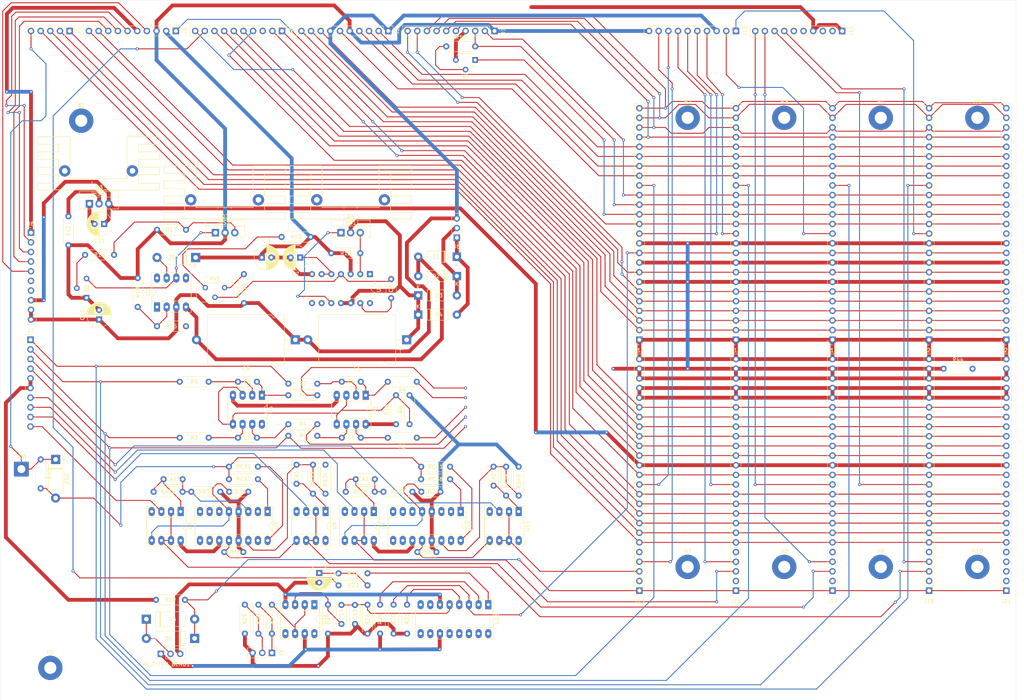
<source format=kicad_pcb>
(kicad_pcb (version 20171130) (host pcbnew "(5.1.10-1-10_14)")
  (layers (0 F.Cu signal) (31 B.Cu signal) (34 B.Paste user) (35 F.Paste user) (36 B.SilkS user) (37 F.SilkS user) (38 B.Mask user) (39 F.Mask user) (44 Edge.Cuts user))
  (net 0 "")
  (net 1 "Net-(C1-Pad2)")
  (net 2 "Net-(C1-Pad1)")
  (net 3 "Net-(C2-Pad2)")
  (net 4 "Net-(C2-Pad1)")
  (net 5 "Net-(C3-Pad2)")
  (net 6 "Net-(C3-Pad1)")
  (net 7 "Net-(C4-Pad2)")
  (net 8 "Net-(C4-Pad1)")
  (net 9 GND)
  (net 10 /+)
  (net 11 /-)
  (net 12 "Net-(C7-Pad1)")
  (net 13 "Net-(C8-Pad2)")
  (net 14 "Net-(C8-Pad1)")
  (net 15 +15V)
  (net 16 -15V)
  (net 17 -5V)
  (net 18 "Net-(C12-Pad1)")
  (net 19 "Net-(C13-Pad2)")
  (net 20 "Net-(C14-Pad1)")
  (net 21 "Net-(CA15-Pad2)")
  (net 22 "Net-(CA15-Pad1)")
  (net 23 "Net-(CA17-Pad2)")
  (net 24 "Net-(CA17-Pad1)")
  (net 25 "Net-(CA19-Pad2)")
  (net 26 "Net-(CA19-Pad1)")
  (net 27 "Net-(CA21-Pad2)")
  (net 28 "Net-(CA21-Pad1)")
  (net 29 "Net-(CB16-Pad2)")
  (net 30 "Net-(CB18-Pad2)")
  (net 31 "Net-(CB20-Pad2)")
  (net 32 "Net-(CB22-Pad2)")
  (net 33 "Net-(D1-Pad1)")
  (net 34 "Net-(D2-Pad1)")
  (net 35 /1_PITCH_BEND)
  (net 36 "Net-(D5-Pad1)")
  (net 37 /10_PITCH_TRACK_VCF)
  (net 38 /38_ADSR_TRACK_CVF)
  (net 39 /50_VCF_ADSR_R)
  (net 40 /49_VCF_ADSR_S)
  (net 41 /48_VCF_ADSR_D)
  (net 42 /47_VCF_ADSR_A)
  (net 43 /3_ADRS_CONT_VCA)
  (net 44 /2_ADSR_TRACK_VCA)
  (net 45 /20_RESONANCE_CONTROL)
  (net 46 /19_DEPTH)
  (net 47 /18_NOISE_VOLUME)
  (net 48 /16_VCA_A)
  (net 49 /13_VCA_S)
  (net 50 /27_VCF_SWEEP_ADSR)
  (net 51 /29_MASTER_VOLUME)
  (net 52 /17_VCO1_MOD)
  (net 53 /18_VCO2_MOD)
  (net 54 /19_VCO1_VOL)
  (net 55 /20_VCO2_VOL)
  (net 56 /13_TRANSPOSE)
  (net 57 /15_SYNC)
  (net 58 /16_VIBRATO_DEPTH)
  (net 59 /10_VCO2_TRI)
  (net 60 /11_VCO2_SAW)
  (net 61 /1_VOICE)
  (net 62 /2_VOICES)
  (net 63 /36_VOICE4)
  (net 64 GNDD)
  (net 65 /34_NEW_NOTE)
  (net 66 /28_VCF_FREQUENCY)
  (net 67 /45_PORTAMENTO)
  (net 68 /44_VCO1_SQR)
  (net 69 /43_VCO1_TRI)
  (net 70 /42_VCO1_SAW)
  (net 71 /41_VCO2_SQR)
  (net 72 /P4)
  (net 73 /P3)
  (net 74 /P2)
  (net 75 /P1)
  (net 76 /42_G1)
  (net 77 /42_G2)
  (net 78 /42_G3)
  (net 79 /42_G4)
  (net 80 "Net-(J9-Pad2)")
  (net 81 "Net-(J9-Pad1)")
  (net 82 /10_VOICE3_VCO2)
  (net 83 /4_VOICE3_VCO1_TUNE)
  (net 84 /12_VOICE4_VCO2_TUNE)
  (net 85 /4_VOICE4_VCO1_TUNE)
  (net 86 /6_L2)
  (net 87 /5_L1)
  (net 88 /3_L4)
  (net 89 /2_L3)
  (net 90 /19_VOICE1_VCO1)
  (net 91 /12_VOICE1_VCO2_TUNE)
  (net 92 /17_VOICE2_VCO1)
  (net 93 /12_VOICE2_VCO2_TUNE)
  (net 94 /15_ADSR1_ON_OFF)
  (net 95 /14_ADSR2_ON_OFF)
  (net 96 /12_ADSR3_ON_OFF)
  (net 97 /11_ADSR4_ON_OFF)
  (net 98 /3_VOICE_1_PITCH)
  (net 99 /39_ADSR_~CONT)
  (net 100 /35_VOICE1_OUT)
  (net 101 /3_VOICE_2_PITCH)
  (net 102 /3_VOICE_3_PITCH)
  (net 103 /3_VOICE_4_PITCH)
  (net 104 "Net-(Q1-Pad2)")
  (net 105 "Net-(Q2-Pad3)")
  (net 106 "Net-(Q2-Pad2)")
  (net 107 "Net-(Q3-Pad3)")
  (net 108 /U1_PIN2)
  (net 109 "Net-(R10-Pad2)")
  (net 110 "Net-(R13-Pad2)")
  (net 111 "Net-(R14-Pad1)")
  (net 112 "Net-(R15-Pad1)")
  (net 113 "Net-(R21-Pad2)")
  (net 114 "Net-(R22-Pad2)")
  (net 115 "Net-(R26-Pad1)")
  (net 116 "Net-(R27-Pad1)")
  (net 117 "Net-(R42-Pad1)")
  (net 118 /VOICE1_PORTAMENTO)
  (net 119 "Net-(RC32-Pad2)")
  (net 120 "Net-(RC35-Pad2)")
  (net 121 "Net-(RC38-Pad2)")
  (net 122 "Net-(RC41-Pad2)")
  (net 123 "Net-(U2-Pad7)")
  (net 124 /14_VCA_D)
  (net 125 /12_VCA_R)
  (net 126 "Net-(Q4-Pad1)")
  (module Package_DIP:DIP-14_W7.62mm (layer F.Cu) (at 109.474 84.328 270)
    (fp_text reference U1 (at 3.81 -2.33 90) (layer F.SilkS))
    (fp_text value LM723_DIP14)
    (pad 14 thru_hole oval (at 7.62 0 270) (size 1.6 1.6) (drill 0.8) (layers *.Cu *.Mask))
    (pad 7 thru_hole oval (at 0 15.24 270) (size 1.6 1.6) (drill 0.8) (layers *.Cu *.Mask) (net 9 GND))
    (pad 13 thru_hole oval (at 7.62 2.54 270) (size 1.6 1.6) (drill 0.8) (layers *.Cu *.Mask) (net 13 "Net-(C8-Pad2)"))
    (pad 6 thru_hole oval (at 0 12.7 270) (size 1.6 1.6) (drill 0.8) (layers *.Cu *.Mask) (net 12 "Net-(C7-Pad1)"))
    (pad 12 thru_hole oval (at 7.62 5.08 270) (size 1.6 1.6) (drill 0.8) (layers *.Cu *.Mask) (net 10 /+))
    (pad 5 thru_hole oval (at 0 10.16 270) (size 1.6 1.6) (drill 0.8) (layers *.Cu *.Mask) (net 12 "Net-(C7-Pad1)"))
    (pad 11 thru_hole oval (at 7.62 7.62 270) (size 1.6 1.6) (drill 0.8) (layers *.Cu *.Mask) (net 10 /+))
    (pad 4 thru_hole oval (at 0 7.62 270) (size 1.6 1.6) (drill 0.8) (layers *.Cu *.Mask) (net 14 "Net-(C8-Pad1)"))
    (pad 10 thru_hole oval (at 7.62 10.16 270) (size 1.6 1.6) (drill 0.8) (layers *.Cu *.Mask) (net 126 "Net-(Q4-Pad1)"))
    (pad 3 thru_hole oval (at 0 5.08 270) (size 1.6 1.6) (drill 0.8) (layers *.Cu *.Mask) (net 15 +15V))
    (pad 9 thru_hole oval (at 7.62 12.7 270) (size 1.6 1.6) (drill 0.8) (layers *.Cu *.Mask))
    (pad 2 thru_hole oval (at 0 2.54 270) (size 1.6 1.6) (drill 0.8) (layers *.Cu *.Mask) (net 108 /U1_PIN2))
    (pad 8 thru_hole oval (at 7.62 15.24 270) (size 1.6 1.6) (drill 0.8) (layers *.Cu *.Mask))
    (pad 1 thru_hole rect (at 0 0 270) (size 1.6 1.6) (drill 0.8) (layers *.Cu *.Mask))
  )
  (module Connector_PinSocket_2.54mm:PinSocket_1x25_P2.54mm_Vertical (layer F.Cu) (at 276.86 101.6 180)
    (fp_text reference J22 (at 0 -2.77) (layer F.SilkS))
    (fp_text value Conn_01x25)
    (pad 25 thru_hole oval (at 0 60.96 180) (size 1.7 1.7) (drill 1) (layers *.Cu *.Mask) (net 39 /50_VCF_ADSR_R))
    (pad 24 thru_hole oval (at 0 58.42 180) (size 1.7 1.7) (drill 1) (layers *.Cu *.Mask) (net 40 /49_VCF_ADSR_S))
    (pad 23 thru_hole oval (at 0 55.88 180) (size 1.7 1.7) (drill 1) (layers *.Cu *.Mask) (net 41 /48_VCF_ADSR_D))
    (pad 22 thru_hole oval (at 0 53.34 180) (size 1.7 1.7) (drill 1) (layers *.Cu *.Mask) (net 42 /47_VCF_ADSR_A))
    (pad 21 thru_hole oval (at 0 50.8 180) (size 1.7 1.7) (drill 1) (layers *.Cu *.Mask) (net 125 /12_VCA_R))
    (pad 20 thru_hole oval (at 0 48.26 180) (size 1.7 1.7) (drill 1) (layers *.Cu *.Mask) (net 49 /13_VCA_S))
    (pad 19 thru_hole oval (at 0 45.72 180) (size 1.7 1.7) (drill 1) (layers *.Cu *.Mask) (net 124 /14_VCA_D))
    (pad 18 thru_hole oval (at 0 43.18 180) (size 1.7 1.7) (drill 1) (layers *.Cu *.Mask) (net 48 /16_VCA_A))
    (pad 17 thru_hole oval (at 0 40.64 180) (size 1.7 1.7) (drill 1) (layers *.Cu *.Mask))
    (pad 16 thru_hole oval (at 0 38.1 180) (size 1.7 1.7) (drill 1) (layers *.Cu *.Mask) (net 44 /2_ADSR_TRACK_VCA))
    (pad 15 thru_hole oval (at 0 35.56 180) (size 1.7 1.7) (drill 1) (layers *.Cu *.Mask) (net 43 /3_ADRS_CONT_VCA))
    (pad 14 thru_hole oval (at 0 33.02 180) (size 1.7 1.7) (drill 1) (layers *.Cu *.Mask) (net 99 /39_ADSR_~CONT))
    (pad 13 thru_hole oval (at 0 30.48 180) (size 1.7 1.7) (drill 1) (layers *.Cu *.Mask) (net 38 /38_ADSR_TRACK_CVF))
    (pad 12 thru_hole oval (at 0 27.94 180) (size 1.7 1.7) (drill 1) (layers *.Cu *.Mask))
    (pad 11 thru_hole oval (at 0 25.4 180) (size 1.7 1.7) (drill 1) (layers *.Cu *.Mask) (net 9 GND))
    (pad 10 thru_hole oval (at 0 22.86 180) (size 1.7 1.7) (drill 1) (layers *.Cu *.Mask) (net 100 /35_VOICE1_OUT))
    (pad 9 thru_hole oval (at 0 20.32 180) (size 1.7 1.7) (drill 1) (layers *.Cu *.Mask) (net 9 GND))
    (pad 8 thru_hole oval (at 0 17.78 180) (size 1.7 1.7) (drill 1) (layers *.Cu *.Mask) (net 47 /18_NOISE_VOLUME))
    (pad 7 thru_hole oval (at 0 15.24 180) (size 1.7 1.7) (drill 1) (layers *.Cu *.Mask) (net 9 GND))
    (pad 6 thru_hole oval (at 0 12.7 180) (size 1.7 1.7) (drill 1) (layers *.Cu *.Mask) (net 37 /10_PITCH_TRACK_VCF))
    (pad 5 thru_hole oval (at 0 10.16 180) (size 1.7 1.7) (drill 1) (layers *.Cu *.Mask) (net 46 /19_DEPTH))
    (pad 4 thru_hole oval (at 0 7.62 180) (size 1.7 1.7) (drill 1) (layers *.Cu *.Mask) (net 45 /20_RESONANCE_CONTROL))
    (pad 3 thru_hole oval (at 0 5.08 180) (size 1.7 1.7) (drill 1) (layers *.Cu *.Mask) (net 66 /28_VCF_FREQUENCY))
    (pad 2 thru_hole oval (at 0 2.54 180) (size 1.7 1.7) (drill 1) (layers *.Cu *.Mask) (net 50 /27_VCF_SWEEP_ADSR))
    (pad 1 thru_hole rect (at 0 0 180) (size 1.7 1.7) (drill 1) (layers *.Cu *.Mask) (net 16 -15V))
  )
  (module Connector_PinSocket_2.54mm:PinSocket_1x25_P2.54mm_Vertical (layer F.Cu) (at 276.86 167.64 180)
    (fp_text reference J21 (at 0 -2.77) (layer F.SilkS))
    (fp_text value Conn_01x25)
    (pad 25 thru_hole oval (at 0 60.96 180) (size 1.7 1.7) (drill 1) (layers *.Cu *.Mask) (net 16 -15V))
    (pad 24 thru_hole oval (at 0 58.42 180) (size 1.7 1.7) (drill 1) (layers *.Cu *.Mask) (net 9 GND))
    (pad 23 thru_hole oval (at 0 55.88 180) (size 1.7 1.7) (drill 1) (layers *.Cu *.Mask) (net 9 GND))
    (pad 22 thru_hole oval (at 0 53.34 180) (size 1.7 1.7) (drill 1) (layers *.Cu *.Mask) (net 15 +15V))
    (pad 21 thru_hole oval (at 0 50.8 180) (size 1.7 1.7) (drill 1) (layers *.Cu *.Mask) (net 15 +15V))
    (pad 20 thru_hole oval (at 0 48.26 180) (size 1.7 1.7) (drill 1) (layers *.Cu *.Mask) (net 55 /20_VCO2_VOL))
    (pad 19 thru_hole oval (at 0 45.72 180) (size 1.7 1.7) (drill 1) (layers *.Cu *.Mask) (net 54 /19_VCO1_VOL))
    (pad 18 thru_hole oval (at 0 43.18 180) (size 1.7 1.7) (drill 1) (layers *.Cu *.Mask) (net 53 /18_VCO2_MOD))
    (pad 17 thru_hole oval (at 0 40.64 180) (size 1.7 1.7) (drill 1) (layers *.Cu *.Mask) (net 52 /17_VCO1_MOD))
    (pad 16 thru_hole oval (at 0 38.1 180) (size 1.7 1.7) (drill 1) (layers *.Cu *.Mask) (net 58 /16_VIBRATO_DEPTH))
    (pad 15 thru_hole oval (at 0 35.56 180) (size 1.7 1.7) (drill 1) (layers *.Cu *.Mask) (net 57 /15_SYNC))
    (pad 14 thru_hole oval (at 0 33.02 180) (size 1.7 1.7) (drill 1) (layers *.Cu *.Mask) (net 17 -5V))
    (pad 13 thru_hole oval (at 0 30.48 180) (size 1.7 1.7) (drill 1) (layers *.Cu *.Mask) (net 56 /13_TRANSPOSE))
    (pad 12 thru_hole oval (at 0 27.94 180) (size 1.7 1.7) (drill 1) (layers *.Cu *.Mask))
    (pad 11 thru_hole oval (at 0 25.4 180) (size 1.7 1.7) (drill 1) (layers *.Cu *.Mask) (net 60 /11_VCO2_SAW))
    (pad 10 thru_hole oval (at 0 22.86 180) (size 1.7 1.7) (drill 1) (layers *.Cu *.Mask) (net 59 /10_VCO2_TRI))
    (pad 9 thru_hole oval (at 0 20.32 180) (size 1.7 1.7) (drill 1) (layers *.Cu *.Mask) (net 71 /41_VCO2_SQR))
    (pad 8 thru_hole oval (at 0 17.78 180) (size 1.7 1.7) (drill 1) (layers *.Cu *.Mask) (net 70 /42_VCO1_SAW))
    (pad 7 thru_hole oval (at 0 15.24 180) (size 1.7 1.7) (drill 1) (layers *.Cu *.Mask) (net 69 /43_VCO1_TRI))
    (pad 6 thru_hole oval (at 0 12.7 180) (size 1.7 1.7) (drill 1) (layers *.Cu *.Mask) (net 68 /44_VCO1_SQR))
    (pad 5 thru_hole oval (at 0 10.16 180) (size 1.7 1.7) (drill 1) (layers *.Cu *.Mask))
    (pad 4 thru_hole oval (at 0 7.62 180) (size 1.7 1.7) (drill 1) (layers *.Cu *.Mask))
    (pad 3 thru_hole oval (at 0 5.08 180) (size 1.7 1.7) (drill 1) (layers *.Cu *.Mask))
    (pad 2 thru_hole oval (at 0 2.54 180) (size 1.7 1.7) (drill 1) (layers *.Cu *.Mask))
    (pad 1 thru_hole rect (at 0 0 180) (size 1.7 1.7) (drill 1) (layers *.Cu *.Mask) (net 35 /1_PITCH_BEND))
  )
  (module Resistor_THT:R_Axial_DIN0207_L6.3mm_D2.5mm_P7.62mm_Horizontal (layer F.Cu) (at 121.793 112.649 180)
    (fp_text reference R8 (at 3.81 -2.37) (layer F.SilkS))
    (fp_text value 1k5)
    (pad 1 thru_hole circle (at 0 0 180) (size 1.6 1.6) (drill 0.8) (layers *.Cu *.Mask) (net 88 /3_L4))
    (pad 2 thru_hole oval (at 7.62 0 180) (size 1.6 1.6) (drill 0.8) (layers *.Cu *.Mask) (net 8 "Net-(C4-Pad1)"))
  )
  (module Capacitor_THT:CP_Radial_D6.3mm_P2.50mm (layer F.Cu) (at 96.139 163.0045 270)
    (fp_text reference C12 (at 1.25 -4.4 90) (layer F.SilkS))
    (fp_text value 10uF)
    (pad 1 thru_hole rect (at 0 0 270) (size 1.6 1.6) (drill 0.8) (layers *.Cu *.Mask) (net 18 "Net-(C12-Pad1)"))
    (pad 2 thru_hole circle (at 2.5 0 270) (size 1.6 1.6) (drill 0.8) (layers *.Cu *.Mask) (net 16 -15V))
  )
  (module Capacitor_THT:CP_Radial_D6.3mm_P2.50mm (layer F.Cu) (at 39.5605 71.12 180)
    (fp_text reference C11 (at 1.25 -4.4) (layer F.SilkS))
    (fp_text value 10uF)
    (pad 1 thru_hole rect (at 0 0 180) (size 1.6 1.6) (drill 0.8) (layers *.Cu *.Mask) (net 17 -5V))
    (pad 2 thru_hole circle (at 2.5 0 180) (size 1.6 1.6) (drill 0.8) (layers *.Cu *.Mask) (net 9 GND))
  )
  (module Capacitor_THT:CP_Radial_D6.3mm_P2.50mm (layer F.Cu) (at 38.227 96.266 90)
    (fp_text reference C10 (at 1.25 -4.4 90) (layer F.SilkS))
    (fp_text value 10uF)
    (pad 1 thru_hole rect (at 0 0 90) (size 1.6 1.6) (drill 0.8) (layers *.Cu *.Mask) (net 9 GND))
    (pad 2 thru_hole circle (at 2.5 0 90) (size 1.6 1.6) (drill 0.8) (layers *.Cu *.Mask) (net 16 -15V))
  )
  (module Capacitor_THT:CP_Radial_D6.3mm_P2.50mm (layer F.Cu) (at 81.026 79.9465)
    (fp_text reference C9 (at 1.25 -4.4) (layer F.SilkS))
    (fp_text value 10uF)
    (pad 1 thru_hole rect (at 0 0) (size 1.6 1.6) (drill 0.8) (layers *.Cu *.Mask) (net 15 +15V))
    (pad 2 thru_hole circle (at 2.5 0) (size 1.6 1.6) (drill 0.8) (layers *.Cu *.Mask) (net 9 GND))
  )
  (module Capacitor_THT:CP_Radial_D6.3mm_P2.50mm (layer F.Cu) (at 91.1225 79.9465 180)
    (fp_text reference C7 (at 1.25 -4.4) (layer F.SilkS))
    (fp_text value 10uF)
    (pad 1 thru_hole rect (at 0 0 180) (size 1.6 1.6) (drill 0.8) (layers *.Cu *.Mask) (net 12 "Net-(C7-Pad1)"))
    (pad 2 thru_hole circle (at 2.5 0 180) (size 1.6 1.6) (drill 0.8) (layers *.Cu *.Mask) (net 9 GND))
  )
  (module Diode_THT:D_DO-15_P10.16mm_Horizontal (layer F.Cu) (at 26.797 133.096 270)
    (fp_text reference ZD2 (at 5.08 -2.92 90) (layer F.SilkS))
    (fp_text value 5V1)
    (fp_text user K (at 0 -2.2 90) (layer F.SilkS))
    (pad 1 thru_hole rect (at 0 0 270) (size 2.4 2.4) (drill 1.2) (layers *.Cu *.Mask) (net 67 /45_PORTAMENTO))
    (pad 2 thru_hole oval (at 10.16 0 270) (size 2.4 2.4) (drill 1.2) (layers *.Cu *.Mask) (net 118 /VOICE1_PORTAMENTO))
  )
  (module Diode_THT:D_DO-15_P10.16mm_Horizontal (layer F.Cu) (at 63.627 79.9465 180)
    (fp_text reference ZD1 (at 5.6515 0) (layer F.SilkS))
    (fp_text value 10V)
    (fp_text user K (at 0 -2.2) (layer F.SilkS))
    (pad 1 thru_hole rect (at 0 0 180) (size 2.4 2.4) (drill 1.2) (layers *.Cu *.Mask) (net 15 +15V))
    (pad 2 thru_hole oval (at 10.16 0 180) (size 2.4 2.4) (drill 1.2) (layers *.Cu *.Mask) (net 123 "Net-(U2-Pad7)"))
  )
  (module Package_TO_SOT_THT:TO-220-3_Vertical (layer F.Cu) (at 35.687 65.786)
    (fp_text reference U3 (at 2.54 -4.27) (layer F.SilkS))
    (fp_text value L7905)
    (pad 1 thru_hole rect (at 0 0) (size 1.905 2) (drill 1.1) (layers *.Cu *.Mask) (net 9 GND))
    (pad 2 thru_hole oval (at 2.54 0) (size 1.905 2) (drill 1.1) (layers *.Cu *.Mask) (net 117 "Net-(R42-Pad1)"))
    (pad 3 thru_hole oval (at 5.08 0) (size 1.905 2) (drill 1.1) (layers *.Cu *.Mask) (net 17 -5V))
  )
  (module Package_TO_SOT_THT:TO-220-3_Vertical (layer F.Cu) (at 101.854 73.406)
    (fp_text reference Q4 (at 2.54 -4.27) (layer F.SilkS))
    (fp_text value TIP41)
    (pad 1 thru_hole rect (at 0 0) (size 1.905 2) (drill 1.1) (layers *.Cu *.Mask) (net 126 "Net-(Q4-Pad1)"))
    (pad 2 thru_hole oval (at 2.54 0) (size 1.905 2) (drill 1.1) (layers *.Cu *.Mask) (net 10 /+))
    (pad 3 thru_hole oval (at 5.08 0) (size 1.905 2) (drill 1.1) (layers *.Cu *.Mask) (net 108 /U1_PIN2))
  )
  (module Package_TO_SOT_THT:TO-220-3_Vertical (layer F.Cu) (at 68.834 73.406)
    (fp_text reference Q3 (at 2.54 -4.27) (layer F.SilkS))
    (fp_text value TIP42)
    (pad 1 thru_hole rect (at 0 0) (size 1.905 2) (drill 1.1) (layers *.Cu *.Mask) (net 105 "Net-(Q2-Pad3)"))
    (pad 2 thru_hole oval (at 2.54 0) (size 1.905 2) (drill 1.1) (layers *.Cu *.Mask) (net 16 -15V))
    (pad 3 thru_hole oval (at 5.08 0) (size 1.905 2) (drill 1.1) (layers *.Cu *.Mask) (net 107 "Net-(Q3-Pad3)"))
  )
  (module Heatsink:Heatsink_Stonecold_HS-132_32x14mm_2xFixation1.5mm (layer F.Cu) (at 38.1 57.15 180)
    (fp_text reference HS3 (at 0 -6) (layer F.SilkS))
    (fp_text value Heatsink)
    (pad 1 thru_hole circle (at 8.9 0 180) (size 3 3) (drill 1.5) (layers *.Cu *.Mask))
    (pad 1 thru_hole circle (at -8.9 0 180) (size 3 3) (drill 1.5) (layers *.Cu *.Mask))
  )
  (module Heatsink:Heatsink_Stonecold_HS-132_32x14mm_2xFixation1.5mm (layer F.Cu) (at 71.247 64.77 180)
    (fp_text reference HS2 (at 0 -6) (layer F.SilkS))
    (fp_text value Heatsink)
    (pad 1 thru_hole circle (at 8.9 0 180) (size 3 3) (drill 1.5) (layers *.Cu *.Mask))
    (pad 1 thru_hole circle (at -8.9 0 180) (size 3 3) (drill 1.5) (layers *.Cu *.Mask))
  )
  (module Heatsink:Heatsink_Stonecold_HS-132_32x14mm_2xFixation1.5mm (layer F.Cu) (at 104.394 64.77 180)
    (fp_text reference HS1 (at 0 -6) (layer F.SilkS))
    (fp_text value Heatsink)
    (pad 1 thru_hole circle (at 8.9 0 180) (size 3 3) (drill 1.5) (layers *.Cu *.Mask))
    (pad 1 thru_hole circle (at -8.9 0 180) (size 3 3) (drill 1.5) (layers *.Cu *.Mask))
  )
  (module MountingHole:MountingHole_3.2mm_M3_Pad (layer F.Cu) (at 269.24 161.39)
    (fp_text reference H10 (at 0 -4.2) (layer F.SilkS))
    (fp_text value MountingHole)
    (pad 1 thru_hole circle (at 0 0) (size 6.4 6.4) (drill 3.2) (layers *.Cu *.Mask))
  )
  (module MountingHole:MountingHole_3.2mm_M3_Pad (layer F.Cu) (at 243.84 161.39)
    (fp_text reference H9 (at 0 -4.2) (layer F.SilkS))
    (fp_text value MountingHole)
    (pad 1 thru_hole circle (at 0 0) (size 6.4 6.4) (drill 3.2) (layers *.Cu *.Mask))
  )
  (module MountingHole:MountingHole_3.2mm_M3_Pad (layer F.Cu) (at 218.44 161.39)
    (fp_text reference H8 (at 0 -4.2) (layer F.SilkS))
    (fp_text value MountingHole)
    (pad 1 thru_hole circle (at 0 0) (size 6.4 6.4) (drill 3.2) (layers *.Cu *.Mask))
  )
  (module MountingHole:MountingHole_3.2mm_M3_Pad (layer F.Cu) (at 193.04 161.39)
    (fp_text reference H7 (at 0 -4.2) (layer F.SilkS))
    (fp_text value MountingHole)
    (pad 1 thru_hole circle (at 0 0) (size 6.4 6.4) (drill 3.2) (layers *.Cu *.Mask))
  )
  (module MountingHole:MountingHole_3.2mm_M3_Pad (layer F.Cu) (at 25.4 187.96)
    (fp_text reference H6 (at 0 -4.2) (layer F.SilkS))
    (fp_text value MountingHole)
    (pad 1 thru_hole circle (at 0 0) (size 6.4 6.4) (drill 3.2) (layers *.Cu *.Mask))
  )
  (module MountingHole:MountingHole_3.2mm_M3_Pad (layer F.Cu) (at 269.24 43.18)
    (fp_text reference H5 (at 0 -4.2) (layer F.SilkS))
    (fp_text value MountingHole)
    (pad 1 thru_hole circle (at 0 0) (size 6.4 6.4) (drill 3.2) (layers *.Cu *.Mask))
  )
  (module MountingHole:MountingHole_3.2mm_M3_Pad (layer F.Cu) (at 243.84 43.18)
    (fp_text reference H4 (at 0 -4.2) (layer F.SilkS))
    (fp_text value MountingHole)
    (pad 1 thru_hole circle (at 0 0) (size 6.4 6.4) (drill 3.2) (layers *.Cu *.Mask))
  )
  (module MountingHole:MountingHole_3.2mm_M3_Pad (layer F.Cu) (at 218.44 43.18)
    (fp_text reference H3 (at 0 -4.2) (layer F.SilkS))
    (fp_text value MountingHole)
    (pad 1 thru_hole circle (at 0 0) (size 6.4 6.4) (drill 3.2) (layers *.Cu *.Mask))
  )
  (module MountingHole:MountingHole_3.2mm_M3_Pad (layer F.Cu) (at 193.04 43.18)
    (fp_text reference H2 (at 0 -4.2) (layer F.SilkS))
    (fp_text value MountingHole)
    (pad 1 thru_hole circle (at 0 0) (size 6.4 6.4) (drill 3.2) (layers *.Cu *.Mask))
  )
  (module MountingHole:MountingHole_3.2mm_M3_Pad (layer F.Cu) (at 33.528 43.942)
    (fp_text reference H1 (at 0 -4.2) (layer F.SilkS))
    (fp_text value MountingHole)
    (pad 1 thru_hole circle (at 0 0) (size 6.4 6.4) (drill 3.2) (layers *.Cu *.Mask))
  )
  (module Package_DIP:DIP-16_W7.62mm_Socket_LongPads (layer F.Cu) (at 140.589 171.323 270)
    (fp_text reference U13 (at 3.81 -2.33 90) (layer F.SilkS))
    (fp_text value LM13600)
    (pad 16 thru_hole oval (at 7.62 0 270) (size 2.4 1.6) (drill 0.8) (layers *.Cu *.Mask))
    (pad 8 thru_hole oval (at 0 17.78 270) (size 2.4 1.6) (drill 0.8) (layers *.Cu *.Mask))
    (pad 15 thru_hole oval (at 7.62 2.54 270) (size 2.4 1.6) (drill 0.8) (layers *.Cu *.Mask))
    (pad 7 thru_hole oval (at 0 15.24 270) (size 2.4 1.6) (drill 0.8) (layers *.Cu *.Mask))
    (pad 14 thru_hole oval (at 7.62 5.08 270) (size 2.4 1.6) (drill 0.8) (layers *.Cu *.Mask))
    (pad 6 thru_hole oval (at 0 12.7 270) (size 2.4 1.6) (drill 0.8) (layers *.Cu *.Mask) (net 16 -15V))
    (pad 13 thru_hole oval (at 7.62 7.62 270) (size 2.4 1.6) (drill 0.8) (layers *.Cu *.Mask))
    (pad 5 thru_hole oval (at 0 10.16 270) (size 2.4 1.6) (drill 0.8) (layers *.Cu *.Mask) (net 19 "Net-(C13-Pad2)"))
    (pad 12 thru_hole oval (at 7.62 10.16 270) (size 2.4 1.6) (drill 0.8) (layers *.Cu *.Mask))
    (pad 4 thru_hole oval (at 0 7.62 270) (size 2.4 1.6) (drill 0.8) (layers *.Cu *.Mask) (net 113 "Net-(R21-Pad2)"))
    (pad 11 thru_hole oval (at 7.62 12.7 270) (size 2.4 1.6) (drill 0.8) (layers *.Cu *.Mask) (net 15 +15V))
    (pad 3 thru_hole oval (at 0 5.08 270) (size 2.4 1.6) (drill 0.8) (layers *.Cu *.Mask) (net 100 /35_VOICE1_OUT))
    (pad 10 thru_hole oval (at 7.62 15.24 270) (size 2.4 1.6) (drill 0.8) (layers *.Cu *.Mask))
    (pad 2 thru_hole oval (at 0 2.54 270) (size 2.4 1.6) (drill 0.8) (layers *.Cu *.Mask) (net 115 "Net-(R26-Pad1)"))
    (pad 9 thru_hole oval (at 7.62 17.78 270) (size 2.4 1.6) (drill 0.8) (layers *.Cu *.Mask))
    (pad 1 thru_hole rect (at 0 0 270) (size 2.4 1.6) (drill 0.8) (layers *.Cu *.Mask) (net 114 "Net-(R22-Pad2)"))
  )
  (module Package_DIP:DIP-8_W7.62mm_Socket_LongPads (layer F.Cu) (at 94.869 171.323 270)
    (fp_text reference U12 (at 3.81 -2.33 90) (layer F.SilkS))
    (fp_text value LM741)
    (pad 8 thru_hole oval (at 7.62 0 270) (size 2.4 1.6) (drill 0.8) (layers *.Cu *.Mask))
    (pad 4 thru_hole oval (at 0 7.62 270) (size 2.4 1.6) (drill 0.8) (layers *.Cu *.Mask) (net 16 -15V))
    (pad 7 thru_hole oval (at 7.62 2.54 270) (size 2.4 1.6) (drill 0.8) (layers *.Cu *.Mask) (net 15 +15V))
    (pad 3 thru_hole oval (at 0 5.08 270) (size 2.4 1.6) (drill 0.8) (layers *.Cu *.Mask) (net 20 "Net-(C14-Pad1)"))
    (pad 6 thru_hole oval (at 7.62 5.08 270) (size 2.4 1.6) (drill 0.8) (layers *.Cu *.Mask) (net 116 "Net-(R27-Pad1)"))
    (pad 2 thru_hole oval (at 0 2.54 270) (size 2.4 1.6) (drill 0.8) (layers *.Cu *.Mask) (net 116 "Net-(R27-Pad1)"))
    (pad 5 thru_hole oval (at 7.62 7.62 270) (size 2.4 1.6) (drill 0.8) (layers *.Cu *.Mask))
    (pad 1 thru_hole rect (at 0 0 270) (size 2.4 1.6) (drill 0.8) (layers *.Cu *.Mask))
  )
  (module Package_DIP:DIP-8_W7.62mm_Socket_LongPads (layer F.Cu) (at 148.59 146.812 270)
    (fp_text reference U11 (at 3.81 -2.33 90) (layer F.SilkS))
    (fp_text value LF353)
    (pad 1 thru_hole rect (at 0 0 270) (size 2.4 1.6) (drill 0.8) (layers *.Cu *.Mask) (net 27 "Net-(CA21-Pad2)"))
    (pad 5 thru_hole oval (at 7.62 7.62 270) (size 2.4 1.6) (drill 0.8) (layers *.Cu *.Mask) (net 32 "Net-(CB22-Pad2)"))
    (pad 2 thru_hole oval (at 0 2.54 270) (size 2.4 1.6) (drill 0.8) (layers *.Cu *.Mask) (net 98 /3_VOICE_1_PITCH))
    (pad 6 thru_hole oval (at 7.62 5.08 270) (size 2.4 1.6) (drill 0.8) (layers *.Cu *.Mask) (net 98 /3_VOICE_1_PITCH))
    (pad 3 thru_hole oval (at 0 5.08 270) (size 2.4 1.6) (drill 0.8) (layers *.Cu *.Mask) (net 75 /P1))
    (pad 7 thru_hole oval (at 7.62 2.54 270) (size 2.4 1.6) (drill 0.8) (layers *.Cu *.Mask) (net 98 /3_VOICE_1_PITCH))
    (pad 4 thru_hole oval (at 0 7.62 270) (size 2.4 1.6) (drill 0.8) (layers *.Cu *.Mask) (net 16 -15V))
    (pad 8 thru_hole oval (at 7.62 0 270) (size 2.4 1.6) (drill 0.8) (layers *.Cu *.Mask) (net 15 +15V))
  )
  (module Package_DIP:DIP-16_W7.62mm_Socket_LongPads (layer F.Cu) (at 133.35 146.812 270)
    (fp_text reference U10 (at 3.81 -2.33 90) (layer F.SilkS))
    (fp_text value LM13600)
    (pad 16 thru_hole oval (at 7.62 0 270) (size 2.4 1.6) (drill 0.8) (layers *.Cu *.Mask) (net 122 "Net-(RC41-Pad2)"))
    (pad 8 thru_hole oval (at 0 17.78 270) (size 2.4 1.6) (drill 0.8) (layers *.Cu *.Mask))
    (pad 15 thru_hole oval (at 7.62 2.54 270) (size 2.4 1.6) (drill 0.8) (layers *.Cu *.Mask))
    (pad 7 thru_hole oval (at 0 15.24 270) (size 2.4 1.6) (drill 0.8) (layers *.Cu *.Mask))
    (pad 14 thru_hole oval (at 7.62 5.08 270) (size 2.4 1.6) (drill 0.8) (layers *.Cu *.Mask) (net 28 "Net-(CA21-Pad1)"))
    (pad 6 thru_hole oval (at 0 12.7 270) (size 2.4 1.6) (drill 0.8) (layers *.Cu *.Mask) (net 16 -15V))
    (pad 13 thru_hole oval (at 7.62 7.62 270) (size 2.4 1.6) (drill 0.8) (layers *.Cu *.Mask) (net 9 GND))
    (pad 5 thru_hole oval (at 0 10.16 270) (size 2.4 1.6) (drill 0.8) (layers *.Cu *.Mask) (net 31 "Net-(CB20-Pad2)"))
    (pad 12 thru_hole oval (at 7.62 10.16 270) (size 2.4 1.6) (drill 0.8) (layers *.Cu *.Mask) (net 32 "Net-(CB22-Pad2)"))
    (pad 4 thru_hole oval (at 0 7.62 270) (size 2.4 1.6) (drill 0.8) (layers *.Cu *.Mask) (net 9 GND))
    (pad 11 thru_hole oval (at 7.62 12.7 270) (size 2.4 1.6) (drill 0.8) (layers *.Cu *.Mask) (net 15 +15V))
    (pad 3 thru_hole oval (at 0 5.08 270) (size 2.4 1.6) (drill 0.8) (layers *.Cu *.Mask) (net 26 "Net-(CA19-Pad1)"))
    (pad 10 thru_hole oval (at 7.62 15.24 270) (size 2.4 1.6) (drill 0.8) (layers *.Cu *.Mask))
    (pad 2 thru_hole oval (at 0 2.54 270) (size 2.4 1.6) (drill 0.8) (layers *.Cu *.Mask))
    (pad 9 thru_hole oval (at 7.62 17.78 270) (size 2.4 1.6) (drill 0.8) (layers *.Cu *.Mask))
    (pad 1 thru_hole rect (at 0 0 270) (size 2.4 1.6) (drill 0.8) (layers *.Cu *.Mask) (net 121 "Net-(RC38-Pad2)"))
  )
  (module Package_DIP:DIP-8_W7.62mm_Socket_LongPads (layer F.Cu) (at 110.49 146.812 270)
    (fp_text reference U9 (at 3.81 -2.33 90) (layer F.SilkS))
    (fp_text value LF353)
    (pad 1 thru_hole rect (at 0 0 270) (size 2.4 1.6) (drill 0.8) (layers *.Cu *.Mask) (net 25 "Net-(CA19-Pad2)"))
    (pad 5 thru_hole oval (at 7.62 7.62 270) (size 2.4 1.6) (drill 0.8) (layers *.Cu *.Mask) (net 31 "Net-(CB20-Pad2)"))
    (pad 2 thru_hole oval (at 0 2.54 270) (size 2.4 1.6) (drill 0.8) (layers *.Cu *.Mask) (net 101 /3_VOICE_2_PITCH))
    (pad 6 thru_hole oval (at 7.62 5.08 270) (size 2.4 1.6) (drill 0.8) (layers *.Cu *.Mask) (net 101 /3_VOICE_2_PITCH))
    (pad 3 thru_hole oval (at 0 5.08 270) (size 2.4 1.6) (drill 0.8) (layers *.Cu *.Mask) (net 74 /P2))
    (pad 7 thru_hole oval (at 7.62 2.54 270) (size 2.4 1.6) (drill 0.8) (layers *.Cu *.Mask) (net 101 /3_VOICE_2_PITCH))
    (pad 4 thru_hole oval (at 0 7.62 270) (size 2.4 1.6) (drill 0.8) (layers *.Cu *.Mask) (net 16 -15V))
    (pad 8 thru_hole oval (at 7.62 0 270) (size 2.4 1.6) (drill 0.8) (layers *.Cu *.Mask) (net 15 +15V))
  )
  (module Package_DIP:DIP-8_W7.62mm_Socket_LongPads (layer F.Cu) (at 97.79 146.812 270)
    (fp_text reference U8 (at 3.81 -2.33 90) (layer F.SilkS))
    (fp_text value LF353)
    (pad 1 thru_hole rect (at 0 0 270) (size 2.4 1.6) (drill 0.8) (layers *.Cu *.Mask) (net 23 "Net-(CA17-Pad2)"))
    (pad 5 thru_hole oval (at 7.62 7.62 270) (size 2.4 1.6) (drill 0.8) (layers *.Cu *.Mask) (net 30 "Net-(CB18-Pad2)"))
    (pad 2 thru_hole oval (at 0 2.54 270) (size 2.4 1.6) (drill 0.8) (layers *.Cu *.Mask) (net 102 /3_VOICE_3_PITCH))
    (pad 6 thru_hole oval (at 7.62 5.08 270) (size 2.4 1.6) (drill 0.8) (layers *.Cu *.Mask) (net 102 /3_VOICE_3_PITCH))
    (pad 3 thru_hole oval (at 0 5.08 270) (size 2.4 1.6) (drill 0.8) (layers *.Cu *.Mask) (net 73 /P3))
    (pad 7 thru_hole oval (at 7.62 2.54 270) (size 2.4 1.6) (drill 0.8) (layers *.Cu *.Mask) (net 102 /3_VOICE_3_PITCH))
    (pad 4 thru_hole oval (at 0 7.62 270) (size 2.4 1.6) (drill 0.8) (layers *.Cu *.Mask) (net 16 -15V))
    (pad 8 thru_hole oval (at 7.62 0 270) (size 2.4 1.6) (drill 0.8) (layers *.Cu *.Mask) (net 15 +15V))
  )
  (module Package_DIP:DIP-16_W7.62mm_Socket_LongPads (layer F.Cu) (at 82.55 146.812 270)
    (fp_text reference U7 (at 3.81 -2.33 90) (layer F.SilkS))
    (fp_text value LM13600)
    (pad 16 thru_hole oval (at 7.62 0 270) (size 2.4 1.6) (drill 0.8) (layers *.Cu *.Mask) (net 120 "Net-(RC35-Pad2)"))
    (pad 8 thru_hole oval (at 0 17.78 270) (size 2.4 1.6) (drill 0.8) (layers *.Cu *.Mask))
    (pad 15 thru_hole oval (at 7.62 2.54 270) (size 2.4 1.6) (drill 0.8) (layers *.Cu *.Mask))
    (pad 7 thru_hole oval (at 0 15.24 270) (size 2.4 1.6) (drill 0.8) (layers *.Cu *.Mask))
    (pad 14 thru_hole oval (at 7.62 5.08 270) (size 2.4 1.6) (drill 0.8) (layers *.Cu *.Mask) (net 24 "Net-(CA17-Pad1)"))
    (pad 6 thru_hole oval (at 0 12.7 270) (size 2.4 1.6) (drill 0.8) (layers *.Cu *.Mask) (net 16 -15V))
    (pad 13 thru_hole oval (at 7.62 7.62 270) (size 2.4 1.6) (drill 0.8) (layers *.Cu *.Mask) (net 9 GND))
    (pad 5 thru_hole oval (at 0 10.16 270) (size 2.4 1.6) (drill 0.8) (layers *.Cu *.Mask) (net 29 "Net-(CB16-Pad2)"))
    (pad 12 thru_hole oval (at 7.62 10.16 270) (size 2.4 1.6) (drill 0.8) (layers *.Cu *.Mask) (net 30 "Net-(CB18-Pad2)"))
    (pad 4 thru_hole oval (at 0 7.62 270) (size 2.4 1.6) (drill 0.8) (layers *.Cu *.Mask) (net 9 GND))
    (pad 11 thru_hole oval (at 7.62 12.7 270) (size 2.4 1.6) (drill 0.8) (layers *.Cu *.Mask) (net 15 +15V))
    (pad 3 thru_hole oval (at 0 5.08 270) (size 2.4 1.6) (drill 0.8) (layers *.Cu *.Mask) (net 22 "Net-(CA15-Pad1)"))
    (pad 10 thru_hole oval (at 7.62 15.24 270) (size 2.4 1.6) (drill 0.8) (layers *.Cu *.Mask))
    (pad 2 thru_hole oval (at 0 2.54 270) (size 2.4 1.6) (drill 0.8) (layers *.Cu *.Mask))
    (pad 9 thru_hole oval (at 7.62 17.78 270) (size 2.4 1.6) (drill 0.8) (layers *.Cu *.Mask))
    (pad 1 thru_hole rect (at 0 0 270) (size 2.4 1.6) (drill 0.8) (layers *.Cu *.Mask) (net 119 "Net-(RC32-Pad2)"))
  )
  (module Package_DIP:DIP-8_W7.62mm_Socket_LongPads (layer F.Cu) (at 59.69 146.812 270)
    (fp_text reference U6 (at 3.81 -2.33 90) (layer F.SilkS))
    (fp_text value LF353)
    (pad 1 thru_hole rect (at 0 0 270) (size 2.4 1.6) (drill 0.8) (layers *.Cu *.Mask) (net 21 "Net-(CA15-Pad2)"))
    (pad 5 thru_hole oval (at 7.62 7.62 270) (size 2.4 1.6) (drill 0.8) (layers *.Cu *.Mask) (net 29 "Net-(CB16-Pad2)"))
    (pad 2 thru_hole oval (at 0 2.54 270) (size 2.4 1.6) (drill 0.8) (layers *.Cu *.Mask) (net 103 /3_VOICE_4_PITCH))
    (pad 6 thru_hole oval (at 7.62 5.08 270) (size 2.4 1.6) (drill 0.8) (layers *.Cu *.Mask) (net 103 /3_VOICE_4_PITCH))
    (pad 3 thru_hole oval (at 0 5.08 270) (size 2.4 1.6) (drill 0.8) (layers *.Cu *.Mask) (net 72 /P4))
    (pad 7 thru_hole oval (at 7.62 2.54 270) (size 2.4 1.6) (drill 0.8) (layers *.Cu *.Mask) (net 103 /3_VOICE_4_PITCH))
    (pad 4 thru_hole oval (at 0 7.62 270) (size 2.4 1.6) (drill 0.8) (layers *.Cu *.Mask) (net 16 -15V))
    (pad 8 thru_hole oval (at 7.62 0 270) (size 2.4 1.6) (drill 0.8) (layers *.Cu *.Mask) (net 15 +15V))
  )
  (module Package_DIP:DIP-8_W7.62mm_Socket_LongPads (layer F.Cu) (at 108.361 116.205 270)
    (fp_text reference U5 (at 3.81 -2.33 90) (layer F.SilkS))
    (fp_text value LM1458)
    (pad 1 thru_hole rect (at 0 0 270) (size 2.4 1.6) (drill 0.8) (layers *.Cu *.Mask) (net 8 "Net-(C4-Pad1)"))
    (pad 5 thru_hole oval (at 7.62 7.62 270) (size 2.4 1.6) (drill 0.8) (layers *.Cu *.Mask) (net 109 "Net-(R10-Pad2)"))
    (pad 2 thru_hole oval (at 0 2.54 270) (size 2.4 1.6) (drill 0.8) (layers *.Cu *.Mask) (net 7 "Net-(C4-Pad2)"))
    (pad 6 thru_hole oval (at 7.62 5.08 270) (size 2.4 1.6) (drill 0.8) (layers *.Cu *.Mask) (net 1 "Net-(C1-Pad2)"))
    (pad 3 thru_hole oval (at 0 5.08 270) (size 2.4 1.6) (drill 0.8) (layers *.Cu *.Mask) (net 109 "Net-(R10-Pad2)"))
    (pad 7 thru_hole oval (at 7.62 2.54 270) (size 2.4 1.6) (drill 0.8) (layers *.Cu *.Mask) (net 2 "Net-(C1-Pad1)"))
    (pad 4 thru_hole oval (at 0 7.62 270) (size 2.4 1.6) (drill 0.8) (layers *.Cu *.Mask) (net 16 -15V))
    (pad 8 thru_hole oval (at 7.62 0 270) (size 2.4 1.6) (drill 0.8) (layers *.Cu *.Mask) (net 15 +15V))
  )
  (module Package_DIP:DIP-8_W7.62mm_Socket_LongPads (layer F.Cu) (at 81.056 116.205 270)
    (fp_text reference U4 (at 3.81 -2.33 90) (layer F.SilkS))
    (fp_text value LM1458)
    (pad 1 thru_hole rect (at 0 0 270) (size 2.4 1.6) (drill 0.8) (layers *.Cu *.Mask) (net 6 "Net-(C3-Pad1)"))
    (pad 5 thru_hole oval (at 7.62 7.62 270) (size 2.4 1.6) (drill 0.8) (layers *.Cu *.Mask) (net 109 "Net-(R10-Pad2)"))
    (pad 2 thru_hole oval (at 0 2.54 270) (size 2.4 1.6) (drill 0.8) (layers *.Cu *.Mask) (net 5 "Net-(C3-Pad2)"))
    (pad 6 thru_hole oval (at 7.62 5.08 270) (size 2.4 1.6) (drill 0.8) (layers *.Cu *.Mask) (net 3 "Net-(C2-Pad2)"))
    (pad 3 thru_hole oval (at 0 5.08 270) (size 2.4 1.6) (drill 0.8) (layers *.Cu *.Mask) (net 109 "Net-(R10-Pad2)"))
    (pad 7 thru_hole oval (at 7.62 2.54 270) (size 2.4 1.6) (drill 0.8) (layers *.Cu *.Mask) (net 4 "Net-(C2-Pad1)"))
    (pad 4 thru_hole oval (at 0 7.62 270) (size 2.4 1.6) (drill 0.8) (layers *.Cu *.Mask) (net 16 -15V))
    (pad 8 thru_hole oval (at 7.62 0 270) (size 2.4 1.6) (drill 0.8) (layers *.Cu *.Mask) (net 15 +15V))
  )
  (module Package_DIP:DIP-8_W7.62mm_Socket_LongPads (layer F.Cu) (at 53.467 92.964 90)
    (fp_text reference U2 (at 3.81 -2.33 90) (layer F.SilkS))
    (fp_text value LM741)
    (pad 8 thru_hole oval (at 7.62 0 90) (size 2.4 1.6) (drill 0.8) (layers *.Cu *.Mask))
    (pad 4 thru_hole oval (at 0 7.62 90) (size 2.4 1.6) (drill 0.8) (layers *.Cu *.Mask) (net 11 /-))
    (pad 7 thru_hole oval (at 7.62 2.54 90) (size 2.4 1.6) (drill 0.8) (layers *.Cu *.Mask) (net 123 "Net-(U2-Pad7)"))
    (pad 3 thru_hole oval (at 0 5.08 90) (size 2.4 1.6) (drill 0.8) (layers *.Cu *.Mask) (net 9 GND))
    (pad 6 thru_hole oval (at 7.62 5.08 90) (size 2.4 1.6) (drill 0.8) (layers *.Cu *.Mask) (net 105 "Net-(Q2-Pad3)"))
    (pad 2 thru_hole oval (at 0 2.54 90) (size 2.4 1.6) (drill 0.8) (layers *.Cu *.Mask) (net 112 "Net-(R15-Pad1)"))
    (pad 5 thru_hole oval (at 7.62 7.62 90) (size 2.4 1.6) (drill 0.8) (layers *.Cu *.Mask))
    (pad 1 thru_hole rect (at 0 0 90) (size 2.4 1.6) (drill 0.8) (layers *.Cu *.Mask))
  )
  (module Connector_PinHeader_2.54mm:PinHeader_1x03_P2.54mm_Vertical (layer F.Cu) (at 54.483 184.277 90)
    (fp_text reference RV_PITCH_BEND1 (at -2.7305 1.397 180) (layer F.SilkS))
    (fp_text value R_POT)
    (pad 1 thru_hole rect (at 0 0 90) (size 1.7 1.7) (drill 1) (layers *.Cu *.Mask) (net 15 +15V))
    (pad 2 thru_hole oval (at 0 2.54 90) (size 1.7 1.7) (drill 1) (layers *.Cu *.Mask) (net 36 "Net-(D5-Pad1)"))
    (pad 3 thru_hole oval (at 0 5.08 90) (size 1.7 1.7) (drill 1) (layers *.Cu *.Mask) (net 16 -15V))
  )
  (module Potentiometer_THT:Potentiometer_Bourns_3296Y_Vertical (layer F.Cu) (at 71.247 87.884)
    (fp_text reference RV1 (at -2.54 -2.39) (layer F.SilkS))
    (fp_text value R_POT_TRIM_US)
    (pad 1 thru_hole circle (at 0 0) (size 1.44 1.44) (drill 0.8) (layers *.Cu *.Mask) (net 111 "Net-(R14-Pad1)"))
    (pad 2 thru_hole circle (at -2.54 2.54) (size 1.44 1.44) (drill 0.8) (layers *.Cu *.Mask) (net 14 "Net-(C8-Pad1)"))
    (pad 3 thru_hole circle (at -5.08 0) (size 1.44 1.44) (drill 0.8) (layers *.Cu *.Mask) (net 110 "Net-(R13-Pad2)"))
  )
  (module Resistor_THT:R_Axial_DIN0207_L6.3mm_D2.5mm_P7.62mm_Horizontal (layer F.Cu) (at 122.936 135.001)
    (fp_text reference RC41 (at 3.81 0) (layer F.SilkS))
    (fp_text value 100k)
    (pad 1 thru_hole circle (at 0 0) (size 1.6 1.6) (drill 0.8) (layers *.Cu *.Mask) (net 118 /VOICE1_PORTAMENTO))
    (pad 2 thru_hole oval (at 7.62 0) (size 1.6 1.6) (drill 0.8) (layers *.Cu *.Mask) (net 122 "Net-(RC41-Pad2)"))
  )
  (module Resistor_THT:R_Axial_DIN0207_L6.3mm_D2.5mm_P7.62mm_Horizontal (layer F.Cu) (at 122.936 138.303)
    (fp_text reference RC38 (at 3.81 0) (layer F.SilkS))
    (fp_text value 100k)
    (pad 1 thru_hole circle (at 0 0) (size 1.6 1.6) (drill 0.8) (layers *.Cu *.Mask) (net 118 /VOICE1_PORTAMENTO))
    (pad 2 thru_hole oval (at 7.62 0) (size 1.6 1.6) (drill 0.8) (layers *.Cu *.Mask) (net 121 "Net-(RC38-Pad2)"))
  )
  (module Resistor_THT:R_Axial_DIN0207_L6.3mm_D2.5mm_P7.62mm_Horizontal (layer F.Cu) (at 72.39 135.001)
    (fp_text reference RC35 (at 3.81 0) (layer F.SilkS))
    (fp_text value 100k)
    (pad 1 thru_hole circle (at 0 0) (size 1.6 1.6) (drill 0.8) (layers *.Cu *.Mask) (net 118 /VOICE1_PORTAMENTO))
    (pad 2 thru_hole oval (at 7.62 0) (size 1.6 1.6) (drill 0.8) (layers *.Cu *.Mask) (net 120 "Net-(RC35-Pad2)"))
  )
  (module Resistor_THT:R_Axial_DIN0207_L6.3mm_D2.5mm_P7.62mm_Horizontal (layer F.Cu) (at 72.39 138.303)
    (fp_text reference RC32 (at 3.81 0) (layer F.SilkS))
    (fp_text value 100k)
    (pad 1 thru_hole circle (at 0 0) (size 1.6 1.6) (drill 0.8) (layers *.Cu *.Mask) (net 118 /VOICE1_PORTAMENTO))
    (pad 2 thru_hole oval (at 7.62 0) (size 1.6 1.6) (drill 0.8) (layers *.Cu *.Mask) (net 119 "Net-(RC32-Pad2)"))
  )
  (module Resistor_THT:R_Axial_DIN0207_L6.3mm_D2.5mm_P7.62mm_Horizontal (layer F.Cu) (at 148.59 142.621 90)
    (fp_text reference RB40 (at 3.81 0 90) (layer F.SilkS))
    (fp_text value 1k0)
    (pad 1 thru_hole circle (at 0 0 90) (size 1.6 1.6) (drill 0.8) (layers *.Cu *.Mask) (net 28 "Net-(CA21-Pad1)"))
    (pad 2 thru_hole oval (at 7.62 0 90) (size 1.6 1.6) (drill 0.8) (layers *.Cu *.Mask) (net 9 GND))
  )
  (module Resistor_THT:R_Axial_DIN0207_L6.3mm_D2.5mm_P7.62mm_Horizontal (layer F.Cu) (at 113.03 141.605)
    (fp_text reference RB37 (at 3.81 0) (layer F.SilkS))
    (fp_text value 1k0)
    (pad 1 thru_hole circle (at 0 0) (size 1.6 1.6) (drill 0.8) (layers *.Cu *.Mask) (net 26 "Net-(CA19-Pad1)"))
    (pad 2 thru_hole oval (at 7.62 0) (size 1.6 1.6) (drill 0.8) (layers *.Cu *.Mask) (net 9 GND))
  )
  (module Resistor_THT:R_Axial_DIN0207_L6.3mm_D2.5mm_P7.62mm_Horizontal (layer F.Cu) (at 97.79 142.113 90)
    (fp_text reference RB34 (at 3.81 0 90) (layer F.SilkS))
    (fp_text value 1k0)
    (pad 1 thru_hole circle (at 0 0 90) (size 1.6 1.6) (drill 0.8) (layers *.Cu *.Mask) (net 24 "Net-(CA17-Pad1)"))
    (pad 2 thru_hole oval (at 7.62 0 90) (size 1.6 1.6) (drill 0.8) (layers *.Cu *.Mask) (net 9 GND))
  )
  (module Resistor_THT:R_Axial_DIN0207_L6.3mm_D2.5mm_P7.62mm_Horizontal (layer F.Cu) (at 62.484 141.605)
    (fp_text reference RB31 (at 3.81 0) (layer F.SilkS))
    (fp_text value 1k0)
    (pad 1 thru_hole circle (at 0 0) (size 1.6 1.6) (drill 0.8) (layers *.Cu *.Mask) (net 22 "Net-(CA15-Pad1)"))
    (pad 2 thru_hole oval (at 7.62 0) (size 1.6 1.6) (drill 0.8) (layers *.Cu *.Mask) (net 9 GND))
  )
  (module Resistor_THT:R_Axial_DIN0207_L6.3mm_D2.5mm_P7.62mm_Horizontal (layer F.Cu) (at 145.288 135.001 270)
    (fp_text reference RA39 (at 3.81 0 90) (layer F.SilkS))
    (fp_text value 15k)
    (pad 1 thru_hole circle (at 0 0 270) (size 1.6 1.6) (drill 0.8) (layers *.Cu *.Mask) (net 28 "Net-(CA21-Pad1)"))
    (pad 2 thru_hole oval (at 7.62 0 270) (size 1.6 1.6) (drill 0.8) (layers *.Cu *.Mask) (net 27 "Net-(CA21-Pad2)"))
  )
  (module Resistor_THT:R_Axial_DIN0207_L6.3mm_D2.5mm_P7.62mm_Horizontal (layer F.Cu) (at 110.744 141.605 180)
    (fp_text reference RA36 (at 3.81 0) (layer F.SilkS))
    (fp_text value 15k)
    (pad 1 thru_hole circle (at 0 0 180) (size 1.6 1.6) (drill 0.8) (layers *.Cu *.Mask) (net 26 "Net-(CA19-Pad1)"))
    (pad 2 thru_hole oval (at 7.62 0 180) (size 1.6 1.6) (drill 0.8) (layers *.Cu *.Mask) (net 25 "Net-(CA19-Pad2)"))
  )
  (module Resistor_THT:R_Axial_DIN0207_L6.3mm_D2.5mm_P7.62mm_Horizontal (layer F.Cu) (at 94.488 134.493 270)
    (fp_text reference RA33 (at 3.7465 0 90) (layer F.SilkS))
    (fp_text value 15k)
    (pad 1 thru_hole circle (at 0 0 270) (size 1.6 1.6) (drill 0.8) (layers *.Cu *.Mask) (net 24 "Net-(CA17-Pad1)"))
    (pad 2 thru_hole oval (at 7.62 0 270) (size 1.6 1.6) (drill 0.8) (layers *.Cu *.Mask) (net 23 "Net-(CA17-Pad2)"))
  )
  (module Resistor_THT:R_Axial_DIN0207_L6.3mm_D2.5mm_P7.62mm_Horizontal (layer F.Cu) (at 60.198 141.605 180)
    (fp_text reference RA30 (at 3.81 0) (layer F.SilkS))
    (fp_text value 15k)
    (pad 1 thru_hole circle (at 0 0 180) (size 1.6 1.6) (drill 0.8) (layers *.Cu *.Mask) (net 22 "Net-(CA15-Pad1)"))
    (pad 2 thru_hole oval (at 7.62 0 180) (size 1.6 1.6) (drill 0.8) (layers *.Cu *.Mask) (net 21 "Net-(CA15-Pad2)"))
  )
  (module Resistor_THT:R_Axial_DIN0207_L6.3mm_D2.5mm_P7.62mm_Horizontal (layer F.Cu) (at 260.35 109.22)
    (fp_text reference R44 (at 3.81 -2.37) (layer F.SilkS))
    (fp_text value 1k0)
    (pad 2 thru_hole oval (at 7.62 0) (size 1.6 1.6) (drill 0.8) (layers *.Cu *.Mask))
    (pad 1 thru_hole circle (at 0 0) (size 1.6 1.6) (drill 0.8) (layers *.Cu *.Mask) (net 9 GND))
  )
  (module Resistor_THT:R_Axial_DIN0207_L6.3mm_D2.5mm_P7.62mm_Horizontal (layer F.Cu) (at 22.86 133.096 270)
    (fp_text reference R43 (at 3.81 -2.37 90) (layer F.SilkS))
    (fp_text value 270k)
    (pad 1 thru_hole circle (at 0 0 270) (size 1.6 1.6) (drill 0.8) (layers *.Cu *.Mask) (net 67 /45_PORTAMENTO))
    (pad 2 thru_hole oval (at 7.62 0 270) (size 1.6 1.6) (drill 0.8) (layers *.Cu *.Mask) (net 118 /VOICE1_PORTAMENTO))
  )
  (module Resistor_THT:R_Axial_DIN0207_L6.3mm_D2.5mm_P7.62mm_Horizontal (layer F.Cu) (at 30.1625 69.088 270)
    (fp_text reference R42 (at 3.81 0 90) (layer F.SilkS))
    (fp_text value 100R)
    (pad 1 thru_hole circle (at 0 0 270) (size 1.6 1.6) (drill 0.8) (layers *.Cu *.Mask) (net 117 "Net-(R42-Pad1)"))
    (pad 2 thru_hole oval (at 7.62 0 270) (size 1.6 1.6) (drill 0.8) (layers *.Cu *.Mask) (net 16 -15V))
  )
  (module Resistor_THT:R_Axial_DIN0207_L6.3mm_D2.5mm_P7.62mm_Horizontal (layer F.Cu) (at 76.581 171.323 270)
    (fp_text reference R29 (at 3.81 0 90) (layer F.SilkS))
    (fp_text value 1k0)
    (pad 1 thru_hole circle (at 0 0 270) (size 1.6 1.6) (drill 0.8) (layers *.Cu *.Mask) (net 80 "Net-(J9-Pad2)"))
    (pad 2 thru_hole oval (at 7.62 0 270) (size 1.6 1.6) (drill 0.8) (layers *.Cu *.Mask) (net 9 GND))
  )
  (module Resistor_THT:R_Axial_DIN0207_L6.3mm_D2.5mm_P7.62mm_Horizontal (layer F.Cu) (at 80.137 171.323 270)
    (fp_text reference R28 (at 3.81 0 90) (layer F.SilkS))
    (fp_text value 10k)
    (pad 1 thru_hole circle (at 0 0 270) (size 1.6 1.6) (drill 0.8) (layers *.Cu *.Mask) (net 81 "Net-(J9-Pad1)"))
    (pad 2 thru_hole oval (at 7.62 0 270) (size 1.6 1.6) (drill 0.8) (layers *.Cu *.Mask) (net 80 "Net-(J9-Pad2)"))
  )
  (module Resistor_THT:R_Axial_DIN0207_L6.3mm_D2.5mm_P7.62mm_Horizontal (layer F.Cu) (at 83.693 171.323 270)
    (fp_text reference R27 (at 3.7465 0 90) (layer F.SilkS))
    (fp_text value 1k0)
    (pad 1 thru_hole circle (at 0 0 270) (size 1.6 1.6) (drill 0.8) (layers *.Cu *.Mask) (net 116 "Net-(R27-Pad1)"))
    (pad 2 thru_hole oval (at 7.62 0 270) (size 1.6 1.6) (drill 0.8) (layers *.Cu *.Mask) (net 81 "Net-(J9-Pad1)"))
  )
  (module Resistor_THT:R_Axial_DIN0207_L6.3mm_D2.5mm_P7.62mm_Horizontal (layer F.Cu) (at 112.141 171.323 270)
    (fp_text reference R26 (at 3.7465 0 90) (layer F.SilkS))
    (fp_text value 15k)
    (pad 1 thru_hole circle (at 0 0 270) (size 1.6 1.6) (drill 0.8) (layers *.Cu *.Mask) (net 115 "Net-(R26-Pad1)"))
    (pad 2 thru_hole oval (at 7.62 0 270) (size 1.6 1.6) (drill 0.8) (layers *.Cu *.Mask) (net 15 +15V))
  )
  (module Resistor_THT:R_Axial_DIN0207_L6.3mm_D2.5mm_P7.62mm_Horizontal (layer F.Cu) (at 98.425 178.943 90)
    (fp_text reference R25 (at 3.8735 0 90) (layer F.SilkS))
    (fp_text value 22k)
    (pad 1 thru_hole circle (at 0 0 90) (size 1.6 1.6) (drill 0.8) (layers *.Cu *.Mask) (net 9 GND))
    (pad 2 thru_hole oval (at 7.62 0 90) (size 1.6 1.6) (drill 0.8) (layers *.Cu *.Mask) (net 20 "Net-(C14-Pad1)"))
  )
  (module Resistor_THT:R_Axial_DIN0207_L6.3mm_D2.5mm_P7.62mm_Horizontal (layer F.Cu) (at 108.839 178.943 90)
    (fp_text reference R24 (at 3.7465 0 90) (layer F.SilkS))
    (fp_text value 10k)
    (pad 1 thru_hole circle (at 0 0 90) (size 1.6 1.6) (drill 0.8) (layers *.Cu *.Mask) (net 9 GND))
    (pad 2 thru_hole oval (at 7.62 0 90) (size 1.6 1.6) (drill 0.8) (layers *.Cu *.Mask) (net 19 "Net-(C13-Pad2)"))
  )
  (module Resistor_THT:R_Axial_DIN0207_L6.3mm_D2.5mm_P7.62mm_Horizontal (layer F.Cu) (at 101.219 166.243)
    (fp_text reference R23 (at 3.81 0) (layer F.SilkS))
    (fp_text value 22k)
    (pad 1 thru_hole circle (at 0 0) (size 1.6 1.6) (drill 0.8) (layers *.Cu *.Mask) (net 51 /29_MASTER_VOLUME))
    (pad 2 thru_hole oval (at 7.62 0) (size 1.6 1.6) (drill 0.8) (layers *.Cu *.Mask) (net 18 "Net-(C12-Pad1)"))
  )
  (module Resistor_THT:R_Axial_DIN0207_L6.3mm_D2.5mm_P7.62mm_Horizontal (layer F.Cu) (at 101.219 163.068)
    (fp_text reference R22 (at 3.81 0) (layer F.SilkS))
    (fp_text value 22k)
    (pad 1 thru_hole circle (at 0 0) (size 1.6 1.6) (drill 0.8) (layers *.Cu *.Mask) (net 18 "Net-(C12-Pad1)"))
    (pad 2 thru_hole oval (at 7.62 0) (size 1.6 1.6) (drill 0.8) (layers *.Cu *.Mask) (net 114 "Net-(R22-Pad2)"))
  )
  (module Resistor_THT:R_Axial_DIN0207_L6.3mm_D2.5mm_P7.62mm_Horizontal (layer F.Cu) (at 119.253 178.943 90)
    (fp_text reference R21 (at 3.81 0 90) (layer F.SilkS))
    (fp_text value 1k0)
    (pad 1 thru_hole circle (at 0 0 90) (size 1.6 1.6) (drill 0.8) (layers *.Cu *.Mask) (net 9 GND))
    (pad 2 thru_hole oval (at 7.62 0 90) (size 1.6 1.6) (drill 0.8) (layers *.Cu *.Mask) (net 113 "Net-(R21-Pad2)"))
  )
  (module Resistor_THT:R_Axial_DIN0207_L6.3mm_D2.5mm_P7.62mm_Horizontal (layer F.Cu) (at 115.697 178.943 90)
    (fp_text reference R20 (at 3.81 -0.0635 90) (layer F.SilkS))
    (fp_text value 1k0)
    (pad 1 thru_hole circle (at 0 0 90) (size 1.6 1.6) (drill 0.8) (layers *.Cu *.Mask) (net 9 GND))
    (pad 2 thru_hole oval (at 7.62 0 90) (size 1.6 1.6) (drill 0.8) (layers *.Cu *.Mask) (net 100 /35_VOICE1_OUT))
  )
  (module Resistor_THT:R_Axial_DIN0207_L6.3mm_D2.5mm_P7.62mm_Horizontal (layer F.Cu) (at 53.198 170.053)
    (fp_text reference R19 (at 3.7615 0) (layer F.SilkS))
    (fp_text value 10k)
    (pad 1 thru_hole circle (at 0 0) (size 1.6 1.6) (drill 0.8) (layers *.Cu *.Mask) (net 9 GND))
    (pad 2 thru_hole oval (at 7.62 0) (size 1.6 1.6) (drill 0.8) (layers *.Cu *.Mask) (net 35 /1_PITCH_BEND))
  )
  (module Resistor_THT:R_Axial_DIN0207_L6.3mm_D2.5mm_P7.62mm_Horizontal (layer F.Cu) (at 48.387 85.344 270)
    (fp_text reference R18 (at 3.81 0 90) (layer F.SilkS))
    (fp_text value 10k)
    (pad 1 thru_hole circle (at 0 0 270) (size 1.6 1.6) (drill 0.8) (layers *.Cu *.Mask) (net 16 -15V))
    (pad 2 thru_hole oval (at 7.62 0 270) (size 1.6 1.6) (drill 0.8) (layers *.Cu *.Mask) (net 112 "Net-(R15-Pad1)"))
  )
  (module Resistor_THT:R_Axial_DIN0207_L6.3mm_D2.5mm_P7.62mm_Horizontal (layer F.Cu) (at 53.467 72.644)
    (fp_text reference R17 (at 3.81 0) (layer F.SilkS))
    (fp_text value 1R0)
    (pad 1 thru_hole circle (at 0 0) (size 1.6 1.6) (drill 0.8) (layers *.Cu *.Mask) (net 16 -15V))
    (pad 2 thru_hole oval (at 7.62 0) (size 1.6 1.6) (drill 0.8) (layers *.Cu *.Mask) (net 107 "Net-(Q3-Pad3)"))
  )
  (module Resistor_THT:R_Axial_DIN0207_L6.3mm_D2.5mm_P7.62mm_Horizontal (layer F.Cu) (at 42.164 79.248 180)
    (fp_text reference R16 (at 3.81 0) (layer F.SilkS))
    (fp_text value 1k0)
    (pad 1 thru_hole circle (at 0 0 180) (size 1.6 1.6) (drill 0.8) (layers *.Cu *.Mask) (net 107 "Net-(Q3-Pad3)"))
    (pad 2 thru_hole oval (at 7.62 0 180) (size 1.6 1.6) (drill 0.8) (layers *.Cu *.Mask) (net 106 "Net-(Q2-Pad2)"))
  )
  (module Resistor_THT:R_Axial_DIN0207_L6.3mm_D2.5mm_P7.62mm_Horizontal (layer F.Cu) (at 53.467 98.044)
    (fp_text reference R15 (at 3.81 0) (layer F.SilkS))
    (fp_text value 10k)
    (pad 1 thru_hole circle (at 0 0) (size 1.6 1.6) (drill 0.8) (layers *.Cu *.Mask) (net 112 "Net-(R15-Pad1)"))
    (pad 2 thru_hole oval (at 7.62 0) (size 1.6 1.6) (drill 0.8) (layers *.Cu *.Mask) (net 15 +15V))
  )
  (module Resistor_THT:R_Axial_DIN0207_L6.3mm_D2.5mm_P7.62mm_Horizontal (layer F.Cu) (at 76.327 84.318 270)
    (fp_text reference R14 (at 3.81 0 90) (layer F.SilkS))
    (fp_text value 10k)
    (pad 1 thru_hole circle (at 0 0 270) (size 1.6 1.6) (drill 0.8) (layers *.Cu *.Mask) (net 111 "Net-(R14-Pad1)"))
    (pad 2 thru_hole oval (at 7.62 0 270) (size 1.6 1.6) (drill 0.8) (layers *.Cu *.Mask) (net 9 GND))
  )
  (module Resistor_THT:R_Axial_DIN0207_L6.3mm_D2.5mm_P7.62mm_Horizontal (layer F.Cu) (at 93.853 74.549 180)
    (fp_text reference R13 (at 3.81 0) (layer F.SilkS))
    (fp_text value 12k)
    (pad 1 thru_hole circle (at 0 0 180) (size 1.6 1.6) (drill 0.8) (layers *.Cu *.Mask) (net 15 +15V))
    (pad 2 thru_hole oval (at 7.62 0 180) (size 1.6 1.6) (drill 0.8) (layers *.Cu *.Mask) (net 110 "Net-(R13-Pad2)"))
  )
  (module Resistor_THT:R_Axial_DIN0207_L6.3mm_D2.5mm_P7.62mm_Horizontal (layer F.Cu) (at 106.934 78.8035 180)
    (fp_text reference R12 (at 3.81 0) (layer F.SilkS))
    (fp_text value 1R0)
    (pad 1 thru_hole circle (at 0 0 180) (size 1.6 1.6) (drill 0.8) (layers *.Cu *.Mask) (net 108 /U1_PIN2))
    (pad 2 thru_hole oval (at 7.62 0 180) (size 1.6 1.6) (drill 0.8) (layers *.Cu *.Mask) (net 15 +15V))
  )
  (module Resistor_THT:R_Axial_DIN0207_L6.3mm_D2.5mm_P7.62mm_Horizontal (layer F.Cu) (at 129.54 24.384)
    (fp_text reference R11 (at 3.81 -2.37) (layer F.SilkS))
    (fp_text value 100k)
    (pad 1 thru_hole circle (at 0 0) (size 1.6 1.6) (drill 0.8) (layers *.Cu *.Mask) (net 104 "Net-(Q1-Pad2)"))
    (pad 2 thru_hole oval (at 7.62 0) (size 1.6 1.6) (drill 0.8) (layers *.Cu *.Mask) (net 43 /3_ADRS_CONT_VCA))
  )
  (module Resistor_THT:R_Axial_DIN0207_L6.3mm_D2.5mm_P7.62mm_Horizontal (layer F.Cu) (at 116.332 123.825 90)
    (fp_text reference R10 (at 3.81 -2.37 90) (layer F.SilkS))
    (fp_text value 15k)
    (pad 1 thru_hole circle (at 0 0 90) (size 1.6 1.6) (drill 0.8) (layers *.Cu *.Mask) (net 15 +15V))
    (pad 2 thru_hole oval (at 7.62 0 90) (size 1.6 1.6) (drill 0.8) (layers *.Cu *.Mask) (net 109 "Net-(R10-Pad2)"))
  )
  (module Resistor_THT:R_Axial_DIN0207_L6.3mm_D2.5mm_P7.62mm_Horizontal (layer F.Cu) (at 119.888 123.825 90)
    (fp_text reference R9 (at 3.81 -2.37 90) (layer F.SilkS))
    (fp_text value 1k2)
    (pad 1 thru_hole circle (at 0 0 90) (size 1.6 1.6) (drill 0.8) (layers *.Cu *.Mask) (net 109 "Net-(R10-Pad2)"))
    (pad 2 thru_hole oval (at 7.62 0 90) (size 1.6 1.6) (drill 0.8) (layers *.Cu *.Mask) (net 9 GND))
  )
  (module Resistor_THT:R_Axial_DIN0207_L6.3mm_D2.5mm_P7.62mm_Horizontal (layer F.Cu) (at 95.631 113.157 180)
    (fp_text reference R7 (at 3.81 0) (layer F.SilkS))
    (fp_text value 1M)
    (pad 1 thru_hole circle (at 0 0 180) (size 1.6 1.6) (drill 0.8) (layers *.Cu *.Mask) (net 7 "Net-(C4-Pad2)"))
    (pad 2 thru_hole oval (at 7.62 0 180) (size 1.6 1.6) (drill 0.8) (layers *.Cu *.Mask) (net 79 /42_G4))
  )
  (module Resistor_THT:R_Axial_DIN0207_L6.3mm_D2.5mm_P7.62mm_Horizontal (layer F.Cu) (at 95.631 116.205 180)
    (fp_text reference R6 (at 3.81 0) (layer F.SilkS))
    (fp_text value 1k5)
    (pad 1 thru_hole circle (at 0 0 180) (size 1.6 1.6) (drill 0.8) (layers *.Cu *.Mask) (net 89 /2_L3))
    (pad 2 thru_hole oval (at 7.62 0 180) (size 1.6 1.6) (drill 0.8) (layers *.Cu *.Mask) (net 6 "Net-(C3-Pad1)"))
  )
  (module Resistor_THT:R_Axial_DIN0207_L6.3mm_D2.5mm_P7.62mm_Horizontal (layer F.Cu) (at 67.056 112.649 180)
    (fp_text reference R5 (at 3.81 0) (layer F.SilkS))
    (fp_text value 1M)
    (pad 1 thru_hole circle (at 0 0 180) (size 1.6 1.6) (drill 0.8) (layers *.Cu *.Mask) (net 5 "Net-(C3-Pad2)"))
    (pad 2 thru_hole oval (at 7.62 0 180) (size 1.6 1.6) (drill 0.8) (layers *.Cu *.Mask) (net 78 /42_G3))
  )
  (module Resistor_THT:R_Axial_DIN0207_L6.3mm_D2.5mm_P7.62mm_Horizontal (layer F.Cu) (at 95.631 123.825 180)
    (fp_text reference R4 (at 3.81 0) (layer F.SilkS))
    (fp_text value 1k5)
    (pad 1 thru_hole circle (at 0 0 180) (size 1.6 1.6) (drill 0.8) (layers *.Cu *.Mask) (net 86 /6_L2))
    (pad 2 thru_hole oval (at 7.62 0 180) (size 1.6 1.6) (drill 0.8) (layers *.Cu *.Mask) (net 4 "Net-(C2-Pad1)"))
  )
  (module Resistor_THT:R_Axial_DIN0207_L6.3mm_D2.5mm_P7.62mm_Horizontal (layer F.Cu) (at 67.056 127.381 180)
    (fp_text reference R3 (at 3.81 0) (layer F.SilkS))
    (fp_text value 1M)
    (pad 1 thru_hole circle (at 0 0 180) (size 1.6 1.6) (drill 0.8) (layers *.Cu *.Mask) (net 3 "Net-(C2-Pad2)"))
    (pad 2 thru_hole oval (at 7.62 0 180) (size 1.6 1.6) (drill 0.8) (layers *.Cu *.Mask) (net 77 /42_G2))
  )
  (module Resistor_THT:R_Axial_DIN0207_L6.3mm_D2.5mm_P7.62mm_Horizontal (layer F.Cu) (at 121.793 127.381 180)
    (fp_text reference R2 (at 3.81 -2.37) (layer F.SilkS))
    (fp_text value 1k5)
    (pad 1 thru_hole circle (at 0 0 180) (size 1.6 1.6) (drill 0.8) (layers *.Cu *.Mask) (net 87 /5_L1))
    (pad 2 thru_hole oval (at 7.62 0 180) (size 1.6 1.6) (drill 0.8) (layers *.Cu *.Mask) (net 2 "Net-(C1-Pad1)"))
  )
  (module Resistor_THT:R_Axial_DIN0207_L6.3mm_D2.5mm_P7.62mm_Horizontal (layer F.Cu) (at 95.631 126.873 180)
    (fp_text reference R1 (at 3.81 0) (layer F.SilkS))
    (fp_text value 1M)
    (pad 1 thru_hole circle (at 0 0 180) (size 1.6 1.6) (drill 0.8) (layers *.Cu *.Mask) (net 1 "Net-(C1-Pad2)"))
    (pad 2 thru_hole oval (at 7.62 0 180) (size 1.6 1.6) (drill 0.8) (layers *.Cu *.Mask) (net 76 /42_G1))
  )
  (module Package_TO_SOT_THT:TO-92L_Wide (layer F.Cu) (at 34.925 90.551 90)
    (fp_text reference Q2 (at 2.54 0.0635 90) (layer F.SilkS))
    (fp_text value BC212L)
    (pad 2 thru_hole circle (at 2.54 -2.54 180) (size 1.5 1.5) (drill 0.8) (layers *.Cu *.Mask) (net 106 "Net-(Q2-Pad2)"))
    (pad 3 thru_hole circle (at 5.08 0 180) (size 1.5 1.5) (drill 0.8) (layers *.Cu *.Mask) (net 105 "Net-(Q2-Pad3)"))
    (pad 1 thru_hole rect (at 0 0 180) (size 1.5 1.5) (drill 0.8) (layers *.Cu *.Mask) (net 16 -15V))
  )
  (module Package_TO_SOT_THT:TO-92L_Wide (layer F.Cu) (at 137.16 27.94 180)
    (fp_text reference Q1 (at 2.55 -4.15) (layer F.SilkS))
    (fp_text value BC212L)
    (pad 2 thru_hole circle (at 2.54 -2.54 270) (size 1.5 1.5) (drill 0.8) (layers *.Cu *.Mask) (net 104 "Net-(Q1-Pad2)"))
    (pad 3 thru_hole circle (at 5.08 0 270) (size 1.5 1.5) (drill 0.8) (layers *.Cu *.Mask) (net 15 +15V))
    (pad 1 thru_hole rect (at 0 0 270) (size 1.5 1.5) (drill 0.8) (layers *.Cu *.Mask) (net 99 /39_ADSR_~CONT))
  )
  (module Connector_Wire:SolderWire-1.5sqmm_1x01_D1.7mm_OD3.9mm (layer F.Cu) (at 17.78 135.636)
    (fp_text reference J26 (at 0 -3.15) (layer F.SilkS))
    (fp_text value Conn_01x01)
    (pad 1 thru_hole roundrect (at 0 0) (size 3.9 3.9) (drill 2.1) (layers *.Cu *.Mask) (roundrect_rratio 0.06410299999999999) (net 67 /45_PORTAMENTO))
  )
  (module Connector_PinSocket_2.54mm:PinSocket_1x25_P2.54mm_Vertical (layer F.Cu) (at 256.54 101.6 180)
    (fp_text reference J20 (at 0 -2.77) (layer F.SilkS))
    (fp_text value Conn_01x25)
    (pad 25 thru_hole oval (at 0 60.96 180) (size 1.7 1.7) (drill 1) (layers *.Cu *.Mask) (net 39 /50_VCF_ADSR_R))
    (pad 24 thru_hole oval (at 0 58.42 180) (size 1.7 1.7) (drill 1) (layers *.Cu *.Mask) (net 40 /49_VCF_ADSR_S))
    (pad 23 thru_hole oval (at 0 55.88 180) (size 1.7 1.7) (drill 1) (layers *.Cu *.Mask) (net 41 /48_VCF_ADSR_D))
    (pad 22 thru_hole oval (at 0 53.34 180) (size 1.7 1.7) (drill 1) (layers *.Cu *.Mask) (net 42 /47_VCF_ADSR_A))
    (pad 21 thru_hole oval (at 0 50.8 180) (size 1.7 1.7) (drill 1) (layers *.Cu *.Mask) (net 125 /12_VCA_R))
    (pad 20 thru_hole oval (at 0 48.26 180) (size 1.7 1.7) (drill 1) (layers *.Cu *.Mask) (net 49 /13_VCA_S))
    (pad 19 thru_hole oval (at 0 45.72 180) (size 1.7 1.7) (drill 1) (layers *.Cu *.Mask) (net 124 /14_VCA_D))
    (pad 18 thru_hole oval (at 0 43.18 180) (size 1.7 1.7) (drill 1) (layers *.Cu *.Mask) (net 48 /16_VCA_A))
    (pad 17 thru_hole oval (at 0 40.64 180) (size 1.7 1.7) (drill 1) (layers *.Cu *.Mask) (net 79 /42_G4))
    (pad 16 thru_hole oval (at 0 38.1 180) (size 1.7 1.7) (drill 1) (layers *.Cu *.Mask) (net 44 /2_ADSR_TRACK_VCA))
    (pad 15 thru_hole oval (at 0 35.56 180) (size 1.7 1.7) (drill 1) (layers *.Cu *.Mask) (net 43 /3_ADRS_CONT_VCA))
    (pad 14 thru_hole oval (at 0 33.02 180) (size 1.7 1.7) (drill 1) (layers *.Cu *.Mask) (net 99 /39_ADSR_~CONT))
    (pad 13 thru_hole oval (at 0 30.48 180) (size 1.7 1.7) (drill 1) (layers *.Cu *.Mask) (net 38 /38_ADSR_TRACK_CVF))
    (pad 12 thru_hole oval (at 0 27.94 180) (size 1.7 1.7) (drill 1) (layers *.Cu *.Mask) (net 97 /11_ADSR4_ON_OFF))
    (pad 11 thru_hole oval (at 0 25.4 180) (size 1.7 1.7) (drill 1) (layers *.Cu *.Mask) (net 9 GND))
    (pad 10 thru_hole oval (at 0 22.86 180) (size 1.7 1.7) (drill 1) (layers *.Cu *.Mask) (net 100 /35_VOICE1_OUT))
    (pad 9 thru_hole oval (at 0 20.32 180) (size 1.7 1.7) (drill 1) (layers *.Cu *.Mask) (net 9 GND))
    (pad 8 thru_hole oval (at 0 17.78 180) (size 1.7 1.7) (drill 1) (layers *.Cu *.Mask) (net 47 /18_NOISE_VOLUME))
    (pad 7 thru_hole oval (at 0 15.24 180) (size 1.7 1.7) (drill 1) (layers *.Cu *.Mask) (net 9 GND))
    (pad 6 thru_hole oval (at 0 12.7 180) (size 1.7 1.7) (drill 1) (layers *.Cu *.Mask) (net 37 /10_PITCH_TRACK_VCF))
    (pad 5 thru_hole oval (at 0 10.16 180) (size 1.7 1.7) (drill 1) (layers *.Cu *.Mask) (net 46 /19_DEPTH))
    (pad 4 thru_hole oval (at 0 7.62 180) (size 1.7 1.7) (drill 1) (layers *.Cu *.Mask) (net 45 /20_RESONANCE_CONTROL))
    (pad 3 thru_hole oval (at 0 5.08 180) (size 1.7 1.7) (drill 1) (layers *.Cu *.Mask) (net 66 /28_VCF_FREQUENCY))
    (pad 2 thru_hole oval (at 0 2.54 180) (size 1.7 1.7) (drill 1) (layers *.Cu *.Mask) (net 50 /27_VCF_SWEEP_ADSR))
    (pad 1 thru_hole rect (at 0 0 180) (size 1.7 1.7) (drill 1) (layers *.Cu *.Mask) (net 16 -15V))
  )
  (module Connector_PinSocket_2.54mm:PinSocket_1x25_P2.54mm_Vertical (layer F.Cu) (at 256.54 167.64 180)
    (fp_text reference J19 (at 0 -2.77) (layer F.SilkS))
    (fp_text value Conn_01x25)
    (pad 25 thru_hole oval (at 0 60.96 180) (size 1.7 1.7) (drill 1) (layers *.Cu *.Mask) (net 16 -15V))
    (pad 24 thru_hole oval (at 0 58.42 180) (size 1.7 1.7) (drill 1) (layers *.Cu *.Mask) (net 9 GND))
    (pad 23 thru_hole oval (at 0 55.88 180) (size 1.7 1.7) (drill 1) (layers *.Cu *.Mask) (net 9 GND))
    (pad 22 thru_hole oval (at 0 53.34 180) (size 1.7 1.7) (drill 1) (layers *.Cu *.Mask) (net 15 +15V))
    (pad 21 thru_hole oval (at 0 50.8 180) (size 1.7 1.7) (drill 1) (layers *.Cu *.Mask) (net 15 +15V))
    (pad 20 thru_hole oval (at 0 48.26 180) (size 1.7 1.7) (drill 1) (layers *.Cu *.Mask) (net 55 /20_VCO2_VOL))
    (pad 19 thru_hole oval (at 0 45.72 180) (size 1.7 1.7) (drill 1) (layers *.Cu *.Mask) (net 54 /19_VCO1_VOL))
    (pad 18 thru_hole oval (at 0 43.18 180) (size 1.7 1.7) (drill 1) (layers *.Cu *.Mask) (net 53 /18_VCO2_MOD))
    (pad 17 thru_hole oval (at 0 40.64 180) (size 1.7 1.7) (drill 1) (layers *.Cu *.Mask) (net 52 /17_VCO1_MOD))
    (pad 16 thru_hole oval (at 0 38.1 180) (size 1.7 1.7) (drill 1) (layers *.Cu *.Mask) (net 58 /16_VIBRATO_DEPTH))
    (pad 15 thru_hole oval (at 0 35.56 180) (size 1.7 1.7) (drill 1) (layers *.Cu *.Mask) (net 57 /15_SYNC))
    (pad 14 thru_hole oval (at 0 33.02 180) (size 1.7 1.7) (drill 1) (layers *.Cu *.Mask) (net 17 -5V))
    (pad 13 thru_hole oval (at 0 30.48 180) (size 1.7 1.7) (drill 1) (layers *.Cu *.Mask) (net 56 /13_TRANSPOSE))
    (pad 12 thru_hole oval (at 0 27.94 180) (size 1.7 1.7) (drill 1) (layers *.Cu *.Mask) (net 84 /12_VOICE4_VCO2_TUNE))
    (pad 11 thru_hole oval (at 0 25.4 180) (size 1.7 1.7) (drill 1) (layers *.Cu *.Mask) (net 60 /11_VCO2_SAW))
    (pad 10 thru_hole oval (at 0 22.86 180) (size 1.7 1.7) (drill 1) (layers *.Cu *.Mask) (net 59 /10_VCO2_TRI))
    (pad 9 thru_hole oval (at 0 20.32 180) (size 1.7 1.7) (drill 1) (layers *.Cu *.Mask) (net 71 /41_VCO2_SQR))
    (pad 8 thru_hole oval (at 0 17.78 180) (size 1.7 1.7) (drill 1) (layers *.Cu *.Mask) (net 70 /42_VCO1_SAW))
    (pad 7 thru_hole oval (at 0 15.24 180) (size 1.7 1.7) (drill 1) (layers *.Cu *.Mask) (net 69 /43_VCO1_TRI))
    (pad 6 thru_hole oval (at 0 12.7 180) (size 1.7 1.7) (drill 1) (layers *.Cu *.Mask) (net 68 /44_VCO1_SQR))
    (pad 5 thru_hole oval (at 0 10.16 180) (size 1.7 1.7) (drill 1) (layers *.Cu *.Mask))
    (pad 4 thru_hole oval (at 0 7.62 180) (size 1.7 1.7) (drill 1) (layers *.Cu *.Mask) (net 85 /4_VOICE4_VCO1_TUNE))
    (pad 3 thru_hole oval (at 0 5.08 180) (size 1.7 1.7) (drill 1) (layers *.Cu *.Mask) (net 103 /3_VOICE_4_PITCH))
    (pad 2 thru_hole oval (at 0 2.54 180) (size 1.7 1.7) (drill 1) (layers *.Cu *.Mask))
    (pad 1 thru_hole rect (at 0 0 180) (size 1.7 1.7) (drill 1) (layers *.Cu *.Mask) (net 35 /1_PITCH_BEND))
  )
  (module Connector_PinSocket_2.54mm:PinSocket_1x25_P2.54mm_Vertical (layer F.Cu) (at 231.14 101.6 180)
    (fp_text reference J18 (at 0 -2.77) (layer F.SilkS))
    (fp_text value Conn_01x25)
    (pad 25 thru_hole oval (at 0 60.96 180) (size 1.7 1.7) (drill 1) (layers *.Cu *.Mask) (net 39 /50_VCF_ADSR_R))
    (pad 24 thru_hole oval (at 0 58.42 180) (size 1.7 1.7) (drill 1) (layers *.Cu *.Mask) (net 40 /49_VCF_ADSR_S))
    (pad 23 thru_hole oval (at 0 55.88 180) (size 1.7 1.7) (drill 1) (layers *.Cu *.Mask) (net 41 /48_VCF_ADSR_D))
    (pad 22 thru_hole oval (at 0 53.34 180) (size 1.7 1.7) (drill 1) (layers *.Cu *.Mask) (net 42 /47_VCF_ADSR_A))
    (pad 21 thru_hole oval (at 0 50.8 180) (size 1.7 1.7) (drill 1) (layers *.Cu *.Mask) (net 125 /12_VCA_R))
    (pad 20 thru_hole oval (at 0 48.26 180) (size 1.7 1.7) (drill 1) (layers *.Cu *.Mask) (net 49 /13_VCA_S))
    (pad 19 thru_hole oval (at 0 45.72 180) (size 1.7 1.7) (drill 1) (layers *.Cu *.Mask) (net 124 /14_VCA_D))
    (pad 18 thru_hole oval (at 0 43.18 180) (size 1.7 1.7) (drill 1) (layers *.Cu *.Mask) (net 48 /16_VCA_A))
    (pad 17 thru_hole oval (at 0 40.64 180) (size 1.7 1.7) (drill 1) (layers *.Cu *.Mask) (net 78 /42_G3))
    (pad 16 thru_hole oval (at 0 38.1 180) (size 1.7 1.7) (drill 1) (layers *.Cu *.Mask) (net 44 /2_ADSR_TRACK_VCA))
    (pad 15 thru_hole oval (at 0 35.56 180) (size 1.7 1.7) (drill 1) (layers *.Cu *.Mask) (net 43 /3_ADRS_CONT_VCA))
    (pad 14 thru_hole oval (at 0 33.02 180) (size 1.7 1.7) (drill 1) (layers *.Cu *.Mask) (net 99 /39_ADSR_~CONT))
    (pad 13 thru_hole oval (at 0 30.48 180) (size 1.7 1.7) (drill 1) (layers *.Cu *.Mask) (net 38 /38_ADSR_TRACK_CVF))
    (pad 12 thru_hole oval (at 0 27.94 180) (size 1.7 1.7) (drill 1) (layers *.Cu *.Mask) (net 96 /12_ADSR3_ON_OFF))
    (pad 11 thru_hole oval (at 0 25.4 180) (size 1.7 1.7) (drill 1) (layers *.Cu *.Mask) (net 9 GND))
    (pad 10 thru_hole oval (at 0 22.86 180) (size 1.7 1.7) (drill 1) (layers *.Cu *.Mask) (net 100 /35_VOICE1_OUT))
    (pad 9 thru_hole oval (at 0 20.32 180) (size 1.7 1.7) (drill 1) (layers *.Cu *.Mask) (net 9 GND))
    (pad 8 thru_hole oval (at 0 17.78 180) (size 1.7 1.7) (drill 1) (layers *.Cu *.Mask) (net 47 /18_NOISE_VOLUME))
    (pad 7 thru_hole oval (at 0 15.24 180) (size 1.7 1.7) (drill 1) (layers *.Cu *.Mask) (net 9 GND))
    (pad 6 thru_hole oval (at 0 12.7 180) (size 1.7 1.7) (drill 1) (layers *.Cu *.Mask) (net 37 /10_PITCH_TRACK_VCF))
    (pad 5 thru_hole oval (at 0 10.16 180) (size 1.7 1.7) (drill 1) (layers *.Cu *.Mask) (net 46 /19_DEPTH))
    (pad 4 thru_hole oval (at 0 7.62 180) (size 1.7 1.7) (drill 1) (layers *.Cu *.Mask) (net 45 /20_RESONANCE_CONTROL))
    (pad 3 thru_hole oval (at 0 5.08 180) (size 1.7 1.7) (drill 1) (layers *.Cu *.Mask) (net 66 /28_VCF_FREQUENCY))
    (pad 2 thru_hole oval (at 0 2.54 180) (size 1.7 1.7) (drill 1) (layers *.Cu *.Mask) (net 50 /27_VCF_SWEEP_ADSR))
    (pad 1 thru_hole rect (at 0 0 180) (size 1.7 1.7) (drill 1) (layers *.Cu *.Mask) (net 16 -15V))
  )
  (module Connector_PinSocket_2.54mm:PinSocket_1x25_P2.54mm_Vertical (layer F.Cu) (at 231.14 167.64 180)
    (fp_text reference J17 (at 0 -2.77) (layer F.SilkS))
    (fp_text value Conn_01x25)
    (pad 25 thru_hole oval (at 0 60.96 180) (size 1.7 1.7) (drill 1) (layers *.Cu *.Mask) (net 16 -15V))
    (pad 24 thru_hole oval (at 0 58.42 180) (size 1.7 1.7) (drill 1) (layers *.Cu *.Mask) (net 9 GND))
    (pad 23 thru_hole oval (at 0 55.88 180) (size 1.7 1.7) (drill 1) (layers *.Cu *.Mask) (net 9 GND))
    (pad 22 thru_hole oval (at 0 53.34 180) (size 1.7 1.7) (drill 1) (layers *.Cu *.Mask) (net 15 +15V))
    (pad 21 thru_hole oval (at 0 50.8 180) (size 1.7 1.7) (drill 1) (layers *.Cu *.Mask) (net 15 +15V))
    (pad 20 thru_hole oval (at 0 48.26 180) (size 1.7 1.7) (drill 1) (layers *.Cu *.Mask) (net 55 /20_VCO2_VOL))
    (pad 19 thru_hole oval (at 0 45.72 180) (size 1.7 1.7) (drill 1) (layers *.Cu *.Mask) (net 54 /19_VCO1_VOL))
    (pad 18 thru_hole oval (at 0 43.18 180) (size 1.7 1.7) (drill 1) (layers *.Cu *.Mask) (net 53 /18_VCO2_MOD))
    (pad 17 thru_hole oval (at 0 40.64 180) (size 1.7 1.7) (drill 1) (layers *.Cu *.Mask) (net 52 /17_VCO1_MOD))
    (pad 16 thru_hole oval (at 0 38.1 180) (size 1.7 1.7) (drill 1) (layers *.Cu *.Mask) (net 58 /16_VIBRATO_DEPTH))
    (pad 15 thru_hole oval (at 0 35.56 180) (size 1.7 1.7) (drill 1) (layers *.Cu *.Mask) (net 57 /15_SYNC))
    (pad 14 thru_hole oval (at 0 33.02 180) (size 1.7 1.7) (drill 1) (layers *.Cu *.Mask) (net 17 -5V))
    (pad 13 thru_hole oval (at 0 30.48 180) (size 1.7 1.7) (drill 1) (layers *.Cu *.Mask) (net 56 /13_TRANSPOSE))
    (pad 12 thru_hole oval (at 0 27.94 180) (size 1.7 1.7) (drill 1) (layers *.Cu *.Mask) (net 82 /10_VOICE3_VCO2))
    (pad 11 thru_hole oval (at 0 25.4 180) (size 1.7 1.7) (drill 1) (layers *.Cu *.Mask) (net 60 /11_VCO2_SAW))
    (pad 10 thru_hole oval (at 0 22.86 180) (size 1.7 1.7) (drill 1) (layers *.Cu *.Mask) (net 59 /10_VCO2_TRI))
    (pad 9 thru_hole oval (at 0 20.32 180) (size 1.7 1.7) (drill 1) (layers *.Cu *.Mask) (net 71 /41_VCO2_SQR))
    (pad 8 thru_hole oval (at 0 17.78 180) (size 1.7 1.7) (drill 1) (layers *.Cu *.Mask) (net 70 /42_VCO1_SAW))
    (pad 7 thru_hole oval (at 0 15.24 180) (size 1.7 1.7) (drill 1) (layers *.Cu *.Mask) (net 69 /43_VCO1_TRI))
    (pad 6 thru_hole oval (at 0 12.7 180) (size 1.7 1.7) (drill 1) (layers *.Cu *.Mask) (net 68 /44_VCO1_SQR))
    (pad 5 thru_hole oval (at 0 10.16 180) (size 1.7 1.7) (drill 1) (layers *.Cu *.Mask))
    (pad 4 thru_hole oval (at 0 7.62 180) (size 1.7 1.7) (drill 1) (layers *.Cu *.Mask) (net 83 /4_VOICE3_VCO1_TUNE))
    (pad 3 thru_hole oval (at 0 5.08 180) (size 1.7 1.7) (drill 1) (layers *.Cu *.Mask) (net 102 /3_VOICE_3_PITCH))
    (pad 2 thru_hole oval (at 0 2.54 180) (size 1.7 1.7) (drill 1) (layers *.Cu *.Mask))
    (pad 1 thru_hole rect (at 0 0 180) (size 1.7 1.7) (drill 1) (layers *.Cu *.Mask) (net 35 /1_PITCH_BEND))
  )
  (module Connector_PinSocket_2.54mm:PinSocket_1x25_P2.54mm_Vertical (layer F.Cu) (at 205.74 101.6 180)
    (fp_text reference J16 (at 0 -2.77) (layer F.SilkS))
    (fp_text value Conn_01x25)
    (pad 25 thru_hole oval (at 0 60.96 180) (size 1.7 1.7) (drill 1) (layers *.Cu *.Mask) (net 39 /50_VCF_ADSR_R))
    (pad 24 thru_hole oval (at 0 58.42 180) (size 1.7 1.7) (drill 1) (layers *.Cu *.Mask) (net 40 /49_VCF_ADSR_S))
    (pad 23 thru_hole oval (at 0 55.88 180) (size 1.7 1.7) (drill 1) (layers *.Cu *.Mask) (net 41 /48_VCF_ADSR_D))
    (pad 22 thru_hole oval (at 0 53.34 180) (size 1.7 1.7) (drill 1) (layers *.Cu *.Mask) (net 42 /47_VCF_ADSR_A))
    (pad 21 thru_hole oval (at 0 50.8 180) (size 1.7 1.7) (drill 1) (layers *.Cu *.Mask) (net 125 /12_VCA_R))
    (pad 20 thru_hole oval (at 0 48.26 180) (size 1.7 1.7) (drill 1) (layers *.Cu *.Mask) (net 49 /13_VCA_S))
    (pad 19 thru_hole oval (at 0 45.72 180) (size 1.7 1.7) (drill 1) (layers *.Cu *.Mask) (net 124 /14_VCA_D))
    (pad 18 thru_hole oval (at 0 43.18 180) (size 1.7 1.7) (drill 1) (layers *.Cu *.Mask) (net 48 /16_VCA_A))
    (pad 17 thru_hole oval (at 0 40.64 180) (size 1.7 1.7) (drill 1) (layers *.Cu *.Mask) (net 77 /42_G2))
    (pad 16 thru_hole oval (at 0 38.1 180) (size 1.7 1.7) (drill 1) (layers *.Cu *.Mask) (net 44 /2_ADSR_TRACK_VCA))
    (pad 15 thru_hole oval (at 0 35.56 180) (size 1.7 1.7) (drill 1) (layers *.Cu *.Mask) (net 43 /3_ADRS_CONT_VCA))
    (pad 14 thru_hole oval (at 0 33.02 180) (size 1.7 1.7) (drill 1) (layers *.Cu *.Mask) (net 99 /39_ADSR_~CONT))
    (pad 13 thru_hole oval (at 0 30.48 180) (size 1.7 1.7) (drill 1) (layers *.Cu *.Mask) (net 38 /38_ADSR_TRACK_CVF))
    (pad 12 thru_hole oval (at 0 27.94 180) (size 1.7 1.7) (drill 1) (layers *.Cu *.Mask) (net 95 /14_ADSR2_ON_OFF))
    (pad 11 thru_hole oval (at 0 25.4 180) (size 1.7 1.7) (drill 1) (layers *.Cu *.Mask) (net 9 GND))
    (pad 10 thru_hole oval (at 0 22.86 180) (size 1.7 1.7) (drill 1) (layers *.Cu *.Mask) (net 100 /35_VOICE1_OUT))
    (pad 9 thru_hole oval (at 0 20.32 180) (size 1.7 1.7) (drill 1) (layers *.Cu *.Mask) (net 9 GND))
    (pad 8 thru_hole oval (at 0 17.78 180) (size 1.7 1.7) (drill 1) (layers *.Cu *.Mask) (net 47 /18_NOISE_VOLUME))
    (pad 7 thru_hole oval (at 0 15.24 180) (size 1.7 1.7) (drill 1) (layers *.Cu *.Mask) (net 9 GND))
    (pad 6 thru_hole oval (at 0 12.7 180) (size 1.7 1.7) (drill 1) (layers *.Cu *.Mask) (net 37 /10_PITCH_TRACK_VCF))
    (pad 5 thru_hole oval (at 0 10.16 180) (size 1.7 1.7) (drill 1) (layers *.Cu *.Mask) (net 46 /19_DEPTH))
    (pad 4 thru_hole oval (at 0 7.62 180) (size 1.7 1.7) (drill 1) (layers *.Cu *.Mask) (net 45 /20_RESONANCE_CONTROL))
    (pad 3 thru_hole oval (at 0 5.08 180) (size 1.7 1.7) (drill 1) (layers *.Cu *.Mask) (net 66 /28_VCF_FREQUENCY))
    (pad 2 thru_hole oval (at 0 2.54 180) (size 1.7 1.7) (drill 1) (layers *.Cu *.Mask) (net 50 /27_VCF_SWEEP_ADSR))
    (pad 1 thru_hole rect (at 0 0 180) (size 1.7 1.7) (drill 1) (layers *.Cu *.Mask) (net 16 -15V))
  )
  (module Connector_PinSocket_2.54mm:PinSocket_1x25_P2.54mm_Vertical (layer F.Cu) (at 205.74 167.64 180)
    (fp_text reference J15 (at 0 -2.77) (layer F.SilkS))
    (fp_text value Conn_01x25)
    (pad 25 thru_hole oval (at 0 60.96 180) (size 1.7 1.7) (drill 1) (layers *.Cu *.Mask) (net 16 -15V))
    (pad 24 thru_hole oval (at 0 58.42 180) (size 1.7 1.7) (drill 1) (layers *.Cu *.Mask) (net 9 GND))
    (pad 23 thru_hole oval (at 0 55.88 180) (size 1.7 1.7) (drill 1) (layers *.Cu *.Mask) (net 9 GND))
    (pad 22 thru_hole oval (at 0 53.34 180) (size 1.7 1.7) (drill 1) (layers *.Cu *.Mask) (net 15 +15V))
    (pad 21 thru_hole oval (at 0 50.8 180) (size 1.7 1.7) (drill 1) (layers *.Cu *.Mask) (net 15 +15V))
    (pad 20 thru_hole oval (at 0 48.26 180) (size 1.7 1.7) (drill 1) (layers *.Cu *.Mask) (net 55 /20_VCO2_VOL))
    (pad 19 thru_hole oval (at 0 45.72 180) (size 1.7 1.7) (drill 1) (layers *.Cu *.Mask) (net 54 /19_VCO1_VOL))
    (pad 18 thru_hole oval (at 0 43.18 180) (size 1.7 1.7) (drill 1) (layers *.Cu *.Mask) (net 53 /18_VCO2_MOD))
    (pad 17 thru_hole oval (at 0 40.64 180) (size 1.7 1.7) (drill 1) (layers *.Cu *.Mask) (net 52 /17_VCO1_MOD))
    (pad 16 thru_hole oval (at 0 38.1 180) (size 1.7 1.7) (drill 1) (layers *.Cu *.Mask) (net 58 /16_VIBRATO_DEPTH))
    (pad 15 thru_hole oval (at 0 35.56 180) (size 1.7 1.7) (drill 1) (layers *.Cu *.Mask) (net 57 /15_SYNC))
    (pad 14 thru_hole oval (at 0 33.02 180) (size 1.7 1.7) (drill 1) (layers *.Cu *.Mask) (net 17 -5V))
    (pad 13 thru_hole oval (at 0 30.48 180) (size 1.7 1.7) (drill 1) (layers *.Cu *.Mask) (net 56 /13_TRANSPOSE))
    (pad 12 thru_hole oval (at 0 27.94 180) (size 1.7 1.7) (drill 1) (layers *.Cu *.Mask) (net 93 /12_VOICE2_VCO2_TUNE))
    (pad 11 thru_hole oval (at 0 25.4 180) (size 1.7 1.7) (drill 1) (layers *.Cu *.Mask) (net 60 /11_VCO2_SAW))
    (pad 10 thru_hole oval (at 0 22.86 180) (size 1.7 1.7) (drill 1) (layers *.Cu *.Mask) (net 59 /10_VCO2_TRI))
    (pad 9 thru_hole oval (at 0 20.32 180) (size 1.7 1.7) (drill 1) (layers *.Cu *.Mask) (net 71 /41_VCO2_SQR))
    (pad 8 thru_hole oval (at 0 17.78 180) (size 1.7 1.7) (drill 1) (layers *.Cu *.Mask) (net 70 /42_VCO1_SAW))
    (pad 7 thru_hole oval (at 0 15.24 180) (size 1.7 1.7) (drill 1) (layers *.Cu *.Mask) (net 69 /43_VCO1_TRI))
    (pad 6 thru_hole oval (at 0 12.7 180) (size 1.7 1.7) (drill 1) (layers *.Cu *.Mask) (net 68 /44_VCO1_SQR))
    (pad 5 thru_hole oval (at 0 10.16 180) (size 1.7 1.7) (drill 1) (layers *.Cu *.Mask))
    (pad 4 thru_hole oval (at 0 7.62 180) (size 1.7 1.7) (drill 1) (layers *.Cu *.Mask) (net 92 /17_VOICE2_VCO1))
    (pad 3 thru_hole oval (at 0 5.08 180) (size 1.7 1.7) (drill 1) (layers *.Cu *.Mask) (net 101 /3_VOICE_2_PITCH))
    (pad 2 thru_hole oval (at 0 2.54 180) (size 1.7 1.7) (drill 1) (layers *.Cu *.Mask))
    (pad 1 thru_hole rect (at 0 0 180) (size 1.7 1.7) (drill 1) (layers *.Cu *.Mask) (net 35 /1_PITCH_BEND))
  )
  (module Connector_PinSocket_2.54mm:PinSocket_1x25_P2.54mm_Vertical (layer F.Cu) (at 180.34 101.6 180)
    (fp_text reference J14 (at 0 -2.77) (layer F.SilkS))
    (fp_text value Conn_01x25)
    (pad 25 thru_hole oval (at 0 60.96 180) (size 1.7 1.7) (drill 1) (layers *.Cu *.Mask) (net 39 /50_VCF_ADSR_R))
    (pad 24 thru_hole oval (at 0 58.42 180) (size 1.7 1.7) (drill 1) (layers *.Cu *.Mask) (net 40 /49_VCF_ADSR_S))
    (pad 23 thru_hole oval (at 0 55.88 180) (size 1.7 1.7) (drill 1) (layers *.Cu *.Mask) (net 41 /48_VCF_ADSR_D))
    (pad 22 thru_hole oval (at 0 53.34 180) (size 1.7 1.7) (drill 1) (layers *.Cu *.Mask) (net 42 /47_VCF_ADSR_A))
    (pad 21 thru_hole oval (at 0 50.8 180) (size 1.7 1.7) (drill 1) (layers *.Cu *.Mask) (net 125 /12_VCA_R))
    (pad 20 thru_hole oval (at 0 48.26 180) (size 1.7 1.7) (drill 1) (layers *.Cu *.Mask) (net 49 /13_VCA_S))
    (pad 19 thru_hole oval (at 0 45.72 180) (size 1.7 1.7) (drill 1) (layers *.Cu *.Mask) (net 124 /14_VCA_D))
    (pad 18 thru_hole oval (at 0 43.18 180) (size 1.7 1.7) (drill 1) (layers *.Cu *.Mask) (net 48 /16_VCA_A))
    (pad 17 thru_hole oval (at 0 40.64 180) (size 1.7 1.7) (drill 1) (layers *.Cu *.Mask) (net 76 /42_G1))
    (pad 16 thru_hole oval (at 0 38.1 180) (size 1.7 1.7) (drill 1) (layers *.Cu *.Mask) (net 44 /2_ADSR_TRACK_VCA))
    (pad 15 thru_hole oval (at 0 35.56 180) (size 1.7 1.7) (drill 1) (layers *.Cu *.Mask) (net 43 /3_ADRS_CONT_VCA))
    (pad 14 thru_hole oval (at 0 33.02 180) (size 1.7 1.7) (drill 1) (layers *.Cu *.Mask) (net 99 /39_ADSR_~CONT))
    (pad 13 thru_hole oval (at 0 30.48 180) (size 1.7 1.7) (drill 1) (layers *.Cu *.Mask) (net 38 /38_ADSR_TRACK_CVF))
    (pad 12 thru_hole oval (at 0 27.94 180) (size 1.7 1.7) (drill 1) (layers *.Cu *.Mask) (net 94 /15_ADSR1_ON_OFF))
    (pad 11 thru_hole oval (at 0 25.4 180) (size 1.7 1.7) (drill 1) (layers *.Cu *.Mask) (net 9 GND))
    (pad 10 thru_hole oval (at 0 22.86 180) (size 1.7 1.7) (drill 1) (layers *.Cu *.Mask) (net 100 /35_VOICE1_OUT))
    (pad 9 thru_hole oval (at 0 20.32 180) (size 1.7 1.7) (drill 1) (layers *.Cu *.Mask) (net 9 GND))
    (pad 8 thru_hole oval (at 0 17.78 180) (size 1.7 1.7) (drill 1) (layers *.Cu *.Mask) (net 47 /18_NOISE_VOLUME))
    (pad 7 thru_hole oval (at 0 15.24 180) (size 1.7 1.7) (drill 1) (layers *.Cu *.Mask) (net 9 GND))
    (pad 6 thru_hole oval (at 0 12.7 180) (size 1.7 1.7) (drill 1) (layers *.Cu *.Mask) (net 37 /10_PITCH_TRACK_VCF))
    (pad 5 thru_hole oval (at 0 10.16 180) (size 1.7 1.7) (drill 1) (layers *.Cu *.Mask) (net 46 /19_DEPTH))
    (pad 4 thru_hole oval (at 0 7.62 180) (size 1.7 1.7) (drill 1) (layers *.Cu *.Mask) (net 45 /20_RESONANCE_CONTROL))
    (pad 3 thru_hole oval (at 0 5.08 180) (size 1.7 1.7) (drill 1) (layers *.Cu *.Mask) (net 66 /28_VCF_FREQUENCY))
    (pad 2 thru_hole oval (at 0 2.54 180) (size 1.7 1.7) (drill 1) (layers *.Cu *.Mask) (net 50 /27_VCF_SWEEP_ADSR))
    (pad 1 thru_hole rect (at 0 0 180) (size 1.7 1.7) (drill 1) (layers *.Cu *.Mask) (net 16 -15V))
  )
  (module Connector_PinSocket_2.54mm:PinSocket_1x25_P2.54mm_Vertical (layer F.Cu) (at 180.34 167.64 180)
    (fp_text reference J13 (at 0 -2.77) (layer F.SilkS))
    (fp_text value Conn_01x25)
    (pad 25 thru_hole oval (at 0 60.96 180) (size 1.7 1.7) (drill 1) (layers *.Cu *.Mask) (net 16 -15V))
    (pad 24 thru_hole oval (at 0 58.42 180) (size 1.7 1.7) (drill 1) (layers *.Cu *.Mask) (net 9 GND))
    (pad 23 thru_hole oval (at 0 55.88 180) (size 1.7 1.7) (drill 1) (layers *.Cu *.Mask) (net 9 GND))
    (pad 22 thru_hole oval (at 0 53.34 180) (size 1.7 1.7) (drill 1) (layers *.Cu *.Mask) (net 15 +15V))
    (pad 21 thru_hole oval (at 0 50.8 180) (size 1.7 1.7) (drill 1) (layers *.Cu *.Mask) (net 15 +15V))
    (pad 20 thru_hole oval (at 0 48.26 180) (size 1.7 1.7) (drill 1) (layers *.Cu *.Mask) (net 55 /20_VCO2_VOL))
    (pad 19 thru_hole oval (at 0 45.72 180) (size 1.7 1.7) (drill 1) (layers *.Cu *.Mask) (net 54 /19_VCO1_VOL))
    (pad 18 thru_hole oval (at 0 43.18 180) (size 1.7 1.7) (drill 1) (layers *.Cu *.Mask) (net 53 /18_VCO2_MOD))
    (pad 17 thru_hole oval (at 0 40.64 180) (size 1.7 1.7) (drill 1) (layers *.Cu *.Mask) (net 52 /17_VCO1_MOD))
    (pad 16 thru_hole oval (at 0 38.1 180) (size 1.7 1.7) (drill 1) (layers *.Cu *.Mask) (net 58 /16_VIBRATO_DEPTH))
    (pad 15 thru_hole oval (at 0 35.56 180) (size 1.7 1.7) (drill 1) (layers *.Cu *.Mask) (net 57 /15_SYNC))
    (pad 14 thru_hole oval (at 0 33.02 180) (size 1.7 1.7) (drill 1) (layers *.Cu *.Mask) (net 17 -5V))
    (pad 13 thru_hole oval (at 0 30.48 180) (size 1.7 1.7) (drill 1) (layers *.Cu *.Mask) (net 56 /13_TRANSPOSE))
    (pad 12 thru_hole oval (at 0 27.94 180) (size 1.7 1.7) (drill 1) (layers *.Cu *.Mask) (net 91 /12_VOICE1_VCO2_TUNE))
    (pad 11 thru_hole oval (at 0 25.4 180) (size 1.7 1.7) (drill 1) (layers *.Cu *.Mask) (net 60 /11_VCO2_SAW))
    (pad 10 thru_hole oval (at 0 22.86 180) (size 1.7 1.7) (drill 1) (layers *.Cu *.Mask) (net 59 /10_VCO2_TRI))
    (pad 9 thru_hole oval (at 0 20.32 180) (size 1.7 1.7) (drill 1) (layers *.Cu *.Mask) (net 71 /41_VCO2_SQR))
    (pad 8 thru_hole oval (at 0 17.78 180) (size 1.7 1.7) (drill 1) (layers *.Cu *.Mask) (net 70 /42_VCO1_SAW))
    (pad 7 thru_hole oval (at 0 15.24 180) (size 1.7 1.7) (drill 1) (layers *.Cu *.Mask) (net 69 /43_VCO1_TRI))
    (pad 6 thru_hole oval (at 0 12.7 180) (size 1.7 1.7) (drill 1) (layers *.Cu *.Mask) (net 68 /44_VCO1_SQR))
    (pad 5 thru_hole oval (at 0 10.16 180) (size 1.7 1.7) (drill 1) (layers *.Cu *.Mask))
    (pad 4 thru_hole oval (at 0 7.62 180) (size 1.7 1.7) (drill 1) (layers *.Cu *.Mask) (net 90 /19_VOICE1_VCO1))
    (pad 3 thru_hole oval (at 0 5.08 180) (size 1.7 1.7) (drill 1) (layers *.Cu *.Mask) (net 98 /3_VOICE_1_PITCH))
    (pad 2 thru_hole oval (at 0 2.54 180) (size 1.7 1.7) (drill 1) (layers *.Cu *.Mask))
    (pad 1 thru_hole rect (at 0 0 180) (size 1.7 1.7) (drill 1) (layers *.Cu *.Mask) (net 35 /1_PITCH_BEND))
  )
  (module Connector_PinHeader_2.54mm:PinHeader_1x10_P2.54mm_Vertical (layer F.Cu) (at 205.74 20.32 270)
    (fp_text reference J12 (at 0 -2.33 90) (layer F.SilkS))
    (fp_text value Conn_01x10)
    (pad 1 thru_hole rect (at 0 0 270) (size 1.7 1.7) (drill 1) (layers *.Cu *.Mask) (net 97 /11_ADSR4_ON_OFF))
    (pad 2 thru_hole oval (at 0 2.54 270) (size 1.7 1.7) (drill 1) (layers *.Cu *.Mask) (net 96 /12_ADSR3_ON_OFF))
    (pad 3 thru_hole oval (at 0 5.08 270) (size 1.7 1.7) (drill 1) (layers *.Cu *.Mask) (net 9 GND))
    (pad 4 thru_hole oval (at 0 7.62 270) (size 1.7 1.7) (drill 1) (layers *.Cu *.Mask) (net 95 /14_ADSR2_ON_OFF))
    (pad 5 thru_hole oval (at 0 10.16 270) (size 1.7 1.7) (drill 1) (layers *.Cu *.Mask) (net 94 /15_ADSR1_ON_OFF))
    (pad 6 thru_hole oval (at 0 12.7 270) (size 1.7 1.7) (drill 1) (layers *.Cu *.Mask) (net 93 /12_VOICE2_VCO2_TUNE))
    (pad 7 thru_hole oval (at 0 15.24 270) (size 1.7 1.7) (drill 1) (layers *.Cu *.Mask) (net 92 /17_VOICE2_VCO1))
    (pad 8 thru_hole oval (at 0 17.78 270) (size 1.7 1.7) (drill 1) (layers *.Cu *.Mask) (net 91 /12_VOICE1_VCO2_TUNE))
    (pad 9 thru_hole oval (at 0 20.32 270) (size 1.7 1.7) (drill 1) (layers *.Cu *.Mask) (net 90 /19_VOICE1_VCO1))
    (pad 10 thru_hole oval (at 0 22.86 270) (size 1.7 1.7) (drill 1) (layers *.Cu *.Mask) (net 16 -15V))
  )
  (module Connector_PinHeader_2.54mm:PinHeader_1x10_P2.54mm_Vertical (layer F.Cu) (at 233.68 20.331 270)
    (fp_text reference J11 (at 0 -2.33 90) (layer F.SilkS))
    (fp_text value Conn_01x10)
    (pad 1 thru_hole rect (at 0 0 270) (size 1.7 1.7) (drill 1) (layers *.Cu *.Mask) (net 15 +15V))
    (pad 2 thru_hole oval (at 0 2.54 270) (size 1.7 1.7) (drill 1) (layers *.Cu *.Mask) (net 89 /2_L3))
    (pad 3 thru_hole oval (at 0 5.08 270) (size 1.7 1.7) (drill 1) (layers *.Cu *.Mask) (net 88 /3_L4))
    (pad 4 thru_hole oval (at 0 7.62 270) (size 1.7 1.7) (drill 1) (layers *.Cu *.Mask) (net 15 +15V))
    (pad 5 thru_hole oval (at 0 10.16 270) (size 1.7 1.7) (drill 1) (layers *.Cu *.Mask) (net 87 /5_L1))
    (pad 6 thru_hole oval (at 0 12.7 270) (size 1.7 1.7) (drill 1) (layers *.Cu *.Mask) (net 86 /6_L2))
    (pad 7 thru_hole oval (at 0 15.24 270) (size 1.7 1.7) (drill 1) (layers *.Cu *.Mask) (net 85 /4_VOICE4_VCO1_TUNE))
    (pad 8 thru_hole oval (at 0 17.78 270) (size 1.7 1.7) (drill 1) (layers *.Cu *.Mask) (net 84 /12_VOICE4_VCO2_TUNE))
    (pad 9 thru_hole oval (at 0 20.32 270) (size 1.7 1.7) (drill 1) (layers *.Cu *.Mask) (net 83 /4_VOICE3_VCO1_TUNE))
    (pad 10 thru_hole oval (at 0 22.86 270) (size 1.7 1.7) (drill 1) (layers *.Cu *.Mask) (net 82 /10_VOICE3_VCO2))
  )
  (module Connector_PinHeader_2.54mm:PinHeader_1x03_P2.54mm_Vertical (layer F.Cu) (at 83.693 184.023 270)
    (fp_text reference J9 (at 0 -2.33 90) (layer F.SilkS))
    (fp_text value Conn_01x03)
    (pad 1 thru_hole rect (at 0 0 270) (size 1.7 1.7) (drill 1) (layers *.Cu *.Mask) (net 81 "Net-(J9-Pad1)"))
    (pad 2 thru_hole oval (at 0 2.54 270) (size 1.7 1.7) (drill 1) (layers *.Cu *.Mask) (net 80 "Net-(J9-Pad2)"))
    (pad 3 thru_hole oval (at 0 5.08 270) (size 1.7 1.7) (drill 1) (layers *.Cu *.Mask) (net 9 GND))
  )
  (module Connector_PinHeader_2.54mm:PinHeader_1x03_P2.54mm_Vertical (layer F.Cu) (at 132.334 74.7395 180)
    (fp_text reference J8 (at 0 -2.33) (layer F.SilkS))
    (fp_text value Conn_01x03)
    (pad 1 thru_hole rect (at 0 0 180) (size 1.7 1.7) (drill 1) (layers *.Cu *.Mask) (net 33 "Net-(D1-Pad1)"))
    (pad 2 thru_hole oval (at 0 2.54 180) (size 1.7 1.7) (drill 1) (layers *.Cu *.Mask) (net 34 "Net-(D2-Pad1)"))
    (pad 3 thru_hole oval (at 0 5.08 180) (size 1.7 1.7) (drill 1) (layers *.Cu *.Mask) (net 9 GND))
  )
  (module Connector_PinHeader_2.54mm:PinHeader_1x10_P2.54mm_Vertical (layer F.Cu) (at 20.32 73.406)
    (fp_text reference J6 (at 0 -2.33) (layer F.SilkS))
    (fp_text value Conn_01x10)
    (pad 10 thru_hole oval (at 0 22.86) (size 1.7 1.7) (drill 1) (layers *.Cu *.Mask) (net 9 GND))
    (pad 9 thru_hole oval (at 0 20.32) (size 1.7 1.7) (drill 1) (layers *.Cu *.Mask) (net 9 GND))
    (pad 8 thru_hole oval (at 0 17.78) (size 1.7 1.7) (drill 1) (layers *.Cu *.Mask) (net 17 -5V))
    (pad 7 thru_hole oval (at 0 15.24) (size 1.7 1.7) (drill 1) (layers *.Cu *.Mask) (net 15 +15V))
    (pad 6 thru_hole oval (at 0 12.7) (size 1.7 1.7) (drill 1) (layers *.Cu *.Mask))
    (pad 5 thru_hole oval (at 0 10.16) (size 1.7 1.7) (drill 1) (layers *.Cu *.Mask) (net 65 /34_NEW_NOTE))
    (pad 4 thru_hole oval (at 0 7.62) (size 1.7 1.7) (drill 1) (layers *.Cu *.Mask) (net 61 /1_VOICE))
    (pad 3 thru_hole oval (at 0 5.08) (size 1.7 1.7) (drill 1) (layers *.Cu *.Mask) (net 62 /2_VOICES))
    (pad 2 thru_hole oval (at 0 2.54) (size 1.7 1.7) (drill 1) (layers *.Cu *.Mask) (net 63 /36_VOICE4))
    (pad 1 thru_hole rect (at 0 0) (size 1.7 1.7) (drill 1) (layers *.Cu *.Mask) (net 64 GNDD))
  )
  (module Connector_PinHeader_2.54mm:PinHeader_1x10_P2.54mm_Vertical (layer F.Cu) (at 20.193 101.6)
    (fp_text reference J7 (at 0 -2.33) (layer F.SilkS))
    (fp_text value Conn_01x10)
    (pad 1 thru_hole rect (at 0 0) (size 1.7 1.7) (drill 1) (layers *.Cu *.Mask) (net 79 /42_G4))
    (pad 2 thru_hole oval (at 0 2.54) (size 1.7 1.7) (drill 1) (layers *.Cu *.Mask) (net 78 /42_G3))
    (pad 3 thru_hole oval (at 0 5.08) (size 1.7 1.7) (drill 1) (layers *.Cu *.Mask) (net 77 /42_G2))
    (pad 4 thru_hole oval (at 0 7.62) (size 1.7 1.7) (drill 1) (layers *.Cu *.Mask) (net 76 /42_G1))
    (pad 5 thru_hole oval (at 0 10.16) (size 1.7 1.7) (drill 1) (layers *.Cu *.Mask) (net 9 GND))
    (pad 6 thru_hole oval (at 0 12.7) (size 1.7 1.7) (drill 1) (layers *.Cu *.Mask) (net 9 GND))
    (pad 7 thru_hole oval (at 0 15.24) (size 1.7 1.7) (drill 1) (layers *.Cu *.Mask) (net 75 /P1))
    (pad 8 thru_hole oval (at 0 17.78) (size 1.7 1.7) (drill 1) (layers *.Cu *.Mask) (net 74 /P2))
    (pad 9 thru_hole oval (at 0 20.32) (size 1.7 1.7) (drill 1) (layers *.Cu *.Mask) (net 73 /P3))
    (pad 10 thru_hole oval (at 0 22.86) (size 1.7 1.7) (drill 1) (layers *.Cu *.Mask) (net 72 /P4))
  )
  (module Connector_PinHeader_2.54mm:PinHeader_1x05_P2.54mm_Vertical (layer F.Cu) (at 30.48 20.32 270)
    (fp_text reference J5 (at 0 -2.33 90) (layer F.SilkS))
    (fp_text value Conn_01x05)
    (pad 1 thru_hole rect (at 0 0 270) (size 1.7 1.7) (drill 1) (layers *.Cu *.Mask) (net 71 /41_VCO2_SQR))
    (pad 2 thru_hole oval (at 0 2.54 270) (size 1.7 1.7) (drill 1) (layers *.Cu *.Mask) (net 70 /42_VCO1_SAW))
    (pad 3 thru_hole oval (at 0 5.08 270) (size 1.7 1.7) (drill 1) (layers *.Cu *.Mask) (net 69 /43_VCO1_TRI))
    (pad 4 thru_hole oval (at 0 7.62 270) (size 1.7 1.7) (drill 1) (layers *.Cu *.Mask) (net 68 /44_VCO1_SQR))
    (pad 5 thru_hole oval (at 0 10.16 270) (size 1.7 1.7) (drill 1) (layers *.Cu *.Mask) (net 67 /45_PORTAMENTO))
  )
  (module Connector_PinHeader_2.54mm:PinHeader_1x10_P2.54mm_Vertical (layer F.Cu) (at 58.42 20.32 270)
    (fp_text reference J4 (at 0 -2.33 90) (layer F.SilkS))
    (fp_text value Conn_01x10)
    (pad 1 thru_hole rect (at 0 0 270) (size 1.7 1.7) (drill 1) (layers *.Cu *.Mask) (net 66 /28_VCF_FREQUENCY))
    (pad 2 thru_hole oval (at 0 2.54 270) (size 1.7 1.7) (drill 1) (layers *.Cu *.Mask) (net 15 +15V))
    (pad 3 thru_hole oval (at 0 5.08 270) (size 1.7 1.7) (drill 1) (layers *.Cu *.Mask) (net 16 -15V))
    (pad 4 thru_hole oval (at 0 7.62 270) (size 1.7 1.7) (drill 1) (layers *.Cu *.Mask) (net 65 /34_NEW_NOTE))
    (pad 5 thru_hole oval (at 0 10.16 270) (size 1.7 1.7) (drill 1) (layers *.Cu *.Mask) (net 64 GNDD))
    (pad 6 thru_hole oval (at 0 12.7 270) (size 1.7 1.7) (drill 1) (layers *.Cu *.Mask) (net 63 /36_VOICE4))
    (pad 7 thru_hole oval (at 0 15.24 270) (size 1.7 1.7) (drill 1) (layers *.Cu *.Mask) (net 62 /2_VOICES))
    (pad 8 thru_hole oval (at 0 17.78 270) (size 1.7 1.7) (drill 1) (layers *.Cu *.Mask) (net 61 /1_VOICE))
    (pad 9 thru_hole oval (at 0 20.32 270) (size 1.7 1.7) (drill 1) (layers *.Cu *.Mask) (net 60 /11_VCO2_SAW))
    (pad 10 thru_hole oval (at 0 22.86 270) (size 1.7 1.7) (drill 1) (layers *.Cu *.Mask) (net 59 /10_VCO2_TRI))
  )
  (module Connector_PinHeader_2.54mm:PinHeader_1x10_P2.54mm_Vertical (layer F.Cu) (at 86.36 20.32 270)
    (fp_text reference J3 (at 0 -2.33 90) (layer F.SilkS))
    (fp_text value Conn_01x10)
    (pad 10 thru_hole oval (at 0 22.86 270) (size 1.7 1.7) (drill 1) (layers *.Cu *.Mask) (net 50 /27_VCF_SWEEP_ADSR))
    (pad 9 thru_hole oval (at 0 20.32 270) (size 1.7 1.7) (drill 1) (layers *.Cu *.Mask) (net 51 /29_MASTER_VOLUME))
    (pad 8 thru_hole oval (at 0 17.78 270) (size 1.7 1.7) (drill 1) (layers *.Cu *.Mask) (net 52 /17_VCO1_MOD))
    (pad 7 thru_hole oval (at 0 15.24 270) (size 1.7 1.7) (drill 1) (layers *.Cu *.Mask) (net 53 /18_VCO2_MOD))
    (pad 6 thru_hole oval (at 0 12.7 270) (size 1.7 1.7) (drill 1) (layers *.Cu *.Mask) (net 54 /19_VCO1_VOL))
    (pad 5 thru_hole oval (at 0 10.16 270) (size 1.7 1.7) (drill 1) (layers *.Cu *.Mask) (net 55 /20_VCO2_VOL))
    (pad 4 thru_hole oval (at 0 7.62 270) (size 1.7 1.7) (drill 1) (layers *.Cu *.Mask) (net 56 /13_TRANSPOSE))
    (pad 3 thru_hole oval (at 0 5.08 270) (size 1.7 1.7) (drill 1) (layers *.Cu *.Mask))
    (pad 2 thru_hole oval (at 0 2.54 270) (size 1.7 1.7) (drill 1) (layers *.Cu *.Mask) (net 57 /15_SYNC))
    (pad 1 thru_hole rect (at 0 0 270) (size 1.7 1.7) (drill 1) (layers *.Cu *.Mask) (net 58 /16_VIBRATO_DEPTH))
  )
  (module Connector_PinHeader_2.54mm:PinHeader_1x10_P2.54mm_Vertical (layer F.Cu) (at 114.3 20.32 270)
    (fp_text reference J2 (at 0 -2.33 90) (layer F.SilkS))
    (fp_text value Conn_01x10)
    (pad 10 thru_hole oval (at 0 22.86 270) (size 1.7 1.7) (drill 1) (layers *.Cu *.Mask) (net 45 /20_RESONANCE_CONTROL))
    (pad 9 thru_hole oval (at 0 20.32 270) (size 1.7 1.7) (drill 1) (layers *.Cu *.Mask) (net 46 /19_DEPTH))
    (pad 8 thru_hole oval (at 0 17.78 270) (size 1.7 1.7) (drill 1) (layers *.Cu *.Mask) (net 47 /18_NOISE_VOLUME))
    (pad 7 thru_hole oval (at 0 15.24 270) (size 1.7 1.7) (drill 1) (layers *.Cu *.Mask) (net 9 GND))
    (pad 6 thru_hole oval (at 0 12.7 270) (size 1.7 1.7) (drill 1) (layers *.Cu *.Mask) (net 48 /16_VCA_A))
    (pad 5 thru_hole oval (at 0 10.16 270) (size 1.7 1.7) (drill 1) (layers *.Cu *.Mask) (net 16 -15V))
    (pad 4 thru_hole oval (at 0 7.62 270) (size 1.7 1.7) (drill 1) (layers *.Cu *.Mask) (net 124 /14_VCA_D))
    (pad 3 thru_hole oval (at 0 5.08 270) (size 1.7 1.7) (drill 1) (layers *.Cu *.Mask) (net 49 /13_VCA_S))
    (pad 2 thru_hole oval (at 0 2.54 270) (size 1.7 1.7) (drill 1) (layers *.Cu *.Mask) (net 125 /12_VCA_R))
    (pad 1 thru_hole rect (at 0 0 270) (size 1.7 1.7) (drill 1) (layers *.Cu *.Mask) (net 9 GND))
  )
  (module Connector_PinHeader_2.54mm:PinHeader_1x10_P2.54mm_Vertical (layer F.Cu) (at 142.24 20.32 270)
    (fp_text reference J1 (at 0 -2.33 90) (layer F.SilkS))
    (fp_text value Conn_01x10)
    (pad 1 thru_hole rect (at 0 0 270) (size 1.7 1.7) (drill 1) (layers *.Cu *.Mask) (net 16 -15V))
    (pad 2 thru_hole oval (at 0 2.54 270) (size 1.7 1.7) (drill 1) (layers *.Cu *.Mask) (net 44 /2_ADSR_TRACK_VCA))
    (pad 3 thru_hole oval (at 0 5.08 270) (size 1.7 1.7) (drill 1) (layers *.Cu *.Mask) (net 43 /3_ADRS_CONT_VCA))
    (pad 4 thru_hole oval (at 0 7.62 270) (size 1.7 1.7) (drill 1) (layers *.Cu *.Mask) (net 15 +15V))
    (pad 5 thru_hole oval (at 0 10.16 270) (size 1.7 1.7) (drill 1) (layers *.Cu *.Mask) (net 42 /47_VCF_ADSR_A))
    (pad 6 thru_hole oval (at 0 12.7 270) (size 1.7 1.7) (drill 1) (layers *.Cu *.Mask) (net 41 /48_VCF_ADSR_D))
    (pad 7 thru_hole oval (at 0 15.24 270) (size 1.7 1.7) (drill 1) (layers *.Cu *.Mask) (net 40 /49_VCF_ADSR_S))
    (pad 8 thru_hole oval (at 0 17.78 270) (size 1.7 1.7) (drill 1) (layers *.Cu *.Mask) (net 39 /50_VCF_ADSR_R))
    (pad 9 thru_hole oval (at 0 20.32 270) (size 1.7 1.7) (drill 1) (layers *.Cu *.Mask) (net 38 /38_ADSR_TRACK_CVF))
    (pad 10 thru_hole oval (at 0 22.86 270) (size 1.7 1.7) (drill 1) (layers *.Cu *.Mask) (net 37 /10_PITCH_TRACK_VCF))
  )
  (module Diode_THT:D_DO-15_P12.70mm_Horizontal (layer F.Cu) (at 63.358 180.213 180)
    (fp_text reference D6 (at 6.9065 0) (layer F.SilkS))
    (fp_text value 1N4148)
    (fp_text user K (at 0 -2.2) (layer F.SilkS))
    (pad 1 thru_hole rect (at 0 0 180) (size 2.4 2.4) (drill 1.2) (layers *.Cu *.Mask) (net 35 /1_PITCH_BEND))
    (pad 2 thru_hole oval (at 12.7 0 180) (size 2.4 2.4) (drill 1.2) (layers *.Cu *.Mask) (net 36 "Net-(D5-Pad1)"))
  )
  (module Diode_THT:D_DO-15_P12.70mm_Horizontal (layer F.Cu) (at 50.658 175.133)
    (fp_text reference D5 (at 6.873 0) (layer F.SilkS))
    (fp_text value 1N4148)
    (fp_text user K (at 0 -2.2) (layer F.SilkS))
    (pad 1 thru_hole rect (at 0 0) (size 2.4 2.4) (drill 1.2) (layers *.Cu *.Mask) (net 36 "Net-(D5-Pad1)"))
    (pad 2 thru_hole oval (at 12.7 0) (size 2.4 2.4) (drill 1.2) (layers *.Cu *.Mask) (net 35 /1_PITCH_BEND))
  )
  (module Diode_THT:D_DO-41_SOD81_P10.16mm_Horizontal (layer F.Cu) (at 122.174 94.996)
    (fp_text reference D4 (at 5.461 0) (layer F.SilkS))
    (fp_text value 1N4002)
    (fp_text user K (at 0 -2.1) (layer F.SilkS))
    (pad 1 thru_hole rect (at 0 0) (size 2.2 2.2) (drill 1.1) (layers *.Cu *.Mask) (net 10 /+))
    (pad 2 thru_hole oval (at 10.16 0) (size 2.2 2.2) (drill 1.1) (layers *.Cu *.Mask) (net 33 "Net-(D1-Pad1)"))
  )
  (module Diode_THT:D_DO-41_SOD81_P10.16mm_Horizontal (layer F.Cu) (at 122.174 89.916)
    (fp_text reference D3 (at 5.461 0) (layer F.SilkS))
    (fp_text value 1N4002)
    (fp_text user K (at 0 -2.1) (layer F.SilkS))
    (pad 1 thru_hole rect (at 0 0) (size 2.2 2.2) (drill 1.1) (layers *.Cu *.Mask) (net 10 /+))
    (pad 2 thru_hole oval (at 10.16 0) (size 2.2 2.2) (drill 1.1) (layers *.Cu *.Mask) (net 34 "Net-(D2-Pad1)"))
  )
  (module Diode_THT:D_DO-41_SOD81_P10.16mm_Horizontal (layer F.Cu) (at 132.334 84.836 180)
    (fp_text reference D2 (at 5.461 0) (layer F.SilkS))
    (fp_text value 1N4002)
    (fp_text user K (at 0 -2.1) (layer F.SilkS))
    (pad 1 thru_hole rect (at 0 0 180) (size 2.2 2.2) (drill 1.1) (layers *.Cu *.Mask) (net 34 "Net-(D2-Pad1)"))
    (pad 2 thru_hole oval (at 10.16 0 180) (size 2.2 2.2) (drill 1.1) (layers *.Cu *.Mask) (net 11 /-))
  )
  (module Diode_THT:D_DO-41_SOD81_P10.16mm_Horizontal (layer F.Cu) (at 132.334 79.756 180)
    (fp_text reference D1 (at 5.461 0) (layer F.SilkS))
    (fp_text value 1N4002)
    (fp_text user K (at 0 -2.1) (layer F.SilkS))
    (pad 1 thru_hole rect (at 0 0 180) (size 2.2 2.2) (drill 1.1) (layers *.Cu *.Mask) (net 33 "Net-(D1-Pad1)"))
    (pad 2 thru_hole oval (at 10.16 0 180) (size 2.2 2.2) (drill 1.1) (layers *.Cu *.Mask) (net 11 /-))
  )
  (module Capacitor_THT:C_Disc_D5.0mm_W2.5mm_P5.00mm (layer F.Cu) (at 126.95 157.48 180)
    (fp_text reference CB22 (at 2.5535 0) (layer F.SilkS))
    (fp_text value 220nF)
    (pad 1 thru_hole circle (at 0 0 180) (size 1.6 1.6) (drill 0.8) (layers *.Cu *.Mask) (net 9 GND))
    (pad 2 thru_hole circle (at 5 0 180) (size 1.6 1.6) (drill 0.8) (layers *.Cu *.Mask) (net 32 "Net-(CB22-Pad2)"))
  )
  (module Capacitor_THT:C_Disc_D5.0mm_W2.5mm_P5.00mm (layer F.Cu) (at 128.016 141.605 180)
    (fp_text reference CB20 (at 2.4765 0) (layer F.SilkS))
    (fp_text value 220nF)
    (pad 1 thru_hole circle (at 0 0 180) (size 1.6 1.6) (drill 0.8) (layers *.Cu *.Mask) (net 9 GND))
    (pad 2 thru_hole circle (at 5 0 180) (size 1.6 1.6) (drill 0.8) (layers *.Cu *.Mask) (net 31 "Net-(CB20-Pad2)"))
  )
  (module Capacitor_THT:C_Disc_D5.0mm_W2.5mm_P5.00mm (layer F.Cu) (at 76.15 157.48 180)
    (fp_text reference CB18 (at 2.5535 0) (layer F.SilkS))
    (fp_text value 220nF)
    (pad 1 thru_hole circle (at 0 0 180) (size 1.6 1.6) (drill 0.8) (layers *.Cu *.Mask) (net 9 GND))
    (pad 2 thru_hole circle (at 5 0 180) (size 1.6 1.6) (drill 0.8) (layers *.Cu *.Mask) (net 30 "Net-(CB18-Pad2)"))
  )
  (module Capacitor_THT:C_Disc_D5.0mm_W2.5mm_P5.00mm (layer F.Cu) (at 77.47 141.605 180)
    (fp_text reference CB16 (at 2.54 0) (layer F.SilkS))
    (fp_text value 220nF)
    (pad 1 thru_hole circle (at 0 0 180) (size 1.6 1.6) (drill 0.8) (layers *.Cu *.Mask) (net 9 GND))
    (pad 2 thru_hole circle (at 5 0 180) (size 1.6 1.6) (drill 0.8) (layers *.Cu *.Mask) (net 29 "Net-(CB16-Pad2)"))
  )
  (module Capacitor_THT:C_Disc_D5.0mm_W2.5mm_P5.00mm (layer F.Cu) (at 141.986 135.001 270)
    (fp_text reference CA21 (at 2.4765 0 90) (layer F.SilkS))
    (fp_text value 470pF)
    (pad 1 thru_hole circle (at 0 0 270) (size 1.6 1.6) (drill 0.8) (layers *.Cu *.Mask) (net 28 "Net-(CA21-Pad1)"))
    (pad 2 thru_hole circle (at 5 0 270) (size 1.6 1.6) (drill 0.8) (layers *.Cu *.Mask) (net 27 "Net-(CA21-Pad2)"))
  )
  (module Capacitor_THT:C_Disc_D5.0mm_W2.5mm_P5.00mm (layer F.Cu) (at 110.744 138.303 180)
    (fp_text reference CA19 (at 2.5 0) (layer F.SilkS))
    (fp_text value 470pF)
    (pad 1 thru_hole circle (at 0 0 180) (size 1.6 1.6) (drill 0.8) (layers *.Cu *.Mask) (net 26 "Net-(CA19-Pad1)"))
    (pad 2 thru_hole circle (at 5 0 180) (size 1.6 1.6) (drill 0.8) (layers *.Cu *.Mask) (net 25 "Net-(CA19-Pad2)"))
  )
  (module Capacitor_THT:C_Disc_D5.0mm_W2.5mm_P5.00mm (layer F.Cu) (at 90.17 134.493 270)
    (fp_text reference CA17 (at 2.4765 0 90) (layer F.SilkS))
    (fp_text value 470pF)
    (pad 1 thru_hole circle (at 0 0 270) (size 1.6 1.6) (drill 0.8) (layers *.Cu *.Mask) (net 24 "Net-(CA17-Pad1)"))
    (pad 2 thru_hole circle (at 5 0 270) (size 1.6 1.6) (drill 0.8) (layers *.Cu *.Mask) (net 23 "Net-(CA17-Pad2)"))
  )
  (module Capacitor_THT:C_Disc_D5.0mm_W2.5mm_P5.00mm (layer F.Cu) (at 60.198 138.303 180)
    (fp_text reference CA15 (at 2.4765 0) (layer F.SilkS))
    (fp_text value 470pF)
    (pad 1 thru_hole circle (at 0 0 180) (size 1.6 1.6) (drill 0.8) (layers *.Cu *.Mask) (net 22 "Net-(CA15-Pad1)"))
    (pad 2 thru_hole circle (at 5 0 180) (size 1.6 1.6) (drill 0.8) (layers *.Cu *.Mask) (net 21 "Net-(CA15-Pad2)"))
  )
  (module Capacitor_THT:C_Disc_D5.0mm_W2.5mm_P5.00mm (layer F.Cu) (at 101.981 176.403 90)
    (fp_text reference C14 (at 2.4765 0 90) (layer F.SilkS))
    (fp_text value 220nF)
    (pad 1 thru_hole circle (at 0 0 90) (size 1.6 1.6) (drill 0.8) (layers *.Cu *.Mask) (net 20 "Net-(C14-Pad1)"))
    (pad 2 thru_hole circle (at 5 0 90) (size 1.6 1.6) (drill 0.8) (layers *.Cu *.Mask) (net 19 "Net-(C13-Pad2)"))
  )
  (module Capacitor_THT:C_Disc_D5.0mm_W2.5mm_P5.00mm (layer F.Cu) (at 105.537 176.403 90)
    (fp_text reference C13 (at 2.5 0.0635 90) (layer F.SilkS))
    (fp_text value 1n0)
    (pad 1 thru_hole circle (at 0 0 90) (size 1.6 1.6) (drill 0.8) (layers *.Cu *.Mask) (net 9 GND))
    (pad 2 thru_hole circle (at 5 0 90) (size 1.6 1.6) (drill 0.8) (layers *.Cu *.Mask) (net 19 "Net-(C13-Pad2)"))
  )
  (module Capacitor_THT:C_Disc_D5.0mm_W2.5mm_P5.00mm (layer F.Cu) (at 115.062 85.628 270)
    (fp_text reference C8 (at 2.5 0 90) (layer F.SilkS))
    (fp_text value 330pF)
    (pad 1 thru_hole circle (at 0 0 270) (size 1.6 1.6) (drill 0.8) (layers *.Cu *.Mask) (net 14 "Net-(C8-Pad1)"))
    (pad 2 thru_hole circle (at 5 0 270) (size 1.6 1.6) (drill 0.8) (layers *.Cu *.Mask) (net 13 "Net-(C8-Pad2)"))
  )
  (module Capacitor_THT:CP_Axial_L20.0mm_D13.0mm_P26.00mm_Horizontal (layer F.Cu) (at 89.848 101.6 180)
    (fp_text reference C6 (at 13 -7.62) (layer F.SilkS))
    (fp_text value 2200uF)
    (pad 1 thru_hole rect (at 0 0 180) (size 2.4 2.4) (drill 1.2) (layers *.Cu *.Mask) (net 9 GND))
    (pad 2 thru_hole oval (at 26 0 180) (size 2.4 2.4) (drill 1.2) (layers *.Cu *.Mask) (net 11 /-))
  )
  (module Capacitor_THT:CP_Axial_L20.0mm_D13.0mm_P26.00mm_Horizontal (layer F.Cu) (at 119.126 101.6 180)
    (fp_text reference C5 (at 13 -7.62) (layer F.SilkS))
    (fp_text value 2200uF)
    (pad 1 thru_hole rect (at 0 0 180) (size 2.4 2.4) (drill 1.2) (layers *.Cu *.Mask) (net 10 /+))
    (pad 2 thru_hole oval (at 26 0 180) (size 2.4 2.4) (drill 1.2) (layers *.Cu *.Mask) (net 9 GND))
  )
  (module Capacitor_THT:C_Disc_D5.0mm_W2.5mm_P5.00mm (layer F.Cu) (at 107.061 112.649 180)
    (fp_text reference C4 (at 2.4765 0) (layer F.SilkS))
    (fp_text value 1n0)
    (pad 1 thru_hole circle (at 0 0 180) (size 1.6 1.6) (drill 0.8) (layers *.Cu *.Mask) (net 8 "Net-(C4-Pad1)"))
    (pad 2 thru_hole circle (at 5 0 180) (size 1.6 1.6) (drill 0.8) (layers *.Cu *.Mask) (net 7 "Net-(C4-Pad2)"))
  )
  (module Capacitor_THT:C_Disc_D5.0mm_W2.5mm_P5.00mm (layer F.Cu) (at 79.756 112.649 180)
    (fp_text reference C3 (at 2.5 0) (layer F.SilkS))
    (fp_text value 1n0)
    (pad 1 thru_hole circle (at 0 0 180) (size 1.6 1.6) (drill 0.8) (layers *.Cu *.Mask) (net 6 "Net-(C3-Pad1)"))
    (pad 2 thru_hole circle (at 5 0 180) (size 1.6 1.6) (drill 0.8) (layers *.Cu *.Mask) (net 5 "Net-(C3-Pad2)"))
  )
  (module Capacitor_THT:C_Disc_D5.0mm_W2.5mm_P5.00mm (layer F.Cu) (at 79.756 127.381 180)
    (fp_text reference C2 (at 2.5 0) (layer F.SilkS))
    (fp_text value 1n0)
    (pad 1 thru_hole circle (at 0 0 180) (size 1.6 1.6) (drill 0.8) (layers *.Cu *.Mask) (net 4 "Net-(C2-Pad1)"))
    (pad 2 thru_hole circle (at 5 0 180) (size 1.6 1.6) (drill 0.8) (layers *.Cu *.Mask) (net 3 "Net-(C2-Pad2)"))
  )
  (module Capacitor_THT:C_Disc_D5.0mm_W2.5mm_P5.00mm (layer F.Cu) (at 107.061 127.381 180)
    (fp_text reference C1 (at 2.5 0) (layer F.SilkS))
    (fp_text value 1n0)
    (pad 1 thru_hole circle (at 0 0 180) (size 1.6 1.6) (drill 0.8) (layers *.Cu *.Mask) (net 2 "Net-(C1-Pad1)"))
    (pad 2 thru_hole circle (at 5 0 180) (size 1.6 1.6) (drill 0.8) (layers *.Cu *.Mask) (net 1 "Net-(C1-Pad2)"))
  )
  (gr_line (start 12.192 196.469) (end 12.192 12.192) (layer Edge.Cuts) (width 0.05))
  (gr_line (start 279.4 196.469) (end 12.192 196.469) (layer Edge.Cuts) (width 0.05))
  (gr_line (start 279.4 12.192) (end 279.4 196.469) (layer Edge.Cuts) (width 0.05))
  (gr_line (start 12.192 12.192) (end 279.4 12.192) (layer Edge.Cuts) (width 0.05))
  (segment (start 96.139 127.381) (end 95.631 126.873) (width 0.25) (layer F.Cu) (net 1))
  (segment (start 102.061 127.381) (end 96.139 127.381) (width 0.25) (layer F.Cu) (net 1))
  (segment (start 103.281 126.161) (end 103.281 123.825) (width 0.25) (layer F.Cu) (net 1))
  (segment (start 102.061 127.381) (end 103.281 126.161) (width 0.25) (layer F.Cu) (net 1))
  (segment (start 105.821 126.141) (end 107.061 127.381) (width 0.25) (layer F.Cu) (net 2))
  (segment (start 105.821 123.825) (end 105.821 126.141) (width 0.25) (layer F.Cu) (net 2))
  (segment (start 114.173 127.381) (end 107.061 127.381) (width 0.25) (layer F.Cu) (net 2))
  (segment (start 67.056 127.381) (end 74.756 127.381) (width 0.25) (layer F.Cu) (net 3))
  (segment (start 75.976 126.161) (end 75.976 123.825) (width 0.25) (layer F.Cu) (net 3))
  (segment (start 74.756 127.381) (end 75.976 126.161) (width 0.25) (layer F.Cu) (net 3))
  (segment (start 84.455 127.381) (end 79.756 127.381) (width 0.25) (layer F.Cu) (net 4))
  (segment (start 88.011 123.825) (end 84.455 127.381) (width 0.25) (layer F.Cu) (net 4))
  (segment (start 78.516 126.141) (end 78.516 123.825) (width 0.25) (layer F.Cu) (net 4))
  (segment (start 79.756 127.381) (end 78.516 126.141) (width 0.25) (layer F.Cu) (net 4))
  (segment (start 67.056 112.649) (end 74.756 112.649) (width 0.25) (layer F.Cu) (net 5))
  (segment (start 74.756 112.649) (end 76.835 112.649) (width 0.25) (layer F.Cu) (net 5))
  (segment (start 78.516 114.33) (end 78.516 116.205) (width 0.25) (layer F.Cu) (net 5))
  (segment (start 76.835 112.649) (end 78.516 114.33) (width 0.25) (layer F.Cu) (net 5))
  (segment (start 81.056 113.949) (end 79.756 112.649) (width 0.25) (layer F.Cu) (net 6))
  (segment (start 81.056 116.205) (end 81.056 113.949) (width 0.25) (layer F.Cu) (net 6))
  (segment (start 81.056 116.205) (end 88.011 116.205) (width 0.25) (layer F.Cu) (net 6))
  (segment (start 105.821 116.205) (end 105.821 113.822) (width 0.25) (layer F.Cu) (net 7))
  (segment (start 104.648 112.649) (end 102.061 112.649) (width 0.25) (layer F.Cu) (net 7))
  (segment (start 105.821 113.822) (end 104.648 112.649) (width 0.25) (layer F.Cu) (net 7))
  (segment (start 99.7585 112.649) (end 102.061 112.649) (width 0.25) (layer F.Cu) (net 7))
  (segment (start 99.2505 113.157) (end 99.7585 112.649) (width 0.25) (layer F.Cu) (net 7))
  (segment (start 95.631 113.157) (end 99.2505 113.157) (width 0.25) (layer F.Cu) (net 7))
  (segment (start 108.361 113.949) (end 107.061 112.649) (width 0.25) (layer F.Cu) (net 8))
  (segment (start 108.361 116.205) (end 108.361 113.949) (width 0.25) (layer F.Cu) (net 8))
  (segment (start 110.617 116.205) (end 114.173 112.649) (width 0.25) (layer F.Cu) (net 8))
  (segment (start 108.361 116.205) (end 110.617 116.205) (width 0.25) (layer F.Cu) (net 8))
  (segment (start 180.34 111.76) (end 256.54 111.76) (width 1) (layer F.Cu) (net 9))
  (segment (start 256.54 109.22) (end 256.54 111.76) (width 1) (layer F.Cu) (net 9))
  (segment (start 180.34 111.76) (end 180.34 109.22) (width 1) (layer F.Cu) (net 9))
  (segment (start 205.74 109.22) (end 205.74 111.76) (width 1) (layer F.Cu) (net 9))
  (segment (start 231.14 109.22) (end 231.14 111.76) (width 1) (layer F.Cu) (net 9))
  (segment (start 180.34 81.28) (end 193.04 81.28) (width 1) (layer F.Cu) (net 9))
  (segment (start 180.34 76.2) (end 193.04 76.2) (width 1) (layer F.Cu) (net 9))
  (via (at 193.04 109.22) (size 0.8) (drill 0.4) (layers F.Cu B.Cu) (net 9))
  (segment (start 256.54 109.22) (end 193.04 109.22) (width 1) (layer F.Cu) (net 9))
  (segment (start 193.04 109.22) (end 180.34 109.22) (width 1) (layer F.Cu) (net 9))
  (via (at 193.04 86.36) (size 0.8) (drill 0.4) (layers F.Cu B.Cu) (net 9))
  (segment (start 193.04 109.22) (end 193.04 86.36) (width 1) (layer B.Cu) (net 9))
  (segment (start 193.04 86.36) (end 180.34 86.36) (width 1) (layer F.Cu) (net 9))
  (segment (start 256.54 86.36) (end 193.04 86.36) (width 1) (layer F.Cu) (net 9))
  (segment (start 193.04 81.28) (end 256.54 81.28) (width 1) (layer F.Cu) (net 9))
  (via (at 193.04 81.28) (size 0.8) (drill 0.4) (layers F.Cu B.Cu) (net 9))
  (segment (start 193.04 76.2) (end 256.54 76.2) (width 1) (layer F.Cu) (net 9))
  (via (at 193.04 76.2) (size 0.8) (drill 0.4) (layers F.Cu B.Cu) (net 9))
  (segment (start 193.04 76.2) (end 193.04 81.28) (width 1) (layer B.Cu) (net 9))
  (segment (start 193.04 81.28) (end 193.04 86.36) (width 1) (layer B.Cu) (net 9))
  (segment (start 196.596 16.256) (end 200.66 20.32) (width 1) (layer B.Cu) (net 9))
  (segment (start 118.364 16.256) (end 196.596 16.256) (width 1) (layer B.Cu) (net 9))
  (segment (start 114.3 20.32) (end 118.364 16.256) (width 1) (layer B.Cu) (net 9))
  (segment (start 260.35 109.22) (end 256.54 109.22) (width 1) (layer F.Cu) (net 9))
  (segment (start 276.86 76.2) (end 256.54 76.2) (width 1) (layer F.Cu) (net 9))
  (segment (start 276.86 81.28) (end 256.54 81.28) (width 1) (layer F.Cu) (net 9))
  (segment (start 256.54 86.36) (end 276.86 86.36) (width 1) (layer F.Cu) (net 9))
  (segment (start 276.86 109.22) (end 276.86 111.76) (width 1) (layer F.Cu) (net 9))
  (segment (start 276.86 111.76) (end 256.54 111.76) (width 1) (layer F.Cu) (net 9))
  (segment (start 103.124 16.256) (end 110.236 16.256) (width 1) (layer B.Cu) (net 9))
  (segment (start 110.236 16.256) (end 114.3 20.32) (width 1) (layer B.Cu) (net 9))
  (segment (start 99.06 20.32) (end 103.124 16.256) (width 1) (layer B.Cu) (net 9))
  (segment (start 180.34 109.22) (end 173.482 109.22) (width 1) (layer F.Cu) (net 9))
  (via (at 173.482 109.22) (size 0.8) (drill 0.4) (layers F.Cu B.Cu) (net 9))
  (segment (start 98.425 178.943) (end 104.394 178.943) (width 1) (layer F.Cu) (net 9))
  (segment (start 105.537 177.8) (end 105.537 176.403) (width 1) (layer F.Cu) (net 9))
  (segment (start 104.394 178.943) (end 105.537 177.8) (width 1) (layer F.Cu) (net 9))
  (segment (start 108.077 178.943) (end 105.537 176.403) (width 1) (layer F.Cu) (net 9))
  (segment (start 108.839 178.943) (end 108.077 178.943) (width 1) (layer F.Cu) (net 9))
  (segment (start 108.839 178.943) (end 111.379 176.403) (width 1) (layer F.Cu) (net 9))
  (segment (start 111.379 176.403) (end 114.427 176.403) (width 1) (layer F.Cu) (net 9))
  (segment (start 115.697 177.673) (end 115.697 178.943) (width 1) (layer F.Cu) (net 9))
  (segment (start 114.427 176.403) (end 115.697 177.673) (width 1) (layer F.Cu) (net 9))
  (segment (start 115.697 178.943) (end 119.253 178.943) (width 1) (layer F.Cu) (net 9))
  (segment (start 98.425 178.943) (end 98.425 184.912) (width 1) (layer F.Cu) (net 9))
  (segment (start 98.425 184.912) (end 95.885 187.452) (width 1) (layer F.Cu) (net 9))
  (segment (start 95.885 187.452) (end 79.375 187.452) (width 1) (layer F.Cu) (net 9))
  (segment (start 78.613 186.69) (end 78.613 184.023) (width 1) (layer F.Cu) (net 9))
  (segment (start 79.375 187.452) (end 78.613 186.69) (width 1) (layer F.Cu) (net 9))
  (segment (start 76.581 181.991) (end 78.613 184.023) (width 1) (layer F.Cu) (net 9))
  (segment (start 76.581 178.943) (end 76.581 181.991) (width 1) (layer F.Cu) (net 9))
  (segment (start 95.885 187.452) (end 95.885 187.452) (width 1) (layer F.Cu) (net 9))
  (via (at 95.885 187.452) (size 0.8) (drill 0.4) (layers F.Cu B.Cu) (net 9))
  (segment (start 53.198 170.053) (end 30.1625 170.053) (width 1) (layer F.Cu) (net 9))
  (segment (start 30.1625 170.053) (end 13.716 153.6065) (width 1) (layer F.Cu) (net 9))
  (segment (start 13.716 153.6065) (end 13.716 118.1735) (width 1) (layer F.Cu) (net 9))
  (segment (start 17.5895 114.3) (end 20.193 114.3) (width 1) (layer F.Cu) (net 9))
  (segment (start 13.716 118.1735) (end 17.5895 114.3) (width 1) (layer F.Cu) (net 9))
  (segment (start 20.193 114.3) (end 20.193 111.76) (width 1) (layer F.Cu) (net 9))
  (segment (start 74.93 156.26) (end 76.15 157.48) (width 1) (layer F.Cu) (net 9))
  (segment (start 74.93 154.432) (end 74.93 156.26) (width 1) (layer F.Cu) (net 9))
  (segment (start 125.73 156.26) (end 126.95 157.48) (width 1) (layer F.Cu) (net 9))
  (segment (start 125.73 154.432) (end 125.73 156.26) (width 1) (layer F.Cu) (net 9))
  (segment (start 74.93 144.145) (end 77.47 141.605) (width 1) (layer F.Cu) (net 9))
  (segment (start 74.93 148.209) (end 74.93 144.145) (width 1) (layer F.Cu) (net 9))
  (segment (start 72.644 144.145) (end 74.93 144.145) (width 1) (layer F.Cu) (net 9))
  (segment (start 70.104 141.605) (end 72.644 144.145) (width 1) (layer F.Cu) (net 9))
  (segment (start 74.93 146.812) (end 74.93 154.432) (width 1) (layer F.Cu) (net 9))
  (segment (start 125.73 143.891) (end 128.016 141.605) (width 1) (layer F.Cu) (net 9))
  (segment (start 125.73 148.209) (end 125.73 143.891) (width 1) (layer F.Cu) (net 9))
  (segment (start 122.936 143.891) (end 125.73 143.891) (width 1) (layer F.Cu) (net 9))
  (segment (start 120.65 141.605) (end 122.936 143.891) (width 1) (layer F.Cu) (net 9))
  (segment (start 125.73 154.432) (end 125.73 146.812) (width 1) (layer F.Cu) (net 9))
  (segment (start 93.126 101.6) (end 89.848 101.6) (width 1) (layer F.Cu) (net 9))
  (segment (start 96.174 104.648) (end 93.126 101.6) (width 1) (layer F.Cu) (net 9))
  (segment (start 119.828002 104.648) (end 96.174 104.648) (width 1) (layer F.Cu) (net 9))
  (segment (start 124.968 99.508002) (end 119.828002 104.648) (width 1) (layer F.Cu) (net 9))
  (segment (start 123.311002 87.503) (end 124.968 89.159998) (width 1) (layer F.Cu) (net 9))
  (segment (start 121.539 87.503) (end 123.311002 87.503) (width 1) (layer F.Cu) (net 9))
  (segment (start 119.1895 85.1535) (end 121.539 87.503) (width 1) (layer F.Cu) (net 9))
  (segment (start 119.1895 76.073) (end 119.1895 85.1535) (width 1) (layer F.Cu) (net 9))
  (segment (start 124.968 89.159998) (end 124.968 99.508002) (width 1) (layer F.Cu) (net 9))
  (segment (start 125.603 69.6595) (end 119.1895 76.073) (width 1) (layer F.Cu) (net 9))
  (segment (start 132.334 69.6595) (end 125.603 69.6595) (width 1) (layer F.Cu) (net 9))
  (segment (start 80.186 91.938) (end 89.848 101.6) (width 1) (layer F.Cu) (net 9))
  (segment (start 76.327 91.938) (end 80.186 91.938) (width 1) (layer F.Cu) (net 9))
  (segment (start 88.6225 79.9465) (end 83.526 79.9465) (width 1) (layer F.Cu) (net 9))
  (segment (start 35.687 69.7465) (end 37.0605 71.12) (width 1) (layer F.Cu) (net 9))
  (segment (start 35.687 65.786) (end 35.687 69.7465) (width 1) (layer F.Cu) (net 9))
  (segment (start 58.547 90.932) (end 58.547 92.964) (width 1) (layer F.Cu) (net 9))
  (segment (start 66.8655 92.71) (end 64.008 89.8525) (width 1) (layer F.Cu) (net 9))
  (segment (start 59.6265 89.8525) (end 58.547 90.932) (width 1) (layer F.Cu) (net 9))
  (segment (start 64.008 89.8525) (end 59.6265 89.8525) (width 1) (layer F.Cu) (net 9))
  (segment (start 75.555 92.71) (end 66.8655 92.71) (width 1) (layer F.Cu) (net 9))
  (segment (start 76.327 91.938) (end 75.555 92.71) (width 1) (layer F.Cu) (net 9))
  (segment (start 38.227 96.266) (end 43.18 101.219) (width 1) (layer F.Cu) (net 9))
  (segment (start 43.18 101.219) (end 56.515 101.219) (width 1) (layer F.Cu) (net 9))
  (segment (start 58.547 99.187) (end 58.547 92.964) (width 1) (layer F.Cu) (net 9))
  (segment (start 56.515 101.219) (end 58.547 99.187) (width 1) (layer F.Cu) (net 9))
  (segment (start 38.227 96.266) (end 20.32 96.266) (width 1) (layer F.Cu) (net 9))
  (segment (start 20.32 96.266) (end 20.32 93.726) (width 1) (layer F.Cu) (net 9))
  (segment (start 90.9955 84.328) (end 94.234 84.328) (width 1) (layer F.Cu) (net 9))
  (segment (start 88.6225 81.955) (end 90.9955 84.328) (width 1) (layer F.Cu) (net 9))
  (segment (start 88.6225 79.9465) (end 88.6225 81.955) (width 1) (layer F.Cu) (net 9))
  (segment (start 99.06 23.622) (end 132.334 56.896) (width 1) (layer B.Cu) (net 9))
  (segment (start 132.334 56.896) (end 132.334 69.6595) (width 1) (layer B.Cu) (net 9))
  (segment (start 99.06 20.32) (end 99.06 23.622) (width 1) (layer B.Cu) (net 9))
  (segment (start 132.842 129.159) (end 119.888 116.205) (width 1) (layer B.Cu) (net 9))
  (segment (start 128.016 133.985) (end 132.842 129.159) (width 1) (layer B.Cu) (net 9))
  (segment (start 128.016 141.605) (end 128.016 133.985) (width 1) (layer B.Cu) (net 9))
  (segment (start 142.748 129.159) (end 132.842 129.159) (width 1) (layer B.Cu) (net 9))
  (segment (start 148.59 135.001) (end 142.748 129.159) (width 1) (layer B.Cu) (net 9))
  (segment (start 122.174 89.916) (end 122.174 94.996) (width 1) (layer F.Cu) (net 10))
  (segment (start 122.174 98.552) (end 119.126 101.6) (width 1) (layer F.Cu) (net 10))
  (segment (start 122.174 94.996) (end 122.174 98.552) (width 1) (layer F.Cu) (net 10))
  (segment (start 104.902 91.948) (end 102.362 91.948) (width 1) (layer F.Cu) (net 10))
  (segment (start 117.348 87.4395) (end 119.8245 89.916) (width 1) (layer F.Cu) (net 10))
  (segment (start 119.8245 89.916) (end 122.174 89.916) (width 1) (layer F.Cu) (net 10))
  (segment (start 104.902 90.424) (end 104.902 91.948) (width 1) (layer F.Cu) (net 10))
  (segment (start 116.078 88.7095) (end 106.6165 88.7095) (width 1) (layer F.Cu) (net 10))
  (segment (start 106.6165 88.7095) (end 104.902 90.424) (width 1) (layer F.Cu) (net 10))
  (segment (start 117.348 87.4395) (end 116.078 88.7095) (width 1) (layer F.Cu) (net 10))
  (segment (start 104.394 73.406) (end 104.394 72.009) (width 1) (layer F.Cu) (net 10))
  (segment (start 113.665 70.4215) (end 117.348 74.1045) (width 1) (layer F.Cu) (net 10))
  (segment (start 105.9815 70.4215) (end 113.665 70.4215) (width 1) (layer F.Cu) (net 10))
  (segment (start 104.394 72.009) (end 105.9815 70.4215) (width 1) (layer F.Cu) (net 10))
  (segment (start 117.348 74.1045) (end 117.348 87.4395) (width 1) (layer F.Cu) (net 10))
  (segment (start 122.174 84.836) (end 122.174 79.756) (width 1) (layer F.Cu) (net 11))
  (segment (start 63.848 95.725) (end 61.087 92.964) (width 1) (layer F.Cu) (net 11))
  (segment (start 63.848 101.6) (end 63.848 95.725) (width 1) (layer F.Cu) (net 11))
  (segment (start 63.848 101.6) (end 68.9915 106.7435) (width 1) (layer F.Cu) (net 11))
  (segment (start 68.9915 106.7435) (end 122.936 106.7435) (width 1) (layer F.Cu) (net 11))
  (segment (start 122.936 106.7435) (end 128.397 101.2825) (width 1) (layer F.Cu) (net 11))
  (segment (start 128.397 85.979) (end 122.174 79.756) (width 1) (layer F.Cu) (net 11))
  (segment (start 128.397 101.2825) (end 128.397 85.979) (width 1) (layer F.Cu) (net 11))
  (segment (start 95.4405 79.9465) (end 91.1225 79.9465) (width 0.25) (layer F.Cu) (net 12))
  (segment (start 99.822 84.328) (end 95.4405 79.9465) (width 0.25) (layer F.Cu) (net 12))
  (segment (start 97.282 84.328) (end 99.822 84.328) (width 0.25) (layer F.Cu) (net 12))
  (segment (start 107.442 91.948) (end 107.442 93.345) (width 0.25) (layer F.Cu) (net 13))
  (segment (start 107.442 93.345) (end 108.331 94.234) (width 0.25) (layer F.Cu) (net 13))
  (segment (start 108.331 94.234) (end 113.9825 94.234) (width 0.25) (layer F.Cu) (net 13))
  (segment (start 115.062 93.1545) (end 115.062 90.628) (width 0.25) (layer F.Cu) (net 13))
  (segment (start 113.9825 94.234) (end 115.062 93.1545) (width 0.25) (layer F.Cu) (net 13))
  (segment (start 99.949 86.233) (end 101.854 84.328) (width 0.25) (layer F.Cu) (net 14))
  (segment (start 74.4855 90.424) (end 78.6765 86.233) (width 0.25) (layer F.Cu) (net 14))
  (segment (start 78.6765 86.233) (end 99.949 86.233) (width 0.25) (layer F.Cu) (net 14))
  (segment (start 68.707 90.424) (end 74.4855 90.424) (width 0.25) (layer F.Cu) (net 14))
  (segment (start 114.457 86.233) (end 115.062 85.628) (width 0.25) (layer F.Cu) (net 14))
  (segment (start 103.759 86.233) (end 114.457 86.233) (width 0.25) (layer F.Cu) (net 14))
  (segment (start 101.854 84.328) (end 103.759 86.233) (width 0.25) (layer F.Cu) (net 14))
  (segment (start 256.54 116.84) (end 180.34 116.84) (width 1) (layer F.Cu) (net 15))
  (segment (start 180.34 114.3) (end 180.34 116.84) (width 1) (layer F.Cu) (net 15))
  (segment (start 180.34 114.3) (end 256.54 114.3) (width 1) (layer F.Cu) (net 15))
  (segment (start 256.54 114.3) (end 256.54 116.84) (width 1) (layer F.Cu) (net 15))
  (segment (start 231.14 116.84) (end 231.14 114.3) (width 1) (layer F.Cu) (net 15))
  (segment (start 205.74 114.3) (end 205.74 116.84) (width 1) (layer F.Cu) (net 15))
  (segment (start 232.079999 18.730999) (end 227.660001 18.730999) (width 1) (layer F.Cu) (net 15))
  (segment (start 227.660001 18.730999) (end 226.06 20.331) (width 1) (layer F.Cu) (net 15))
  (segment (start 233.68 20.331) (end 232.079999 18.730999) (width 1) (layer F.Cu) (net 15))
  (segment (start 132.08 22.86) (end 134.62 20.32) (width 1) (layer F.Cu) (net 15))
  (segment (start 132.08 27.94) (end 132.08 22.86) (width 1) (layer F.Cu) (net 15))
  (segment (start 256.54 114.3) (end 276.86 114.3) (width 1) (layer F.Cu) (net 15))
  (segment (start 276.86 114.3) (end 276.86 116.84) (width 1) (layer F.Cu) (net 15))
  (segment (start 256.54 116.84) (end 276.86 116.84) (width 1) (layer F.Cu) (net 15))
  (segment (start 54.483 184.277) (end 57.7215 187.5155) (width 1) (layer F.Cu) (net 15))
  (via (at 62.865 187.452) (size 0.8) (drill 0.4) (layers F.Cu B.Cu) (net 15))
  (segment (start 62.8015 187.5155) (end 62.865 187.452) (width 1) (layer F.Cu) (net 15))
  (segment (start 57.7215 187.5155) (end 62.8015 187.5155) (width 1) (layer F.Cu) (net 15))
  (via (at 112.141 183.134) (size 0.8) (drill 0.4) (layers F.Cu B.Cu) (net 15))
  (segment (start 112.141 183.134) (end 127.8255 183.0705) (width 1) (layer B.Cu) (net 15))
  (segment (start 127.8255 179.0065) (end 127.889 178.943) (width 1) (layer F.Cu) (net 15))
  (segment (start 127.8255 183.0705) (end 127.8255 179.0065) (width 1) (layer F.Cu) (net 15))
  (via (at 127.8255 183.0705) (size 0.8) (drill 0.4) (layers F.Cu B.Cu) (net 15))
  (segment (start 88.265 187.452) (end 62.865 187.452) (width 1) (layer B.Cu) (net 15))
  (segment (start 92.583 183.134) (end 88.265 187.452) (width 1) (layer B.Cu) (net 15))
  (segment (start 112.141 183.134) (end 92.583 183.134) (width 1) (layer B.Cu) (net 15))
  (via (at 92.583 183.134) (size 0.8) (drill 0.4) (layers F.Cu B.Cu) (net 15))
  (segment (start 92.329 182.88) (end 92.583 183.134) (width 1) (layer F.Cu) (net 15))
  (segment (start 92.329 178.943) (end 92.329 182.88) (width 1) (layer F.Cu) (net 15))
  (segment (start 59.69 154.432) (end 59.69 155.702) (width 1) (layer F.Cu) (net 15))
  (segment (start 59.69 155.702) (end 61.2775 157.2895) (width 1) (layer F.Cu) (net 15))
  (segment (start 61.2775 157.2895) (end 68.3895 157.2895) (width 1) (layer F.Cu) (net 15))
  (segment (start 69.85 155.829) (end 69.85 154.432) (width 1) (layer F.Cu) (net 15))
  (segment (start 68.3895 157.2895) (end 69.85 155.829) (width 1) (layer F.Cu) (net 15))
  (segment (start 110.49 154.432) (end 110.49 156.0195) (width 1) (layer F.Cu) (net 15))
  (segment (start 110.49 156.0195) (end 111.8235 157.353) (width 1) (layer F.Cu) (net 15))
  (segment (start 111.8235 157.353) (end 119.253 157.353) (width 1) (layer F.Cu) (net 15))
  (segment (start 120.65 155.956) (end 120.65 154.432) (width 1) (layer F.Cu) (net 15))
  (segment (start 119.253 157.353) (end 120.65 155.956) (width 1) (layer F.Cu) (net 15))
  (segment (start 116.332 123.825) (end 108.361 123.825) (width 1) (layer F.Cu) (net 15))
  (segment (start 81.026 79.9465) (end 63.627 79.9465) (width 1) (layer F.Cu) (net 15))
  (segment (start 95.0595 74.549) (end 99.314 78.8035) (width 1) (layer F.Cu) (net 15))
  (segment (start 93.853 74.549) (end 95.0595 74.549) (width 1) (layer F.Cu) (net 15))
  (segment (start 99.314 78.8035) (end 102.743 78.8035) (width 1) (layer F.Cu) (net 15))
  (segment (start 104.394 80.4545) (end 104.394 84.328) (width 1) (layer F.Cu) (net 15))
  (segment (start 102.743 78.8035) (end 104.394 80.4545) (width 1) (layer F.Cu) (net 15))
  (segment (start 88.9 69.596) (end 93.853 74.549) (width 1) (layer B.Cu) (net 15))
  (segment (start 88.9 53.850002) (end 88.9 69.596) (width 1) (layer B.Cu) (net 15))
  (segment (start 55.88 20.830002) (end 88.9 53.850002) (width 1) (layer B.Cu) (net 15))
  (segment (start 55.88 20.32) (end 55.88 20.830002) (width 1) (layer B.Cu) (net 15))
  (segment (start 226.06 20.331) (end 226.06 17.399) (width 1) (layer F.Cu) (net 15))
  (segment (start 226.06 17.399) (end 222.6945 14.0335) (width 1) (layer F.Cu) (net 15))
  (segment (start 222.6945 14.0335) (end 151.892 14.0335) (width 1) (layer F.Cu) (net 15))
  (segment (start 91.3765 77.0255) (end 93.853 74.549) (width 1) (layer F.Cu) (net 15))
  (segment (start 83.058 77.0255) (end 91.3765 77.0255) (width 1) (layer F.Cu) (net 15))
  (segment (start 81.026 79.0575) (end 83.058 77.0255) (width 1) (layer F.Cu) (net 15))
  (segment (start 81.026 79.9465) (end 81.026 79.0575) (width 1) (layer F.Cu) (net 15))
  (segment (start 112.141 178.943) (end 112.141 183.134) (width 1) (layer F.Cu) (net 15))
  (segment (start 256.54 106.68) (end 180.34 106.68) (width 1) (layer F.Cu) (net 16))
  (segment (start 180.34 101.6) (end 256.54 101.6) (width 1) (layer F.Cu) (net 16))
  (segment (start 256.54 101.6) (end 256.54 106.68) (width 1) (layer F.Cu) (net 16))
  (segment (start 231.14 106.68) (end 231.14 101.6) (width 1) (layer F.Cu) (net 16))
  (segment (start 205.74 106.68) (end 205.74 101.6) (width 1) (layer F.Cu) (net 16))
  (segment (start 180.34 106.68) (end 180.34 101.6) (width 1) (layer F.Cu) (net 16))
  (segment (start 182.88 20.32) (end 142.24 20.32) (width 1) (layer B.Cu) (net 16))
  (segment (start 276.86 101.6) (end 256.54 101.6) (width 1) (layer F.Cu) (net 16))
  (segment (start 276.86 106.68) (end 276.86 101.6) (width 1) (layer F.Cu) (net 16))
  (segment (start 276.86 106.68) (end 256.54 106.68) (width 1) (layer F.Cu) (net 16))
  (segment (start 104.14 17.653) (end 104.14 20.32) (width 1) (layer F.Cu) (net 16))
  (segment (start 100.076 13.589) (end 104.14 17.653) (width 1) (layer F.Cu) (net 16))
  (segment (start 57.531 13.589) (end 100.076 13.589) (width 1) (layer F.Cu) (net 16))
  (segment (start 53.34 17.78) (end 57.531 13.589) (width 1) (layer F.Cu) (net 16))
  (segment (start 53.34 20.32) (end 53.34 17.78) (width 1) (layer F.Cu) (net 16))
  (segment (start 140.639999 18.719999) (end 142.24 20.32) (width 1) (layer B.Cu) (net 16))
  (segment (start 118.611999 18.719999) (end 140.639999 18.719999) (width 1) (layer B.Cu) (net 16))
  (segment (start 117.170001 20.161997) (end 118.611999 18.719999) (width 1) (layer B.Cu) (net 16))
  (segment (start 117.170001 23.368) (end 117.170001 20.161997) (width 1) (layer B.Cu) (net 16))
  (segment (start 107.188 23.368) (end 117.170001 23.368) (width 1) (layer B.Cu) (net 16))
  (segment (start 104.14 20.32) (end 107.188 23.368) (width 1) (layer B.Cu) (net 16))
  (segment (start 85.217 165.989) (end 87.249 168.021) (width 1) (layer F.Cu) (net 16))
  (segment (start 58.713001 169.188499) (end 61.9125 165.989) (width 1) (layer F.Cu) (net 16))
  (segment (start 58.713001 183.427001) (end 58.713001 169.188499) (width 1) (layer F.Cu) (net 16))
  (segment (start 61.9125 165.989) (end 85.217 165.989) (width 1) (layer F.Cu) (net 16))
  (segment (start 59.563 184.277) (end 58.713001 183.427001) (width 1) (layer F.Cu) (net 16))
  (via (at 127.889 168.656) (size 0.8) (drill 0.4) (layers F.Cu B.Cu) (net 16))
  (segment (start 127.889 171.323) (end 127.889 168.656) (width 1) (layer F.Cu) (net 16))
  (via (at 87.249 168.656) (size 0.8) (drill 0.4) (layers F.Cu B.Cu) (net 16))
  (segment (start 127.889 168.656) (end 87.249 168.656) (width 1) (layer B.Cu) (net 16))
  (segment (start 87.249 168.656) (end 87.249 171.323) (width 1) (layer F.Cu) (net 16))
  (segment (start 87.249 168.021) (end 87.249 168.656) (width 1) (layer F.Cu) (net 16))
  (segment (start 89.7255 165.5445) (end 87.249 168.021) (width 1) (layer F.Cu) (net 16))
  (segment (start 96.099 165.5445) (end 89.7255 165.5445) (width 1) (layer F.Cu) (net 16))
  (segment (start 96.139 165.5045) (end 96.099 165.5445) (width 1) (layer F.Cu) (net 16))
  (segment (start 73.3425 116.2985) (end 73.436 116.205) (width 1) (layer F.Cu) (net 16))
  (segment (start 73.436 117.759) (end 73.436 116.205) (width 1) (layer F.Cu) (net 16))
  (segment (start 74.6125 118.9355) (end 73.436 117.759) (width 1) (layer F.Cu) (net 16))
  (segment (start 99.6315 118.9355) (end 74.6125 118.9355) (width 1) (layer F.Cu) (net 16))
  (segment (start 100.741 117.826) (end 99.6315 118.9355) (width 1) (layer F.Cu) (net 16))
  (segment (start 100.741 116.205) (end 100.741 117.826) (width 1) (layer F.Cu) (net 16))
  (segment (start 35.012 90.551) (end 38.227 93.766) (width 1) (layer F.Cu) (net 16))
  (segment (start 34.925 90.551) (end 35.012 90.551) (width 1) (layer F.Cu) (net 16))
  (segment (start 34.925 90.551) (end 31.0515 90.551) (width 1) (layer F.Cu) (net 16))
  (segment (start 30.1625 89.662) (end 30.1625 76.708) (width 1) (layer F.Cu) (net 16))
  (segment (start 31.0515 90.551) (end 30.1625 89.662) (width 1) (layer F.Cu) (net 16))
  (segment (start 48.387 77.724) (end 53.467 72.644) (width 1) (layer F.Cu) (net 16))
  (segment (start 48.387 85.344) (end 48.387 77.724) (width 1) (layer F.Cu) (net 16))
  (segment (start 53.467 72.644) (end 57.023 76.2) (width 1) (layer F.Cu) (net 16))
  (segment (start 57.023 76.2) (end 70.4215 76.2) (width 1) (layer F.Cu) (net 16))
  (segment (start 71.374 75.2475) (end 71.374 73.406) (width 1) (layer F.Cu) (net 16))
  (segment (start 70.4215 76.2) (end 71.374 75.2475) (width 1) (layer F.Cu) (net 16))
  (segment (start 35.275048 76.708) (end 43.911048 85.344) (width 1) (layer F.Cu) (net 16))
  (segment (start 30.1625 76.708) (end 35.275048 76.708) (width 1) (layer F.Cu) (net 16))
  (segment (start 43.911048 85.344) (end 48.387 85.344) (width 1) (layer F.Cu) (net 16))
  (segment (start 53.34 28.0035) (end 53.34 20.32) (width 1) (layer B.Cu) (net 16))
  (segment (start 71.374 46.0375) (end 53.34 28.0035) (width 1) (layer B.Cu) (net 16))
  (segment (start 71.374 73.406) (end 71.374 46.0375) (width 1) (layer B.Cu) (net 16))
  (segment (start 180.34 134.62) (end 205.74 134.62) (width 1) (layer F.Cu) (net 17))
  (segment (start 205.74 134.62) (end 256.54 134.62) (width 1) (layer F.Cu) (net 17))
  (segment (start 276.86 134.62) (end 256.54 134.62) (width 1) (layer F.Cu) (net 17))
  (segment (start 180.34 134.62) (end 171.704 125.984) (width 1) (layer F.Cu) (net 17))
  (via (at 171.704 125.984) (size 0.8) (drill 0.4) (layers F.Cu B.Cu) (net 17))
  (segment (start 40.767 69.9135) (end 39.5605 71.12) (width 1) (layer F.Cu) (net 17))
  (segment (start 40.767 65.786) (end 40.767 69.9135) (width 1) (layer F.Cu) (net 17))
  (segment (start 42.001001 67.020001) (end 133.250501 67.020001) (width 1) (layer F.Cu) (net 17))
  (segment (start 40.767 65.786) (end 42.001001 67.020001) (width 1) (layer F.Cu) (net 17))
  (via (at 153.0985 125.984) (size 0.8) (drill 0.4) (layers F.Cu B.Cu) (net 17))
  (segment (start 153.0985 86.868) (end 153.0985 125.984) (width 1) (layer F.Cu) (net 17))
  (segment (start 133.250501 67.020001) (end 153.0985 86.868) (width 1) (layer F.Cu) (net 17))
  (segment (start 153.0985 125.984) (end 171.704 125.984) (width 1) (layer B.Cu) (net 17))
  (segment (start 40.767 65.786) (end 40.767 63.0555) (width 1) (layer F.Cu) (net 17))
  (segment (start 40.767 63.0555) (end 37.719 60.0075) (width 1) (layer F.Cu) (net 17))
  (segment (start 37.719 60.0075) (end 29.337 60.0075) (width 1) (layer F.Cu) (net 17))
  (via (at 23.6855 69.342) (size 0.8) (drill 0.4) (layers F.Cu B.Cu) (net 17))
  (segment (start 23.6855 65.659) (end 23.6855 69.342) (width 1) (layer F.Cu) (net 17))
  (segment (start 29.337 60.0075) (end 23.6855 65.659) (width 1) (layer F.Cu) (net 17))
  (via (at 23.6855 91.186) (size 0.8) (drill 0.4) (layers F.Cu B.Cu) (net 17))
  (segment (start 23.6855 69.342) (end 23.6855 91.186) (width 1) (layer B.Cu) (net 17))
  (segment (start 23.6855 91.186) (end 20.32 91.186) (width 1) (layer F.Cu) (net 17))
  (segment (start 105.664 163.068) (end 108.839 166.243) (width 0.25) (layer F.Cu) (net 18))
  (segment (start 101.219 163.068) (end 105.664 163.068) (width 0.25) (layer F.Cu) (net 18))
  (segment (start 96.2025 163.068) (end 96.139 163.0045) (width 0.25) (layer F.Cu) (net 18))
  (segment (start 101.219 163.068) (end 96.2025 163.068) (width 0.25) (layer F.Cu) (net 18))
  (segment (start 105.617 171.323) (end 105.537 171.403) (width 0.25) (layer F.Cu) (net 19))
  (segment (start 108.839 171.323) (end 105.617 171.323) (width 0.25) (layer F.Cu) (net 19))
  (segment (start 105.537 171.403) (end 101.981 171.403) (width 0.25) (layer F.Cu) (net 19))
  (segment (start 108.839 172.72) (end 108.839 171.323) (width 0.25) (layer F.Cu) (net 19))
  (segment (start 129.667 173.609) (end 109.728 173.609) (width 0.25) (layer F.Cu) (net 19))
  (segment (start 130.429 172.847) (end 129.667 173.609) (width 0.25) (layer F.Cu) (net 19))
  (segment (start 109.728 173.609) (end 108.839 172.72) (width 0.25) (layer F.Cu) (net 19))
  (segment (start 130.429 171.323) (end 130.429 172.847) (width 0.25) (layer F.Cu) (net 19))
  (segment (start 98.425 172.847) (end 98.425 171.323) (width 0.25) (layer F.Cu) (net 20))
  (segment (start 101.981 176.403) (end 98.425 172.847) (width 0.25) (layer F.Cu) (net 20))
  (segment (start 98.425 171.323) (end 98.425 169.799) (width 0.25) (layer F.Cu) (net 20))
  (segment (start 98.425 169.799) (end 96.774 168.148) (width 0.25) (layer F.Cu) (net 20))
  (segment (start 96.774 168.148) (end 91.059 168.148) (width 0.25) (layer F.Cu) (net 20))
  (segment (start 89.789 169.418) (end 89.789 171.323) (width 0.25) (layer F.Cu) (net 20))
  (segment (start 91.059 168.148) (end 89.789 169.418) (width 0.25) (layer F.Cu) (net 20))
  (segment (start 52.578 140.923) (end 52.578 141.605) (width 0.25) (layer F.Cu) (net 21))
  (segment (start 55.198 138.303) (end 52.578 140.923) (width 0.25) (layer F.Cu) (net 21))
  (segment (start 55.198 139.4625) (end 59.69 143.9545) (width 0.25) (layer F.Cu) (net 21))
  (segment (start 55.198 138.303) (end 55.198 139.4625) (width 0.25) (layer F.Cu) (net 21))
  (segment (start 59.69 146.812) (end 59.69 143.9545) (width 0.25) (layer F.Cu) (net 21))
  (segment (start 60.198 138.303) (end 60.198 141.605) (width 0.25) (layer F.Cu) (net 22))
  (segment (start 62.484 141.605) (end 60.198 141.605) (width 0.25) (layer F.Cu) (net 22))
  (segment (start 64.9605 144.0815) (end 62.484 141.605) (width 0.25) (layer B.Cu) (net 22))
  (segment (start 74.9935 144.0815) (end 64.9605 144.0815) (width 0.25) (layer B.Cu) (net 22))
  (segment (start 77.47 146.558) (end 74.9935 144.0815) (width 0.25) (layer B.Cu) (net 22))
  (segment (start 91.868 139.493) (end 94.488 142.113) (width 0.25) (layer F.Cu) (net 23))
  (segment (start 90.17 139.493) (end 91.868 139.493) (width 0.25) (layer F.Cu) (net 23))
  (segment (start 97.79 145.415) (end 97.79 146.812) (width 0.25) (layer F.Cu) (net 23))
  (segment (start 94.488 142.113) (end 97.79 145.415) (width 0.25) (layer F.Cu) (net 23))
  (segment (start 77.47 154.432) (end 77.47 155.6385) (width 0.25) (layer F.Cu) (net 24))
  (segment (start 77.47 155.6385) (end 78.8035 156.972) (width 0.25) (layer F.Cu) (net 24))
  (segment (start 78.8035 156.972) (end 84.5185 156.972) (width 0.25) (layer F.Cu) (net 24))
  (segment (start 84.5185 156.972) (end 87.757 153.7335) (width 0.25) (layer F.Cu) (net 24))
  (segment (start 90.17 134.493) (end 94.488 134.493) (width 0.25) (layer F.Cu) (net 24))
  (segment (start 94.488 138.811) (end 97.79 142.113) (width 0.25) (layer F.Cu) (net 24))
  (segment (start 94.488 134.493) (end 94.488 138.811) (width 0.25) (layer F.Cu) (net 24))
  (segment (start 87.757 136.906) (end 90.17 134.493) (width 0.25) (layer F.Cu) (net 24))
  (segment (start 87.757 153.7335) (end 87.757 136.906) (width 0.25) (layer F.Cu) (net 24))
  (segment (start 110.49 146.812) (end 110.49 144.5895) (width 0.25) (layer F.Cu) (net 25))
  (segment (start 105.744 139.8435) (end 105.744 138.303) (width 0.25) (layer F.Cu) (net 25))
  (segment (start 110.49 144.5895) (end 105.744 139.8435) (width 0.25) (layer F.Cu) (net 25))
  (segment (start 103.124 141.605) (end 103.124 139.2555) (width 0.25) (layer F.Cu) (net 25))
  (segment (start 104.0765 138.303) (end 105.744 138.303) (width 0.25) (layer F.Cu) (net 25))
  (segment (start 103.124 139.2555) (end 104.0765 138.303) (width 0.25) (layer F.Cu) (net 25))
  (segment (start 110.744 138.303) (end 110.744 141.605) (width 0.25) (layer F.Cu) (net 26))
  (segment (start 110.744 141.605) (end 113.03 141.605) (width 0.25) (layer F.Cu) (net 26))
  (segment (start 142.668 140.001) (end 141.986 140.001) (width 0.25) (layer F.Cu) (net 27))
  (segment (start 145.288 142.621) (end 142.668 140.001) (width 0.25) (layer F.Cu) (net 27))
  (segment (start 148.59 145.923) (end 145.288 142.621) (width 0.25) (layer F.Cu) (net 27))
  (segment (start 148.59 146.812) (end 148.59 145.923) (width 0.25) (layer F.Cu) (net 27))
  (segment (start 128.27 154.432) (end 128.27 155.2575) (width 0.25) (layer F.Cu) (net 28))
  (segment (start 128.27 155.2575) (end 130.1115 157.099) (width 0.25) (layer F.Cu) (net 28))
  (segment (start 130.1115 157.099) (end 134.747 157.099) (width 0.25) (layer F.Cu) (net 28))
  (segment (start 134.747 157.099) (end 138.303 153.543) (width 0.25) (layer F.Cu) (net 28))
  (segment (start 141.986 135.001) (end 145.288 135.001) (width 0.25) (layer F.Cu) (net 28))
  (segment (start 145.288 139.319) (end 148.59 142.621) (width 0.25) (layer F.Cu) (net 28))
  (segment (start 145.288 135.001) (end 145.288 139.319) (width 0.25) (layer F.Cu) (net 28))
  (segment (start 138.303 138.684) (end 141.986 135.001) (width 0.25) (layer F.Cu) (net 28))
  (segment (start 138.303 153.543) (end 138.303 138.684) (width 0.25) (layer F.Cu) (net 28))
  (segment (start 72.47 141.605) (end 70.3745 139.5095) (width 0.25) (layer F.Cu) (net 29))
  (segment (start 70.3745 139.5095) (end 69.2785 139.5095) (width 0.25) (layer F.Cu) (net 29))
  (segment (start 69.2785 139.5095) (end 68.1355 140.6525) (width 0.25) (layer F.Cu) (net 29))
  (segment (start 68.1355 140.6525) (end 68.1355 142.3035) (width 0.25) (layer F.Cu) (net 29))
  (segment (start 68.1355 142.3035) (end 72.39 146.558) (width 0.25) (layer F.Cu) (net 29))
  (segment (start 53.721 150.622) (end 52.07 152.273) (width 0.25) (layer B.Cu) (net 29))
  (segment (start 52.07 152.273) (end 52.07 154.432) (width 0.25) (layer B.Cu) (net 29))
  (segment (start 70.8025 150.622) (end 53.721 150.622) (width 0.25) (layer B.Cu) (net 29))
  (segment (start 72.39 149.0345) (end 70.8025 150.622) (width 0.25) (layer B.Cu) (net 29))
  (segment (start 72.39 146.812) (end 72.39 149.0345) (width 0.25) (layer B.Cu) (net 29))
  (segment (start 72.39 156.24) (end 72.39 154.432) (width 0.25) (layer F.Cu) (net 30))
  (segment (start 71.15 157.48) (end 72.39 156.24) (width 0.25) (layer F.Cu) (net 30))
  (segment (start 71.15 157.48) (end 72.6105 158.9405) (width 0.25) (layer F.Cu) (net 30))
  (segment (start 85.6615 158.9405) (end 90.17 154.432) (width 0.25) (layer F.Cu) (net 30))
  (segment (start 72.6105 158.9405) (end 85.6615 158.9405) (width 0.25) (layer F.Cu) (net 30))
  (segment (start 119.38 139.573) (end 118.4275 140.5255) (width 0.25) (layer F.Cu) (net 31))
  (segment (start 118.4275 140.5255) (end 118.4275 141.859) (width 0.25) (layer F.Cu) (net 31))
  (segment (start 120.984 139.573) (end 119.38 139.573) (width 0.25) (layer F.Cu) (net 31))
  (segment (start 123.016 141.605) (end 120.984 139.573) (width 0.25) (layer F.Cu) (net 31))
  (segment (start 123.19 146.812) (end 123.19 149.098) (width 0.25) (layer B.Cu) (net 31))
  (segment (start 123.19 149.098) (end 121.793 150.495) (width 0.25) (layer B.Cu) (net 31))
  (segment (start 121.793 150.495) (end 104.7115 150.495) (width 0.25) (layer B.Cu) (net 31))
  (segment (start 102.87 152.3365) (end 102.87 154.432) (width 0.25) (layer B.Cu) (net 31))
  (segment (start 104.7115 150.495) (end 102.87 152.3365) (width 0.25) (layer B.Cu) (net 31))
  (segment (start 123.19 146.6215) (end 118.4275 141.859) (width 0.25) (layer F.Cu) (net 31))
  (segment (start 123.19 146.812) (end 123.19 146.6215) (width 0.25) (layer F.Cu) (net 31))
  (segment (start 123.19 156.24) (end 121.95 157.48) (width 0.25) (layer F.Cu) (net 32))
  (segment (start 123.19 154.432) (end 123.19 156.24) (width 0.25) (layer F.Cu) (net 32))
  (segment (start 140.97 154.432) (end 136.4615 158.9405) (width 0.25) (layer F.Cu) (net 32))
  (segment (start 123.4105 158.9405) (end 121.95 157.48) (width 0.25) (layer F.Cu) (net 32))
  (segment (start 136.4615 158.9405) (end 123.4105 158.9405) (width 0.25) (layer F.Cu) (net 32))
  (segment (start 132.334 79.756) (end 135.1915 82.6135) (width 1) (layer F.Cu) (net 33))
  (segment (start 135.1915 92.1385) (end 132.334 94.996) (width 1) (layer F.Cu) (net 33))
  (segment (start 135.1915 82.6135) (end 135.1915 92.1385) (width 1) (layer F.Cu) (net 33))
  (segment (start 132.2705 74.803) (end 132.334 74.8665) (width 1) (layer F.Cu) (net 33))
  (segment (start 132.334 79.756) (end 132.334 74.7395) (width 1) (layer F.Cu) (net 33))
  (segment (start 132.334 89.916) (end 132.334 84.836) (width 1) (layer F.Cu) (net 34))
  (segment (start 132.334 72.1995) (end 132.334 72.263) (width 1) (layer F.Cu) (net 34))
  (segment (start 131.760498 72.263) (end 128.778 75.245498) (width 1) (layer F.Cu) (net 34))
  (segment (start 132.334 72.263) (end 131.760498 72.263) (width 1) (layer F.Cu) (net 34))
  (segment (start 128.778 81.28) (end 128.80975 81.31175) (width 1) (layer F.Cu) (net 34))
  (segment (start 128.778 75.245498) (end 128.778 81.28) (width 1) (layer F.Cu) (net 34))
  (segment (start 132.334 84.836) (end 128.80975 81.31175) (width 1) (layer F.Cu) (net 34))
  (segment (start 180.34 167.64) (end 256.54 167.64) (width 0.25) (layer F.Cu) (net 35))
  (segment (start 256.54 167.64) (end 276.86 167.64) (width 0.25) (layer F.Cu) (net 35))
  (segment (start 63.358 180.213) (end 63.358 175.133) (width 0.25) (layer F.Cu) (net 35))
  (segment (start 63.358 172.593) (end 60.818 170.053) (width 0.25) (layer F.Cu) (net 35))
  (segment (start 63.358 175.133) (end 63.358 172.593) (width 0.25) (layer F.Cu) (net 35))
  (via (at 69.088 167.767) (size 0.8) (drill 0.4) (layers F.Cu B.Cu) (net 35))
  (segment (start 66.802 170.053) (end 69.088 167.767) (width 0.25) (layer F.Cu) (net 35))
  (segment (start 60.818 170.053) (end 66.802 170.053) (width 0.25) (layer F.Cu) (net 35))
  (segment (start 156.718 167.64) (end 180.34 167.64) (width 0.25) (layer F.Cu) (net 35))
  (segment (start 148.6535 159.4485) (end 156.718 167.64) (width 0.25) (layer F.Cu) (net 35))
  (segment (start 77.4065 159.4485) (end 69.088 167.767) (width 0.25) (layer B.Cu) (net 35))
  (segment (start 148.6535 159.4485) (end 77.4065 159.4485) (width 0.25) (layer B.Cu) (net 35))
  (via (at 148.6535 159.4485) (size 0.8) (drill 0.4) (layers F.Cu B.Cu) (net 35))
  (segment (start 52.959 180.213) (end 50.658 180.213) (width 0.25) (layer F.Cu) (net 36))
  (segment (start 57.023 184.277) (end 52.959 180.213) (width 0.25) (layer F.Cu) (net 36))
  (segment (start 50.658 180.213) (end 50.658 175.133) (width 0.25) (layer F.Cu) (net 36))
  (segment (start 180.34 88.9) (end 256.54 88.9) (width 0.25) (layer F.Cu) (net 37))
  (segment (start 119.38 25.908) (end 119.38 20.32) (width 0.25) (layer F.Cu) (net 37))
  (via (at 119.38 25.908) (size 0.8) (drill 0.4) (layers F.Cu B.Cu) (net 37))
  (segment (start 256.54 88.9) (end 276.86 88.9) (width 0.25) (layer F.Cu) (net 37))
  (via (at 175.768 84.328) (size 0.8) (drill 0.4) (layers F.Cu B.Cu) (net 37))
  (via (at 175.768 81.026) (size 0.8) (drill 0.4) (layers F.Cu B.Cu) (net 37))
  (via (at 132.587996 39.116) (size 0.8) (drill 0.4) (layers F.Cu B.Cu) (net 37))
  (segment (start 132.587996 39.115996) (end 132.587996 39.116) (width 0.25) (layer B.Cu) (net 37))
  (segment (start 119.38 25.908) (end 132.587996 39.115996) (width 0.25) (layer B.Cu) (net 37))
  (segment (start 180.34 88.9) (end 175.768 84.328) (width 0.25) (layer F.Cu) (net 37))
  (segment (start 175.768 84.328) (end 175.768 81.026) (width 0.25) (layer B.Cu) (net 37))
  (segment (start 137.6045 39.116) (end 132.587996 39.116) (width 0.25) (layer F.Cu) (net 37))
  (segment (start 175.768 77.2795) (end 137.6045 39.116) (width 0.25) (layer F.Cu) (net 37))
  (segment (start 175.768 81.026) (end 175.768 77.2795) (width 0.25) (layer F.Cu) (net 37))
  (segment (start 256.54 71.12) (end 180.34 71.12) (width 0.25) (layer F.Cu) (net 38))
  (via (at 121.92 25.908) (size 0.8) (drill 0.4) (layers F.Cu B.Cu) (net 38))
  (segment (start 121.92 25.908) (end 121.92 20.32) (width 0.25) (layer F.Cu) (net 38))
  (segment (start 256.54 71.12) (end 276.86 71.12) (width 0.25) (layer F.Cu) (net 38))
  (via (at 133.731 37.846) (size 0.8) (drill 0.4) (layers F.Cu B.Cu) (net 38))
  (segment (start 138.176 37.846) (end 133.731 37.846) (width 0.25) (layer F.Cu) (net 38))
  (segment (start 133.731 37.719) (end 133.731 37.846) (width 0.25) (layer B.Cu) (net 38))
  (segment (start 121.92 25.908) (end 133.731 37.719) (width 0.25) (layer B.Cu) (net 38))
  (segment (start 180.34 71.12) (end 171.45 71.12) (width 0.25) (layer F.Cu) (net 38))
  (segment (start 171.45 71.12) (end 138.176 37.846) (width 0.25) (layer F.Cu) (net 38))
  (segment (start 196.85 38.862) (end 198.628 40.64) (width 0.25) (layer F.Cu) (net 39))
  (segment (start 198.628 40.64) (end 205.74 40.64) (width 0.25) (layer F.Cu) (net 39))
  (segment (start 188.976 38.862) (end 196.85 38.862) (width 0.25) (layer F.Cu) (net 39))
  (segment (start 187.198 40.64) (end 188.976 38.862) (width 0.25) (layer F.Cu) (net 39))
  (segment (start 180.34 40.64) (end 187.198 40.64) (width 0.25) (layer F.Cu) (net 39))
  (via (at 187.198 40.64) (size 0.8) (drill 0.4) (layers F.Cu B.Cu) (net 39))
  (segment (start 167.894 16.256) (end 128.524 16.256) (width 0.25) (layer F.Cu) (net 39))
  (segment (start 128.524 16.256) (end 124.46 20.32) (width 0.25) (layer F.Cu) (net 39))
  (segment (start 187.198 35.56) (end 167.894 16.256) (width 0.25) (layer F.Cu) (net 39))
  (segment (start 187.198 40.64) (end 187.198 35.56) (width 0.25) (layer F.Cu) (net 39))
  (segment (start 229.362 38.862) (end 231.14 40.64) (width 0.25) (layer F.Cu) (net 39))
  (segment (start 207.518 38.862) (end 229.362 38.862) (width 0.25) (layer F.Cu) (net 39))
  (segment (start 205.74 40.64) (end 207.518 38.862) (width 0.25) (layer F.Cu) (net 39))
  (segment (start 232.918 38.862) (end 254.762 38.862) (width 0.25) (layer F.Cu) (net 39))
  (segment (start 254.762 38.862) (end 256.54 40.64) (width 0.25) (layer F.Cu) (net 39))
  (segment (start 231.14 40.64) (end 232.918 38.862) (width 0.25) (layer F.Cu) (net 39))
  (segment (start 257.975012 39.204988) (end 275.424988 39.204988) (width 0.25) (layer F.Cu) (net 39))
  (segment (start 275.424988 39.204988) (end 276.86 40.64) (width 0.25) (layer F.Cu) (net 39))
  (segment (start 256.54 40.64) (end 257.975012 39.204988) (width 0.25) (layer F.Cu) (net 39))
  (segment (start 253.014999 39.654999) (end 256.54 43.18) (width 0.25) (layer F.Cu) (net 40))
  (segment (start 234.665001 39.654999) (end 253.014999 39.654999) (width 0.25) (layer F.Cu) (net 40))
  (segment (start 231.14 43.18) (end 234.665001 39.654999) (width 0.25) (layer F.Cu) (net 40))
  (segment (start 198.628 43.18) (end 205.74 43.18) (width 0.25) (layer F.Cu) (net 40))
  (segment (start 195.102999 39.654999) (end 198.628 43.18) (width 0.25) (layer F.Cu) (net 40))
  (segment (start 190.723001 39.654999) (end 195.102999 39.654999) (width 0.25) (layer F.Cu) (net 40))
  (segment (start 187.198 43.18) (end 190.723001 39.654999) (width 0.25) (layer F.Cu) (net 40))
  (via (at 185.674 43.18) (size 0.8) (drill 0.4) (layers F.Cu B.Cu) (net 40))
  (segment (start 180.34 43.18) (end 185.674 43.18) (width 0.25) (layer F.Cu) (net 40))
  (segment (start 185.674 43.18) (end 187.198 43.18) (width 0.25) (layer F.Cu) (net 40))
  (via (at 185.674 36.83) (size 0.8) (drill 0.4) (layers F.Cu B.Cu) (net 40))
  (segment (start 185.674 43.18) (end 185.674 36.83) (width 0.25) (layer B.Cu) (net 40))
  (segment (start 130.302 17.018) (end 127 20.32) (width 0.25) (layer F.Cu) (net 40))
  (segment (start 165.862 17.018) (end 130.302 17.018) (width 0.25) (layer F.Cu) (net 40))
  (segment (start 185.674 36.83) (end 165.862 17.018) (width 0.25) (layer F.Cu) (net 40))
  (segment (start 227.584 39.624) (end 231.14 43.18) (width 0.25) (layer F.Cu) (net 40))
  (segment (start 209.296 39.624) (end 227.584 39.624) (width 0.25) (layer F.Cu) (net 40))
  (segment (start 205.74 43.18) (end 209.296 39.624) (width 0.25) (layer F.Cu) (net 40))
  (segment (start 260.065001 39.654999) (end 273.334999 39.654999) (width 0.25) (layer F.Cu) (net 40))
  (segment (start 273.334999 39.654999) (end 276.86 43.18) (width 0.25) (layer F.Cu) (net 40))
  (segment (start 256.54 43.18) (end 260.065001 39.654999) (width 0.25) (layer F.Cu) (net 40))
  (segment (start 255.554999 46.705001) (end 256.54 45.72) (width 0.25) (layer F.Cu) (net 41))
  (segment (start 232.125001 46.705001) (end 255.554999 46.705001) (width 0.25) (layer F.Cu) (net 41))
  (segment (start 231.14 45.72) (end 232.125001 46.705001) (width 0.25) (layer F.Cu) (net 41))
  (segment (start 198.628 45.72) (end 205.74 45.72) (width 0.25) (layer F.Cu) (net 41))
  (segment (start 197.104 47.244) (end 198.628 45.72) (width 0.25) (layer F.Cu) (net 41))
  (segment (start 188.722 47.244) (end 197.104 47.244) (width 0.25) (layer F.Cu) (net 41))
  (segment (start 187.198 45.72) (end 188.722 47.244) (width 0.25) (layer F.Cu) (net 41))
  (via (at 184.15 45.72) (size 0.8) (drill 0.4) (layers F.Cu B.Cu) (net 41))
  (segment (start 180.34 45.72) (end 184.15 45.72) (width 0.25) (layer F.Cu) (net 41))
  (segment (start 184.15 45.72) (end 187.198 45.72) (width 0.25) (layer F.Cu) (net 41))
  (via (at 184.15 37.846) (size 0.8) (drill 0.4) (layers F.Cu B.Cu) (net 41))
  (segment (start 184.15 45.72) (end 184.15 37.846) (width 0.25) (layer B.Cu) (net 41))
  (segment (start 132.08 17.78) (end 129.54 20.32) (width 0.25) (layer F.Cu) (net 41))
  (segment (start 164.084 17.78) (end 132.08 17.78) (width 0.25) (layer F.Cu) (net 41))
  (segment (start 184.15 37.846) (end 164.084 17.78) (width 0.25) (layer F.Cu) (net 41))
  (segment (start 229.616 47.244) (end 231.14 45.72) (width 0.25) (layer F.Cu) (net 41))
  (segment (start 207.264 47.244) (end 229.616 47.244) (width 0.25) (layer F.Cu) (net 41))
  (segment (start 205.74 45.72) (end 207.264 47.244) (width 0.25) (layer F.Cu) (net 41))
  (segment (start 275.874999 46.705001) (end 276.86 45.72) (width 0.25) (layer F.Cu) (net 41))
  (segment (start 257.525001 46.705001) (end 275.874999 46.705001) (width 0.25) (layer F.Cu) (net 41))
  (segment (start 256.54 45.72) (end 257.525001 46.705001) (width 0.25) (layer F.Cu) (net 41))
  (via (at 182.626 48.26) (size 0.8) (drill 0.4) (layers F.Cu B.Cu) (net 42))
  (segment (start 256.54 48.26) (end 182.626 48.26) (width 0.25) (layer F.Cu) (net 42))
  (segment (start 182.626 48.26) (end 180.34 48.26) (width 0.25) (layer F.Cu) (net 42))
  (via (at 182.626 38.862) (size 0.8) (drill 0.4) (layers F.Cu B.Cu) (net 42))
  (segment (start 182.626 48.26) (end 182.626 38.862) (width 0.25) (layer B.Cu) (net 42))
  (segment (start 162.306 18.542) (end 182.626 38.862) (width 0.25) (layer F.Cu) (net 42))
  (segment (start 133.858 18.542) (end 162.306 18.542) (width 0.25) (layer F.Cu) (net 42))
  (segment (start 132.08 20.32) (end 133.858 18.542) (width 0.25) (layer F.Cu) (net 42))
  (segment (start 256.54 48.26) (end 276.86 48.26) (width 0.25) (layer F.Cu) (net 42))
  (segment (start 256.54 66.04) (end 180.34 66.04) (width 0.25) (layer F.Cu) (net 43))
  (segment (start 137.16 24.384) (end 137.16 20.32) (width 0.25) (layer F.Cu) (net 43))
  (segment (start 256.54 66.04) (end 276.86 66.04) (width 0.25) (layer F.Cu) (net 43))
  (segment (start 180.34 66.04) (end 173.736 66.04) (width 0.25) (layer F.Cu) (net 43))
  (via (at 173.736 66.04) (size 0.8) (drill 0.4) (layers F.Cu B.Cu) (net 43))
  (segment (start 149.098 24.384) (end 173.736 49.022) (width 0.25) (layer F.Cu) (net 43))
  (segment (start 137.16 24.384) (end 149.098 24.384) (width 0.25) (layer F.Cu) (net 43))
  (segment (start 173.736 66.04) (end 173.736 49.022) (width 0.25) (layer B.Cu) (net 43))
  (via (at 173.736 49.022) (size 0.8) (drill 0.4) (layers F.Cu B.Cu) (net 43))
  (segment (start 180.34 63.5) (end 256.54 63.5) (width 0.25) (layer F.Cu) (net 44))
  (segment (start 276.86 63.5) (end 256.54 63.5) (width 0.25) (layer F.Cu) (net 44))
  (segment (start 176.149 63.5) (end 180.34 63.5) (width 0.25) (layer F.Cu) (net 44))
  (via (at 176.149 63.5) (size 0.8) (drill 0.4) (layers F.Cu B.Cu) (net 44))
  (via (at 176.149 49.022) (size 0.8) (drill 0.4) (layers F.Cu B.Cu) (net 44))
  (segment (start 176.149 63.5) (end 176.149 49.022) (width 0.25) (layer B.Cu) (net 44))
  (segment (start 149.606 22.479) (end 176.149 49.022) (width 0.25) (layer F.Cu) (net 44))
  (segment (start 141.859 22.479) (end 149.606 22.479) (width 0.25) (layer F.Cu) (net 44))
  (segment (start 139.7 20.32) (end 141.859 22.479) (width 0.25) (layer F.Cu) (net 44))
  (segment (start 180.34 93.98) (end 256.54 93.98) (width 0.25) (layer F.Cu) (net 45))
  (segment (start 256.54 93.98) (end 276.86 93.98) (width 0.25) (layer F.Cu) (net 45))
  (segment (start 172.593 78.994) (end 172.593 86.233) (width 0.25) (layer F.Cu) (net 45))
  (segment (start 136.525 42.926) (end 172.593 78.994) (width 0.25) (layer F.Cu) (net 45))
  (segment (start 172.593 86.233) (end 180.34 93.98) (width 0.25) (layer F.Cu) (net 45))
  (segment (start 114.046 42.926) (end 136.525 42.926) (width 0.25) (layer F.Cu) (net 45))
  (segment (start 91.44 20.32) (end 114.046 42.926) (width 0.25) (layer F.Cu) (net 45))
  (segment (start 256.54 91.44) (end 180.34 91.44) (width 0.25) (layer F.Cu) (net 46))
  (segment (start 276.86 91.44) (end 256.54 91.44) (width 0.25) (layer F.Cu) (net 46))
  (segment (start 115.316 41.656) (end 93.98 20.32) (width 0.25) (layer F.Cu) (net 46))
  (segment (start 136.906 41.656) (end 115.316 41.656) (width 0.25) (layer F.Cu) (net 46))
  (segment (start 173.609 78.359) (end 136.906 41.656) (width 0.25) (layer F.Cu) (net 46))
  (segment (start 173.609 84.709) (end 173.609 78.359) (width 0.25) (layer F.Cu) (net 46))
  (segment (start 180.34 91.44) (end 173.609 84.709) (width 0.25) (layer F.Cu) (net 46))
  (segment (start 180.34 83.82) (end 256.54 83.82) (width 0.25) (layer F.Cu) (net 47))
  (segment (start 276.86 83.82) (end 256.54 83.82) (width 0.25) (layer F.Cu) (net 47))
  (segment (start 174.625 81.28) (end 177.165 83.82) (width 0.25) (layer F.Cu) (net 47))
  (segment (start 116.586 40.386) (end 137.16 40.386) (width 0.25) (layer F.Cu) (net 47))
  (segment (start 174.625 77.851) (end 174.625 81.28) (width 0.25) (layer F.Cu) (net 47))
  (segment (start 177.165 83.82) (end 180.34 83.82) (width 0.25) (layer F.Cu) (net 47))
  (segment (start 137.16 40.386) (end 174.625 77.851) (width 0.25) (layer F.Cu) (net 47))
  (segment (start 96.52 20.32) (end 116.586 40.386) (width 0.25) (layer F.Cu) (net 47))
  (segment (start 180.34 58.42) (end 256.54 58.42) (width 0.25) (layer F.Cu) (net 48))
  (segment (start 256.54 58.42) (end 276.86 58.42) (width 0.25) (layer F.Cu) (net 48))
  (segment (start 116.84 35.56) (end 101.6 20.32) (width 0.25) (layer F.Cu) (net 48))
  (segment (start 146.812 35.56) (end 116.84 35.56) (width 0.25) (layer F.Cu) (net 48))
  (segment (start 169.672 58.42) (end 146.812 35.56) (width 0.25) (layer F.Cu) (net 48))
  (segment (start 180.34 58.42) (end 169.672 58.42) (width 0.25) (layer F.Cu) (net 48))
  (segment (start 256.54 53.34) (end 180.34 53.34) (width 0.25) (layer F.Cu) (net 49))
  (segment (start 256.54 53.34) (end 276.86 53.34) (width 0.25) (layer F.Cu) (net 49))
  (segment (start 122.174 33.274) (end 109.22 20.32) (width 0.25) (layer F.Cu) (net 49))
  (segment (start 149.352 33.274) (end 122.174 33.274) (width 0.25) (layer F.Cu) (net 49))
  (segment (start 169.418 53.34) (end 149.352 33.274) (width 0.25) (layer F.Cu) (net 49))
  (segment (start 180.34 53.34) (end 169.418 53.34) (width 0.25) (layer F.Cu) (net 49))
  (segment (start 180.34 99.06) (end 256.54 99.06) (width 0.25) (layer F.Cu) (net 50))
  (via (at 89.154 30.48) (size 0.8) (drill 0.4) (layers F.Cu B.Cu) (net 50))
  (segment (start 73.66 30.48) (end 63.5 20.32) (width 0.25) (layer B.Cu) (net 50))
  (segment (start 89.154 30.48) (end 73.66 30.48) (width 0.25) (layer B.Cu) (net 50))
  (segment (start 256.54 99.06) (end 276.86 99.06) (width 0.25) (layer F.Cu) (net 50))
  (segment (start 104.14 45.466) (end 135.89 45.466) (width 0.25) (layer F.Cu) (net 50))
  (segment (start 170.18 88.9) (end 180.34 99.06) (width 0.25) (layer F.Cu) (net 50))
  (segment (start 170.18 79.756) (end 170.18 88.9) (width 0.25) (layer F.Cu) (net 50))
  (segment (start 135.89 45.466) (end 170.18 79.756) (width 0.25) (layer F.Cu) (net 50))
  (segment (start 89.154 30.48) (end 104.14 45.466) (width 0.25) (layer F.Cu) (net 50))
  (via (at 48.26 25.019) (size 0.8) (drill 0.4) (layers F.Cu B.Cu) (net 51))
  (segment (start 61.341 25.019) (end 48.26 25.019) (width 0.25) (layer F.Cu) (net 51))
  (segment (start 66.04 20.32) (end 61.341 25.019) (width 0.25) (layer F.Cu) (net 51))
  (segment (start 48.26 25.019) (end 43.815 25.019) (width 0.25) (layer B.Cu) (net 51))
  (segment (start 43.815 25.019) (end 26.162 42.672) (width 0.25) (layer B.Cu) (net 51))
  (segment (start 26.162 42.672) (end 26.162 124.714) (width 0.25) (layer B.Cu) (net 51))
  (via (at 31.369 162.433) (size 0.8) (drill 0.4) (layers F.Cu B.Cu) (net 51))
  (segment (start 31.369 129.921) (end 31.369 162.433) (width 0.25) (layer B.Cu) (net 51))
  (segment (start 26.162 124.714) (end 31.369 129.921) (width 0.25) (layer B.Cu) (net 51))
  (segment (start 99.2505 164.2745) (end 101.219 166.243) (width 0.25) (layer F.Cu) (net 51))
  (segment (start 33.2105 164.2745) (end 99.2505 164.2745) (width 0.25) (layer F.Cu) (net 51))
  (segment (start 31.369 162.433) (end 33.2105 164.2745) (width 0.25) (layer F.Cu) (net 51))
  (segment (start 206.540998 127) (end 180.34 127) (width 0.25) (layer F.Cu) (net 52))
  (segment (start 256.54 127) (end 206.540998 127) (width 0.25) (layer F.Cu) (net 52))
  (segment (start 256.54 127) (end 276.86 127) (width 0.25) (layer F.Cu) (net 52))
  (segment (start 165.735 112.395) (end 180.34 127) (width 0.25) (layer F.Cu) (net 52))
  (segment (start 165.735 81.28) (end 165.735 112.395) (width 0.25) (layer F.Cu) (net 52))
  (segment (start 135.001 50.546) (end 165.735 81.28) (width 0.25) (layer F.Cu) (net 52))
  (segment (start 98.806 50.546) (end 135.001 50.546) (width 0.25) (layer F.Cu) (net 52))
  (segment (start 68.58 20.32) (end 98.806 50.546) (width 0.25) (layer F.Cu) (net 52))
  (segment (start 180.34 124.46) (end 256.54 124.46) (width 0.25) (layer F.Cu) (net 53))
  (segment (start 276.86 124.46) (end 256.54 124.46) (width 0.25) (layer F.Cu) (net 53))
  (segment (start 100.076 49.276) (end 71.12 20.32) (width 0.25) (layer F.Cu) (net 53))
  (segment (start 135.255 49.276) (end 100.076 49.276) (width 0.25) (layer F.Cu) (net 53))
  (segment (start 166.878 80.899) (end 135.255 49.276) (width 0.25) (layer F.Cu) (net 53))
  (segment (start 166.878 110.998) (end 166.878 80.899) (width 0.25) (layer F.Cu) (net 53))
  (segment (start 180.34 124.46) (end 166.878 110.998) (width 0.25) (layer F.Cu) (net 53))
  (segment (start 256.54 121.92) (end 180.34 121.92) (width 0.25) (layer F.Cu) (net 54))
  (segment (start 256.54 121.92) (end 276.86 121.92) (width 0.25) (layer F.Cu) (net 54))
  (segment (start 168.021 109.601) (end 180.34 121.92) (width 0.25) (layer F.Cu) (net 54))
  (segment (start 168.021 80.518) (end 168.021 109.601) (width 0.25) (layer F.Cu) (net 54))
  (segment (start 135.509 48.006) (end 168.021 80.518) (width 0.25) (layer F.Cu) (net 54))
  (segment (start 101.346 48.006) (end 135.509 48.006) (width 0.25) (layer F.Cu) (net 54))
  (segment (start 73.66 20.32) (end 101.346 48.006) (width 0.25) (layer F.Cu) (net 54))
  (segment (start 180.34 119.38) (end 256.54 119.38) (width 0.25) (layer F.Cu) (net 55))
  (segment (start 256.54 119.38) (end 276.86 119.38) (width 0.25) (layer F.Cu) (net 55))
  (segment (start 169.164 108.204) (end 180.34 119.38) (width 0.25) (layer F.Cu) (net 55))
  (segment (start 135.763 46.736) (end 169.164 80.137) (width 0.25) (layer F.Cu) (net 55))
  (segment (start 102.616 46.736) (end 135.763 46.736) (width 0.25) (layer F.Cu) (net 55))
  (segment (start 169.164 80.137) (end 169.164 108.204) (width 0.25) (layer F.Cu) (net 55))
  (segment (start 76.2 20.32) (end 102.616 46.736) (width 0.25) (layer F.Cu) (net 55))
  (segment (start 180.34 137.16) (end 256.54 137.16) (width 0.25) (layer F.Cu) (net 56))
  (segment (start 72.39 26.67) (end 78.74 20.32) (width 0.25) (layer B.Cu) (net 56))
  (via (at 72.39 26.67) (size 0.8) (drill 0.4) (layers F.Cu B.Cu) (net 56))
  (segment (start 256.54 137.16) (end 276.86 137.16) (width 0.25) (layer F.Cu) (net 56))
  (segment (start 162.814 83.566) (end 162.814 119.634) (width 0.25) (layer F.Cu) (net 56))
  (segment (start 162.814 119.634) (end 180.34 137.16) (width 0.25) (layer F.Cu) (net 56))
  (segment (start 100.076 54.356) (end 133.604 54.356) (width 0.25) (layer F.Cu) (net 56))
  (segment (start 133.604 54.356) (end 162.814 83.566) (width 0.25) (layer F.Cu) (net 56))
  (segment (start 72.39 26.67) (end 100.076 54.356) (width 0.25) (layer F.Cu) (net 56))
  (segment (start 256.54 132.08) (end 180.34 132.08) (width 0.25) (layer F.Cu) (net 57))
  (segment (start 116.586 53.086) (end 107.696 44.196) (width 0.25) (layer B.Cu) (net 57))
  (via (at 116.586 53.086) (size 0.8) (drill 0.4) (layers F.Cu B.Cu) (net 57))
  (via (at 107.696 44.196) (size 0.8) (drill 0.4) (layers F.Cu B.Cu) (net 57))
  (segment (start 107.696 44.196) (end 83.82 20.32) (width 0.25) (layer F.Cu) (net 57))
  (segment (start 256.54 132.08) (end 276.86 132.08) (width 0.25) (layer F.Cu) (net 57))
  (segment (start 163.703 115.443) (end 180.34 132.08) (width 0.25) (layer F.Cu) (net 57))
  (segment (start 163.703 82.804) (end 163.703 115.443) (width 0.25) (layer F.Cu) (net 57))
  (segment (start 133.985 53.086) (end 163.703 82.804) (width 0.25) (layer F.Cu) (net 57))
  (segment (start 116.586 53.086) (end 133.985 53.086) (width 0.25) (layer F.Cu) (net 57))
  (segment (start 180.34 129.54) (end 256.54 129.54) (width 0.25) (layer F.Cu) (net 58))
  (segment (start 117.856 51.816) (end 110.236 44.196) (width 0.25) (layer B.Cu) (net 58))
  (via (at 117.856 51.816) (size 0.8) (drill 0.4) (layers F.Cu B.Cu) (net 58))
  (via (at 110.236 44.196) (size 0.8) (drill 0.4) (layers F.Cu B.Cu) (net 58))
  (segment (start 86.36 20.32) (end 110.236 44.196) (width 0.25) (layer F.Cu) (net 58))
  (segment (start 276.86 129.54) (end 256.54 129.54) (width 0.25) (layer F.Cu) (net 58))
  (segment (start 164.719 113.919) (end 180.34 129.54) (width 0.25) (layer F.Cu) (net 58))
  (segment (start 134.366 51.816) (end 164.719 82.169) (width 0.25) (layer F.Cu) (net 58))
  (segment (start 164.719 82.169) (end 164.719 113.919) (width 0.25) (layer F.Cu) (net 58))
  (segment (start 117.856 51.816) (end 134.366 51.816) (width 0.25) (layer F.Cu) (net 58))
  (segment (start 180.34 144.78) (end 256.54 144.78) (width 0.25) (layer F.Cu) (net 59))
  (segment (start 256.54 144.78) (end 276.86 144.78) (width 0.25) (layer F.Cu) (net 59))
  (segment (start 72.136 56.896) (end 35.56 20.32) (width 0.25) (layer F.Cu) (net 59))
  (segment (start 132.842 56.896) (end 72.136 56.896) (width 0.25) (layer F.Cu) (net 59))
  (segment (start 160.782 125.222) (end 160.782 84.836) (width 0.25) (layer F.Cu) (net 59))
  (segment (start 160.782 84.836) (end 132.842 56.896) (width 0.25) (layer F.Cu) (net 59))
  (segment (start 180.34 144.78) (end 160.782 125.222) (width 0.25) (layer F.Cu) (net 59))
  (segment (start 180.34 142.24) (end 256.54 142.24) (width 0.25) (layer F.Cu) (net 60))
  (segment (start 256.54 142.24) (end 276.86 142.24) (width 0.25) (layer F.Cu) (net 60))
  (segment (start 133.223 55.626) (end 73.406 55.626) (width 0.25) (layer F.Cu) (net 60))
  (segment (start 73.406 55.626) (end 38.1 20.32) (width 0.25) (layer F.Cu) (net 60))
  (segment (start 161.925 84.328) (end 133.223 55.626) (width 0.25) (layer F.Cu) (net 60))
  (segment (start 161.925 123.825) (end 161.925 84.328) (width 0.25) (layer F.Cu) (net 60))
  (segment (start 180.34 142.24) (end 161.925 123.825) (width 0.25) (layer F.Cu) (net 60))
  (segment (start 18.542 17.78) (end 38.1 17.78) (width 0.25) (layer F.Cu) (net 61))
  (segment (start 38.1 17.78) (end 40.64 20.32) (width 0.25) (layer F.Cu) (net 61))
  (segment (start 17.272 19.05) (end 18.542 17.78) (width 0.25) (layer F.Cu) (net 61))
  (segment (start 15.8115 41.5925) (end 17.272 40.132) (width 0.25) (layer F.Cu) (net 61))
  (segment (start 17.272 40.132) (end 17.272 19.05) (width 0.25) (layer F.Cu) (net 61))
  (segment (start 17.145 81.026) (end 15.8115 79.6925) (width 0.25) (layer F.Cu) (net 61))
  (segment (start 20.32 81.026) (end 17.145 81.026) (width 0.25) (layer F.Cu) (net 61))
  (segment (start 15.8115 79.6925) (end 15.8115 41.5925) (width 0.25) (layer F.Cu) (net 61))
  (via (at 17.272 41.783) (size 0.8) (drill 0.4) (layers F.Cu B.Cu) (net 62))
  (segment (start 17.272 41.783) (end 14.287498 41.783) (width 0.25) (layer B.Cu) (net 62))
  (via (at 14.287498 41.783) (size 0.8) (drill 0.4) (layers F.Cu B.Cu) (net 62))
  (segment (start 16.1925 39.877998) (end 14.287498 41.783) (width 0.25) (layer F.Cu) (net 62))
  (segment (start 16.1925 17.5895) (end 16.1925 39.877998) (width 0.25) (layer F.Cu) (net 62))
  (segment (start 17.145 16.637) (end 16.1925 17.5895) (width 0.25) (layer F.Cu) (net 62))
  (segment (start 39.497 16.637) (end 17.145 16.637) (width 0.25) (layer F.Cu) (net 62))
  (segment (start 43.18 20.32) (end 39.497 16.637) (width 0.25) (layer F.Cu) (net 62))
  (segment (start 20.32 78.486) (end 18.288 78.486) (width 0.25) (layer F.Cu) (net 62))
  (segment (start 17.272 77.47) (end 17.272 41.783) (width 0.25) (layer F.Cu) (net 62))
  (segment (start 18.288 78.486) (end 17.272 77.47) (width 0.25) (layer F.Cu) (net 62))
  (via (at 13.843 39.9415) (size 0.8) (drill 0.4) (layers F.Cu B.Cu) (net 63))
  (via (at 18.542 39.9415) (size 0.8) (drill 0.4) (layers F.Cu B.Cu) (net 63))
  (segment (start 13.843 39.9415) (end 18.542 39.9415) (width 0.25) (layer B.Cu) (net 63))
  (segment (start 13.843 38.608) (end 13.843 39.9415) (width 0.25) (layer F.Cu) (net 63))
  (segment (start 15.24 16.4465) (end 15.24 37.211) (width 0.25) (layer F.Cu) (net 63))
  (segment (start 16.3195 15.367) (end 15.24 16.4465) (width 0.25) (layer F.Cu) (net 63))
  (segment (start 40.767 15.367) (end 16.3195 15.367) (width 0.25) (layer F.Cu) (net 63))
  (segment (start 15.24 37.211) (end 13.843 38.608) (width 0.25) (layer F.Cu) (net 63))
  (segment (start 45.72 20.32) (end 40.767 15.367) (width 0.25) (layer F.Cu) (net 63))
  (segment (start 18.542 74.168) (end 20.32 75.946) (width 0.25) (layer F.Cu) (net 63))
  (segment (start 18.542 39.9415) (end 18.542 74.168) (width 0.25) (layer F.Cu) (net 63))
  (via (at 20.32 36.322) (size 0.8) (drill 0.4) (layers F.Cu B.Cu) (net 64))
  (via (at 13.97 36.322002) (size 0.8) (drill 0.4) (layers F.Cu B.Cu) (net 64))
  (segment (start 13.97 15.8115) (end 13.97 36.322002) (width 1) (layer F.Cu) (net 64))
  (segment (start 13.970002 36.322) (end 13.97 36.322002) (width 1) (layer B.Cu) (net 64))
  (segment (start 20.32 36.322) (end 13.970002 36.322) (width 1) (layer B.Cu) (net 64))
  (segment (start 42.164 14.224) (end 15.5575 14.224) (width 1) (layer F.Cu) (net 64))
  (segment (start 48.26 20.32) (end 42.164 14.224) (width 1) (layer F.Cu) (net 64))
  (segment (start 15.5575 14.224) (end 13.97 15.8115) (width 1) (layer F.Cu) (net 64))
  (segment (start 20.32 73.406) (end 20.32 36.322) (width 1) (layer F.Cu) (net 64))
  (segment (start 15.113 12.8905) (end 12.8905 15.113) (width 0.25) (layer F.Cu) (net 65))
  (segment (start 43.3705 12.8905) (end 15.113 12.8905) (width 0.25) (layer F.Cu) (net 65))
  (segment (start 50.8 20.32) (end 43.3705 12.8905) (width 0.25) (layer F.Cu) (net 65))
  (segment (start 15.367 83.566) (end 12.8905 81.0895) (width 0.25) (layer F.Cu) (net 65))
  (segment (start 20.32 83.566) (end 15.367 83.566) (width 0.25) (layer F.Cu) (net 65))
  (segment (start 12.8905 15.113) (end 12.8905 81.0895) (width 0.25) (layer F.Cu) (net 65))
  (segment (start 256.54 96.52) (end 180.34 96.52) (width 0.25) (layer F.Cu) (net 66))
  (via (at 88.9 20.32) (size 0.8) (drill 0.4) (layers F.Cu B.Cu) (net 66))
  (segment (start 276.86 96.52) (end 256.54 96.52) (width 0.25) (layer F.Cu) (net 66))
  (segment (start 171.323 87.503) (end 180.34 96.52) (width 0.25) (layer F.Cu) (net 66))
  (segment (start 171.323 79.248) (end 171.323 87.503) (width 0.25) (layer F.Cu) (net 66))
  (segment (start 113.03 44.196) (end 136.271 44.196) (width 0.25) (layer F.Cu) (net 66))
  (segment (start 136.271 44.196) (end 171.323 79.248) (width 0.25) (layer F.Cu) (net 66))
  (segment (start 88.9 20.32) (end 113.03 44.196) (width 0.25) (layer F.Cu) (net 66))
  (segment (start 61.468 17.272) (end 58.42 20.32) (width 0.25) (layer B.Cu) (net 66))
  (segment (start 85.852 17.272) (end 61.468 17.272) (width 0.25) (layer B.Cu) (net 66))
  (segment (start 88.9 20.32) (end 85.852 17.272) (width 0.25) (layer B.Cu) (net 66))
  (segment (start 14.986 46.99) (end 18.034 43.942) (width 0.25) (layer B.Cu) (net 67))
  (segment (start 18.034 43.942) (end 22.987 43.942) (width 0.25) (layer B.Cu) (net 67))
  (segment (start 22.987 43.942) (end 24.257 42.672) (width 0.25) (layer B.Cu) (net 67))
  (segment (start 24.257 28.956) (end 20.32 25.019) (width 0.25) (layer B.Cu) (net 67))
  (via (at 20.32 25.019) (size 0.8) (drill 0.4) (layers F.Cu B.Cu) (net 67))
  (segment (start 24.257 42.672) (end 24.257 28.956) (width 0.25) (layer B.Cu) (net 67))
  (segment (start 20.32 25.019) (end 20.32 20.32) (width 0.25) (layer F.Cu) (net 67))
  (segment (start 17.78 135.636) (end 17.78 132.461) (width 0.25) (layer F.Cu) (net 67))
  (segment (start 17.78 132.461) (end 14.986 129.667) (width 0.25) (layer F.Cu) (net 67))
  (via (at 14.986 129.667) (size 0.8) (drill 0.4) (layers F.Cu B.Cu) (net 67))
  (segment (start 14.986 129.667) (end 14.986 46.99) (width 0.25) (layer B.Cu) (net 67))
  (segment (start 20.32 135.636) (end 22.86 133.096) (width 0.25) (layer F.Cu) (net 67))
  (segment (start 17.78 135.636) (end 20.32 135.636) (width 0.25) (layer F.Cu) (net 67))
  (segment (start 26.797 133.096) (end 22.86 133.096) (width 0.25) (layer F.Cu) (net 67))
  (segment (start 180.34 154.94) (end 205.74 154.94) (width 0.25) (layer F.Cu) (net 68))
  (segment (start 205.74 154.94) (end 231.14 154.94) (width 0.25) (layer F.Cu) (net 68))
  (segment (start 231.14 154.94) (end 256.54 154.94) (width 0.25) (layer F.Cu) (net 68))
  (segment (start 256.54 154.94) (end 276.86 154.94) (width 0.25) (layer F.Cu) (net 68))
  (segment (start 156.972 131.572) (end 180.34 154.94) (width 0.25) (layer F.Cu) (net 68))
  (segment (start 132.08 61.976) (end 156.972 86.868) (width 0.25) (layer F.Cu) (net 68))
  (segment (start 64.516 61.976) (end 132.08 61.976) (width 0.25) (layer F.Cu) (net 68))
  (segment (start 156.972 86.868) (end 156.972 131.572) (width 0.25) (layer F.Cu) (net 68))
  (segment (start 22.86 20.32) (end 64.516 61.976) (width 0.25) (layer F.Cu) (net 68))
  (segment (start 256.54 152.4) (end 231.14 152.4) (width 0.25) (layer F.Cu) (net 69))
  (segment (start 231.14 152.4) (end 205.74 152.4) (width 0.25) (layer F.Cu) (net 69))
  (segment (start 180.34 152.4) (end 205.74 152.4) (width 0.25) (layer F.Cu) (net 69))
  (segment (start 256.54 152.4) (end 276.86 152.4) (width 0.25) (layer F.Cu) (net 69))
  (segment (start 65.786 60.706) (end 25.4 20.32) (width 0.25) (layer F.Cu) (net 69))
  (segment (start 132.08 60.706) (end 65.786 60.706) (width 0.25) (layer F.Cu) (net 69))
  (segment (start 157.734 86.36) (end 132.08 60.706) (width 0.25) (layer F.Cu) (net 69))
  (segment (start 157.734 129.794) (end 157.734 86.36) (width 0.25) (layer F.Cu) (net 69))
  (segment (start 180.34 152.4) (end 157.734 129.794) (width 0.25) (layer F.Cu) (net 69))
  (segment (start 180.34 149.86) (end 256.54 149.86) (width 0.25) (layer F.Cu) (net 70))
  (segment (start 256.54 149.86) (end 276.86 149.86) (width 0.25) (layer F.Cu) (net 70))
  (segment (start 158.75 128.27) (end 180.34 149.86) (width 0.25) (layer F.Cu) (net 70))
  (segment (start 132.207 59.436) (end 158.75 85.979) (width 0.25) (layer F.Cu) (net 70))
  (segment (start 67.056 59.436) (end 132.207 59.436) (width 0.25) (layer F.Cu) (net 70))
  (segment (start 158.75 85.979) (end 158.75 128.27) (width 0.25) (layer F.Cu) (net 70))
  (segment (start 27.94 20.32) (end 67.056 59.436) (width 0.25) (layer F.Cu) (net 70))
  (segment (start 256.54 147.32) (end 180.34 147.32) (width 0.25) (layer F.Cu) (net 71))
  (segment (start 276.86 147.32) (end 256.54 147.32) (width 0.25) (layer F.Cu) (net 71))
  (segment (start 68.326 58.166) (end 30.48 20.32) (width 0.25) (layer F.Cu) (net 71))
  (segment (start 159.766 85.598) (end 132.334 58.166) (width 0.25) (layer F.Cu) (net 71))
  (segment (start 159.766 126.746) (end 159.766 85.598) (width 0.25) (layer F.Cu) (net 71))
  (segment (start 132.334 58.166) (end 68.326 58.166) (width 0.25) (layer F.Cu) (net 71))
  (segment (start 180.34 147.32) (end 159.766 126.746) (width 0.25) (layer F.Cu) (net 71))
  (segment (start 23.241 124.46) (end 20.193 124.46) (width 0.25) (layer F.Cu) (net 72))
  (segment (start 42.672 143.891) (end 23.241 124.46) (width 0.25) (layer F.Cu) (net 72))
  (segment (start 51.689 143.891) (end 42.672 143.891) (width 0.25) (layer F.Cu) (net 72))
  (segment (start 54.61 146.812) (end 51.689 143.891) (width 0.25) (layer F.Cu) (net 72))
  (segment (start 26.035 121.92) (end 42.4815 138.3665) (width 0.25) (layer F.Cu) (net 73))
  (via (at 42.4815 138.3665) (size 0.8) (drill 0.4) (layers F.Cu B.Cu) (net 73))
  (segment (start 20.193 121.92) (end 26.035 121.92) (width 0.25) (layer F.Cu) (net 73))
  (segment (start 92.71 145.288) (end 92.71 146.812) (width 0.25) (layer B.Cu) (net 73))
  (segment (start 49.276 131.572) (end 78.994 131.572) (width 0.25) (layer B.Cu) (net 73))
  (segment (start 78.994 131.572) (end 92.71 145.288) (width 0.25) (layer B.Cu) (net 73))
  (segment (start 42.4815 138.3665) (end 49.276 131.572) (width 0.25) (layer B.Cu) (net 73))
  (via (at 42.4815 136.4615) (size 0.8) (drill 0.4) (layers F.Cu B.Cu) (net 74))
  (segment (start 25.4 119.38) (end 42.4815 136.4615) (width 0.25) (layer F.Cu) (net 74))
  (segment (start 20.193 119.38) (end 25.4 119.38) (width 0.25) (layer F.Cu) (net 74))
  (segment (start 105.41 146.1135) (end 105.41 146.812) (width 0.25) (layer B.Cu) (net 74))
  (segment (start 100.9015 134.239) (end 100.9015 141.605) (width 0.25) (layer B.Cu) (net 74))
  (segment (start 97.282 130.6195) (end 100.9015 134.239) (width 0.25) (layer B.Cu) (net 74))
  (segment (start 100.9015 141.605) (end 105.41 146.1135) (width 0.25) (layer B.Cu) (net 74))
  (segment (start 48.3235 130.6195) (end 97.282 130.6195) (width 0.25) (layer B.Cu) (net 74))
  (segment (start 42.4815 136.4615) (end 48.3235 130.6195) (width 0.25) (layer B.Cu) (net 74))
  (via (at 42.4815 134.493) (size 0.8) (drill 0.4) (layers F.Cu B.Cu) (net 75))
  (segment (start 24.8285 116.84) (end 42.4815 134.493) (width 0.25) (layer F.Cu) (net 75))
  (segment (start 20.193 116.84) (end 24.8285 116.84) (width 0.25) (layer F.Cu) (net 75))
  (segment (start 47.4345 129.54) (end 42.4815 134.493) (width 0.25) (layer B.Cu) (net 75))
  (segment (start 104.521 129.54) (end 47.4345 129.54) (width 0.25) (layer B.Cu) (net 75))
  (segment (start 119.507 144.526) (end 104.521 129.54) (width 0.25) (layer B.Cu) (net 75))
  (segment (start 141.224 144.526) (end 119.507 144.526) (width 0.25) (layer B.Cu) (net 75))
  (segment (start 143.51 146.812) (end 141.224 144.526) (width 0.25) (layer B.Cu) (net 75))
  (via (at 184.15 60.96) (size 0.8) (drill 0.4) (layers F.Cu B.Cu) (net 76))
  (segment (start 180.34 60.96) (end 184.15 60.96) (width 0.25) (layer F.Cu) (net 76))
  (segment (start 163.576 189.992) (end 184.15 169.418) (width 0.25) (layer B.Cu) (net 76))
  (segment (start 51.816 189.992) (end 163.576 189.992) (width 0.25) (layer B.Cu) (net 76))
  (segment (start 41.021 179.197) (end 51.816 189.992) (width 0.25) (layer B.Cu) (net 76))
  (segment (start 41.021 130.048) (end 41.021 179.197) (width 0.25) (layer B.Cu) (net 76))
  (segment (start 41.021 130.048) (end 20.193 109.22) (width 0.25) (layer F.Cu) (net 76))
  (segment (start 184.15 169.418) (end 184.15 60.96) (width 0.25) (layer B.Cu) (net 76))
  (via (at 41.021 130.048) (size 0.8) (drill 0.4) (layers F.Cu B.Cu) (net 76))
  (segment (start 41.021 130.048) (end 84.836 130.048) (width 0.25) (layer F.Cu) (net 76))
  (segment (start 84.836 130.048) (end 88.011 126.873) (width 0.25) (layer F.Cu) (net 76))
  (via (at 134.62 124.46) (size 0.8) (drill 0.4) (layers F.Cu B.Cu) (net 76))
  (segment (start 91.313 130.175) (end 88.011 126.873) (width 0.25) (layer F.Cu) (net 76))
  (segment (start 128.905 130.175) (end 91.313 130.175) (width 0.25) (layer F.Cu) (net 76))
  (segment (start 134.62 124.46) (end 128.905 130.175) (width 0.25) (layer F.Cu) (net 76))
  (via (at 209.042 60.96) (size 0.8) (drill 0.4) (layers F.Cu B.Cu) (net 77))
  (segment (start 209.042 60.96) (end 205.74 60.96) (width 0.25) (layer F.Cu) (net 77))
  (segment (start 39.8145 126.3015) (end 20.193 106.68) (width 0.25) (layer F.Cu) (net 77))
  (segment (start 40.894 127.381) (end 59.436 127.381) (width 0.25) (layer F.Cu) (net 77))
  (segment (start 39.8145 126.3015) (end 40.894 127.381) (width 0.25) (layer F.Cu) (net 77))
  (via (at 39.8145 126.3015) (size 0.8) (drill 0.4) (layers F.Cu B.Cu) (net 77))
  (segment (start 187.452 191.262) (end 209.042 169.672) (width 0.25) (layer B.Cu) (net 77))
  (segment (start 51.562 191.262) (end 187.452 191.262) (width 0.25) (layer B.Cu) (net 77))
  (segment (start 209.042 169.672) (end 209.042 60.96) (width 0.25) (layer B.Cu) (net 77))
  (segment (start 39.8145 179.5145) (end 51.562 191.262) (width 0.25) (layer B.Cu) (net 77))
  (segment (start 39.8145 126.3015) (end 39.8145 179.5145) (width 0.25) (layer B.Cu) (net 77))
  (via (at 235.458 60.96) (size 0.8) (drill 0.4) (layers F.Cu B.Cu) (net 78))
  (segment (start 235.458 60.96) (end 231.14 60.96) (width 0.25) (layer F.Cu) (net 78))
  (segment (start 28.702 112.649) (end 20.193 104.14) (width 0.25) (layer F.Cu) (net 78))
  (segment (start 59.436 112.649) (end 28.702 112.649) (width 0.25) (layer F.Cu) (net 78))
  (via (at 38.608 112.649) (size 0.8) (drill 0.4) (layers F.Cu B.Cu) (net 78))
  (segment (start 235.458 169.164) (end 235.458 60.96) (width 0.25) (layer B.Cu) (net 78))
  (segment (start 212.217 192.405) (end 235.458 169.164) (width 0.25) (layer B.Cu) (net 78))
  (segment (start 51.181 192.405) (end 212.217 192.405) (width 0.25) (layer B.Cu) (net 78))
  (segment (start 38.608 179.832) (end 51.181 192.405) (width 0.25) (layer B.Cu) (net 78))
  (segment (start 38.608 112.649) (end 38.608 179.832) (width 0.25) (layer B.Cu) (net 78))
  (via (at 250.952 60.96) (size 0.8) (drill 0.4) (layers F.Cu B.Cu) (net 79))
  (segment (start 256.54 60.96) (end 250.952 60.96) (width 0.25) (layer F.Cu) (net 79))
  (segment (start 250.952 169.545) (end 250.952 60.96) (width 0.25) (layer B.Cu) (net 79))
  (segment (start 226.949 193.548) (end 250.952 169.545) (width 0.25) (layer B.Cu) (net 79))
  (segment (start 37.465 180.34) (end 50.673 193.548) (width 0.25) (layer B.Cu) (net 79))
  (segment (start 50.673 193.548) (end 226.949 193.548) (width 0.25) (layer B.Cu) (net 79))
  (segment (start 37.465 108.585) (end 37.465 108.585) (width 0.25) (layer B.Cu) (net 79))
  (segment (start 27.178 108.585) (end 20.193 101.6) (width 0.25) (layer F.Cu) (net 79))
  (segment (start 83.439 108.585) (end 88.011 113.157) (width 0.25) (layer F.Cu) (net 79))
  (segment (start 27.178 108.585) (end 83.439 108.585) (width 0.25) (layer F.Cu) (net 79))
  (segment (start 37.465 108.585) (end 37.465 180.34) (width 0.25) (layer B.Cu) (net 79))
  (via (at 37.465 108.585) (size 0.8) (drill 0.4) (layers F.Cu B.Cu) (net 79))
  (segment (start 80.137 174.879) (end 76.581 171.323) (width 0.25) (layer F.Cu) (net 80))
  (segment (start 80.137 178.943) (end 80.137 174.879) (width 0.25) (layer F.Cu) (net 80))
  (segment (start 81.153 179.959) (end 80.137 178.943) (width 0.25) (layer F.Cu) (net 80))
  (segment (start 81.153 184.023) (end 81.153 179.959) (width 0.25) (layer F.Cu) (net 80))
  (segment (start 83.693 174.879) (end 80.137 171.323) (width 0.25) (layer F.Cu) (net 81))
  (segment (start 83.693 178.943) (end 83.693 174.879) (width 0.25) (layer F.Cu) (net 81))
  (segment (start 83.693 184.023) (end 83.693 178.943) (width 0.25) (layer F.Cu) (net 81))
  (via (at 210.82 139.7) (size 0.8) (drill 0.4) (layers F.Cu B.Cu) (net 82))
  (segment (start 231.14 139.7) (end 210.82 139.7) (width 0.25) (layer F.Cu) (net 82))
  (via (at 210.82 37.084) (size 0.8) (drill 0.4) (layers F.Cu B.Cu) (net 82))
  (segment (start 210.82 139.7) (end 210.82 37.084) (width 0.25) (layer B.Cu) (net 82))
  (segment (start 210.82 37.084) (end 210.82 20.331) (width 0.25) (layer F.Cu) (net 82))
  (via (at 213.36 37.084) (size 0.8) (drill 0.4) (layers F.Cu B.Cu) (net 83))
  (segment (start 213.36 20.331) (end 213.36 37.084) (width 0.25) (layer F.Cu) (net 83))
  (via (at 225.044 160.02) (size 0.8) (drill 0.4) (layers F.Cu B.Cu) (net 83))
  (segment (start 213.36 148.336) (end 225.044 160.02) (width 0.25) (layer B.Cu) (net 83))
  (segment (start 213.36 37.084) (end 213.36 148.336) (width 0.25) (layer B.Cu) (net 83))
  (segment (start 225.044 160.02) (end 231.14 160.02) (width 0.25) (layer F.Cu) (net 83))
  (via (at 238.252 36.576) (size 0.8) (drill 0.4) (layers F.Cu B.Cu) (net 84))
  (segment (start 232.145 36.576) (end 238.252 36.576) (width 0.25) (layer F.Cu) (net 84))
  (segment (start 215.9 20.331) (end 232.145 36.576) (width 0.25) (layer F.Cu) (net 84))
  (segment (start 238.252 139.7) (end 256.54 139.7) (width 0.25) (layer F.Cu) (net 84))
  (segment (start 238.252 132.588) (end 238.252 36.576) (width 0.25) (layer B.Cu) (net 84))
  (segment (start 238.252 139.7) (end 238.252 132.588) (width 0.25) (layer B.Cu) (net 84))
  (via (at 238.252 139.7) (size 0.8) (drill 0.4) (layers F.Cu B.Cu) (net 84))
  (segment (start 233.669 35.56) (end 218.44 20.331) (width 0.25) (layer F.Cu) (net 85))
  (segment (start 249.936 35.56) (end 233.669 35.56) (width 0.25) (layer F.Cu) (net 85))
  (via (at 249.936 35.56) (size 0.8) (drill 0.4) (layers F.Cu B.Cu) (net 85))
  (segment (start 249.936 158.496) (end 249.936 35.56) (width 0.25) (layer B.Cu) (net 85))
  (segment (start 249.936 160.02) (end 249.936 158.496) (width 0.25) (layer B.Cu) (net 85))
  (segment (start 256.54 160.02) (end 249.936 160.02) (width 0.25) (layer F.Cu) (net 85))
  (via (at 249.936 160.02) (size 0.8) (drill 0.4) (layers F.Cu B.Cu) (net 85))
  (via (at 134.62 121.92) (size 0.8) (drill 0.4) (layers F.Cu B.Cu) (net 86))
  (segment (start 93.720489 129.089989) (end 92.7735 128.143) (width 0.25) (layer F.Cu) (net 86))
  (segment (start 92.7735 128.143) (end 92.7735 126.6825) (width 0.25) (layer F.Cu) (net 86))
  (segment (start 94.831001 124.624999) (end 95.631 123.825) (width 0.25) (layer F.Cu) (net 86))
  (segment (start 127.450011 129.089989) (end 93.720489 129.089989) (width 0.25) (layer F.Cu) (net 86))
  (segment (start 134.62 121.92) (end 127.450011 129.089989) (width 0.25) (layer F.Cu) (net 86))
  (segment (start 92.7735 126.6825) (end 94.831001 124.624999) (width 0.25) (layer F.Cu) (net 86))
  (via (at 134.62 119.38) (size 0.8) (drill 0.4) (layers F.Cu B.Cu) (net 87))
  (segment (start 126.619 127.381) (end 134.62 119.38) (width 0.25) (layer F.Cu) (net 87))
  (segment (start 121.793 127.381) (end 126.619 127.381) (width 0.25) (layer F.Cu) (net 87))
  (via (at 134.62 116.84) (size 0.8) (drill 0.4) (layers F.Cu B.Cu) (net 88))
  (segment (start 125.984 116.84) (end 121.793 112.649) (width 0.25) (layer F.Cu) (net 88))
  (segment (start 134.62 116.84) (end 125.984 116.84) (width 0.25) (layer F.Cu) (net 88))
  (segment (start 92.9005 116.205) (end 95.631 116.205) (width 0.25) (layer F.Cu) (net 89))
  (segment (start 91.5035 114.808) (end 92.9005 116.205) (width 0.25) (layer F.Cu) (net 89))
  (segment (start 91.5035 111.4425) (end 91.5035 114.808) (width 0.25) (layer F.Cu) (net 89))
  (segment (start 94.0435 108.9025) (end 91.5035 111.4425) (width 0.25) (layer F.Cu) (net 89))
  (via (at 134.62 114.3) (size 0.8) (drill 0.4) (layers F.Cu B.Cu) (net 89))
  (segment (start 126.3015 114.3) (end 120.904 108.9025) (width 0.25) (layer F.Cu) (net 89))
  (segment (start 134.62 114.3) (end 126.3015 114.3) (width 0.25) (layer F.Cu) (net 89))
  (segment (start 120.904 108.9025) (end 94.0435 108.9025) (width 0.25) (layer F.Cu) (net 89))
  (via (at 188.468 160.02) (size 0.8) (drill 0.4) (layers F.Cu B.Cu) (net 90))
  (segment (start 188.468 160.02) (end 180.34 160.02) (width 0.25) (layer F.Cu) (net 90))
  (segment (start 188.976 159.512) (end 188.468 160.02) (width 0.25) (layer B.Cu) (net 90))
  (segment (start 188.976 35.56) (end 188.976 159.512) (width 0.25) (layer B.Cu) (net 90))
  (via (at 188.976 35.56) (size 0.8) (drill 0.4) (layers F.Cu B.Cu) (net 90))
  (segment (start 185.42 30.48) (end 185.42 20.32) (width 0.25) (layer F.Cu) (net 90))
  (segment (start 188.976 34.036) (end 185.42 30.48) (width 0.25) (layer F.Cu) (net 90))
  (segment (start 188.976 35.56) (end 188.976 34.036) (width 0.25) (layer F.Cu) (net 90))
  (via (at 187.96 29.972) (size 0.8) (drill 0.4) (layers F.Cu B.Cu) (net 91))
  (via (at 185.42 139.7) (size 0.8) (drill 0.4) (layers F.Cu B.Cu) (net 91))
  (segment (start 185.42 139.7) (end 180.34 139.7) (width 0.25) (layer F.Cu) (net 91))
  (segment (start 187.96 29.972) (end 187.96 20.32) (width 0.25) (layer F.Cu) (net 91))
  (segment (start 187.96 137.16) (end 185.42 139.7) (width 0.25) (layer B.Cu) (net 91))
  (segment (start 187.96 29.972) (end 187.96 137.16) (width 0.25) (layer B.Cu) (net 91))
  (via (at 197.612 160.02) (size 0.8) (drill 0.4) (layers F.Cu B.Cu) (net 92))
  (segment (start 205.74 160.02) (end 197.612 160.02) (width 0.25) (layer F.Cu) (net 92))
  (via (at 197.612 37.084) (size 0.8) (drill 0.4) (layers F.Cu B.Cu) (net 92))
  (segment (start 197.612 160.02) (end 197.612 37.084) (width 0.25) (layer B.Cu) (net 92))
  (segment (start 190.5 29.972) (end 190.5 20.32) (width 0.25) (layer F.Cu) (net 92))
  (segment (start 197.612 37.084) (end 190.5 29.972) (width 0.25) (layer F.Cu) (net 92))
  (via (at 199.136 37.084) (size 0.8) (drill 0.4) (layers F.Cu B.Cu) (net 93))
  (segment (start 199.136 37.084) (end 199.136 139.7) (width 0.25) (layer B.Cu) (net 93))
  (via (at 199.136 139.7) (size 0.8) (drill 0.4) (layers F.Cu B.Cu) (net 93))
  (segment (start 205.74 139.7) (end 199.136 139.7) (width 0.25) (layer F.Cu) (net 93))
  (segment (start 199.136 37.084) (end 193.04 30.988) (width 0.25) (layer F.Cu) (net 93))
  (segment (start 193.04 30.988) (end 193.04 20.32) (width 0.25) (layer F.Cu) (net 93))
  (via (at 200.66 37.084) (size 0.8) (drill 0.4) (layers F.Cu B.Cu) (net 94))
  (segment (start 195.58 32.004) (end 200.66 37.084) (width 0.25) (layer F.Cu) (net 94))
  (segment (start 195.58 20.32) (end 195.58 32.004) (width 0.25) (layer F.Cu) (net 94))
  (via (at 200.66 73.66) (size 0.8) (drill 0.4) (layers F.Cu B.Cu) (net 94))
  (segment (start 200.66 37.084) (end 200.66 73.66) (width 0.25) (layer B.Cu) (net 94))
  (segment (start 200.66 73.66) (end 180.34 73.66) (width 0.25) (layer F.Cu) (net 94))
  (segment (start 202.184 37.084) (end 198.12 32.512) (width 0.25) (layer F.Cu) (net 95))
  (segment (start 198.12 32.512) (end 198.12 20.32) (width 0.25) (layer F.Cu) (net 95))
  (via (at 202.184 37.084) (size 0.8) (drill 0.4) (layers F.Cu B.Cu) (net 95))
  (segment (start 202.184 73.66) (end 202.184 37.084) (width 0.25) (layer B.Cu) (net 95))
  (segment (start 205.74 73.66) (end 202.184 73.66) (width 0.25) (layer F.Cu) (net 95))
  (via (at 202.184 73.66) (size 0.8) (drill 0.4) (layers F.Cu B.Cu) (net 95))
  (via (at 223.52 73.66) (size 0.8) (drill 0.4) (layers F.Cu B.Cu) (net 96))
  (segment (start 231.14 73.66) (end 223.52 73.66) (width 0.25) (layer F.Cu) (net 96))
  (segment (start 223.52 73.66) (end 223.52 40.64) (width 0.25) (layer B.Cu) (net 96))
  (segment (start 203.2 31.8135) (end 206.5655 35.179) (width 0.25) (layer F.Cu) (net 96))
  (via (at 206.5655 35.179) (size 0.8) (drill 0.4) (layers F.Cu B.Cu) (net 96))
  (segment (start 203.2 20.32) (end 203.2 31.8135) (width 0.25) (layer F.Cu) (net 96))
  (segment (start 206.5655 35.179) (end 218.059 35.179) (width 0.25) (layer B.Cu) (net 96))
  (segment (start 223.52 40.64) (end 218.059 35.179) (width 0.25) (layer B.Cu) (net 96))
  (via (at 252.476 73.66) (size 0.8) (drill 0.4) (layers F.Cu B.Cu) (net 97))
  (segment (start 256.54 73.66) (end 252.476 73.66) (width 0.25) (layer F.Cu) (net 97))
  (segment (start 205.74 20.32) (end 205.74 17.399) (width 0.25) (layer B.Cu) (net 97))
  (segment (start 205.74 17.399) (end 208.0895 15.0495) (width 0.25) (layer B.Cu) (net 97))
  (segment (start 208.0895 15.0495) (end 244.6655 15.0495) (width 0.25) (layer B.Cu) (net 97))
  (segment (start 244.6655 15.0495) (end 252.476 22.86) (width 0.25) (layer B.Cu) (net 97))
  (segment (start 252.476 73.66) (end 252.476 22.86) (width 0.25) (layer B.Cu) (net 97))
  (segment (start 146.05 154.432) (end 143.51 154.432) (width 0.25) (layer F.Cu) (net 98))
  (segment (start 146.05 154.432) (end 146.05 146.812) (width 0.25) (layer F.Cu) (net 98))
  (segment (start 146.1135 154.432) (end 146.05 154.432) (width 0.25) (layer F.Cu) (net 98))
  (segment (start 154.2415 162.56) (end 146.1135 154.432) (width 0.25) (layer F.Cu) (net 98))
  (segment (start 180.34 162.56) (end 154.2415 162.56) (width 0.25) (layer F.Cu) (net 98))
  (segment (start 180.34 68.58) (end 256.54 68.58) (width 0.25) (layer F.Cu) (net 99))
  (segment (start 276.86 68.58) (end 256.54 68.58) (width 0.25) (layer F.Cu) (net 99))
  (segment (start 171.069 68.58) (end 180.34 68.58) (width 0.25) (layer F.Cu) (net 99))
  (via (at 171.069 68.58) (size 0.8) (drill 0.4) (layers F.Cu B.Cu) (net 99))
  (via (at 171.068994 49.022) (size 0.8) (drill 0.4) (layers F.Cu B.Cu) (net 99))
  (segment (start 171.069 68.58) (end 171.069 49.022006) (width 0.25) (layer B.Cu) (net 99))
  (segment (start 171.069 49.022006) (end 171.068994 49.022) (width 0.25) (layer B.Cu) (net 99))
  (segment (start 171.068994 49.021994) (end 171.068994 49.022) (width 0.25) (layer F.Cu) (net 99))
  (segment (start 149.987 27.94) (end 171.068994 49.021994) (width 0.25) (layer F.Cu) (net 99))
  (segment (start 137.16 27.94) (end 149.987 27.94) (width 0.25) (layer F.Cu) (net 99))
  (segment (start 256.54 78.74) (end 181.06499 78.74) (width 0.25) (layer F.Cu) (net 100))
  (segment (start 181.06499 78.74) (end 180.34 78.74) (width 0.25) (layer F.Cu) (net 100))
  (segment (start 256.54 78.74) (end 276.86 78.74) (width 0.25) (layer F.Cu) (net 100))
  (via (at 149.098 173.99) (size 0.8) (drill 0.4) (layers F.Cu B.Cu) (net 100))
  (segment (start 149.098 173.99) (end 136.906 173.99) (width 0.25) (layer F.Cu) (net 100))
  (segment (start 135.509 172.593) (end 135.509 171.323) (width 0.25) (layer F.Cu) (net 100))
  (segment (start 136.906 173.99) (end 135.509 172.593) (width 0.25) (layer F.Cu) (net 100))
  (segment (start 135.509 168.783) (end 135.509 171.323) (width 0.25) (layer F.Cu) (net 100))
  (segment (start 133.0325 166.3065) (end 135.509 168.783) (width 0.25) (layer F.Cu) (net 100))
  (segment (start 119.3165 166.3065) (end 133.0325 166.3065) (width 0.25) (layer F.Cu) (net 100))
  (segment (start 115.697 169.926) (end 119.3165 166.3065) (width 0.25) (layer F.Cu) (net 100))
  (segment (start 115.697 171.323) (end 115.697 169.926) (width 0.25) (layer F.Cu) (net 100))
  (via (at 177.165 78.74) (size 0.8) (drill 0.4) (layers F.Cu B.Cu) (net 100))
  (segment (start 177.165 145.923) (end 177.165 78.74) (width 0.25) (layer B.Cu) (net 100))
  (segment (start 180.34 78.74) (end 177.165 78.74) (width 0.25) (layer F.Cu) (net 100))
  (segment (start 149.098 173.99) (end 177.165 145.923) (width 0.25) (layer B.Cu) (net 100))
  (via (at 200.66 162.56) (size 0.8) (drill 0.4) (layers F.Cu B.Cu) (net 101))
  (segment (start 205.74 162.56) (end 200.66 162.56) (width 0.25) (layer F.Cu) (net 101))
  (via (at 200.66 170.560998) (size 0.8) (drill 0.4) (layers F.Cu B.Cu) (net 101))
  (segment (start 200.66 162.56) (end 200.66 170.560998) (width 0.25) (layer B.Cu) (net 101))
  (segment (start 105.41 154.432) (end 107.95 154.432) (width 0.25) (layer F.Cu) (net 101))
  (segment (start 107.95 146.812) (end 107.95 154.432) (width 0.25) (layer F.Cu) (net 101))
  (segment (start 145.2245 159.5755) (end 110.5535 159.5755) (width 0.25) (layer F.Cu) (net 101))
  (segment (start 156.209998 170.560998) (end 145.2245 159.5755) (width 0.25) (layer F.Cu) (net 101))
  (segment (start 110.5535 159.5755) (end 105.41 154.432) (width 0.25) (layer F.Cu) (net 101))
  (segment (start 200.66 170.560998) (end 156.209998 170.560998) (width 0.25) (layer F.Cu) (net 101))
  (via (at 226.06 162.56) (size 0.8) (drill 0.4) (layers F.Cu B.Cu) (net 102))
  (segment (start 231.14 162.56) (end 226.06 162.56) (width 0.25) (layer F.Cu) (net 102))
  (via (at 223.52 171.958) (size 0.8) (drill 0.4) (layers F.Cu B.Cu) (net 102))
  (segment (start 226.06 169.418) (end 223.52 171.958) (width 0.25) (layer B.Cu) (net 102))
  (segment (start 226.06 162.56) (end 226.06 169.418) (width 0.25) (layer B.Cu) (net 102))
  (segment (start 92.71 154.432) (end 95.25 154.432) (width 0.25) (layer F.Cu) (net 102))
  (segment (start 95.25 154.432) (end 95.25 146.812) (width 0.25) (layer F.Cu) (net 102))
  (segment (start 143.002 160.528) (end 98.806 160.528) (width 0.25) (layer F.Cu) (net 102))
  (segment (start 98.806 160.528) (end 92.71 154.432) (width 0.25) (layer F.Cu) (net 102))
  (segment (start 154.432 171.958) (end 143.002 160.528) (width 0.25) (layer F.Cu) (net 102))
  (segment (start 223.52 171.958) (end 154.432 171.958) (width 0.25) (layer F.Cu) (net 102))
  (via (at 248.92 162.56) (size 0.8) (drill 0.4) (layers F.Cu B.Cu) (net 103))
  (segment (start 256.54 162.56) (end 248.92 162.56) (width 0.25) (layer F.Cu) (net 103))
  (via (at 247.65 170.688) (size 0.8) (drill 0.4) (layers F.Cu B.Cu) (net 103))
  (segment (start 248.92 169.418) (end 247.65 170.688) (width 0.25) (layer B.Cu) (net 103))
  (segment (start 248.92 162.56) (end 248.92 169.418) (width 0.25) (layer B.Cu) (net 103))
  (segment (start 54.61 154.432) (end 57.15 154.432) (width 0.25) (layer F.Cu) (net 103))
  (segment (start 57.15 154.432) (end 57.15 146.812) (width 0.25) (layer F.Cu) (net 103))
  (segment (start 154.178 174.498) (end 243.84 174.498) (width 0.25) (layer F.Cu) (net 103))
  (segment (start 141.1605 161.4805) (end 154.178 174.498) (width 0.25) (layer F.Cu) (net 103))
  (segment (start 243.84 174.498) (end 247.65 170.688) (width 0.25) (layer F.Cu) (net 103))
  (segment (start 61.6585 161.4805) (end 141.1605 161.4805) (width 0.25) (layer F.Cu) (net 103))
  (segment (start 54.61 154.432) (end 61.6585 161.4805) (width 0.25) (layer F.Cu) (net 103))
  (segment (start 127.9525 30.48) (end 134.62 30.48) (width 0.25) (layer F.Cu) (net 104))
  (segment (start 126.746 29.2735) (end 127.9525 30.48) (width 0.25) (layer F.Cu) (net 104))
  (segment (start 126.746 25.4635) (end 126.746 29.2735) (width 0.25) (layer F.Cu) (net 104))
  (segment (start 127.8255 24.384) (end 126.746 25.4635) (width 0.25) (layer F.Cu) (net 104))
  (segment (start 129.54 24.384) (end 127.8255 24.384) (width 0.25) (layer F.Cu) (net 104))
  (segment (start 34.925 85.471) (end 37.4015 87.9475) (width 0.25) (layer F.Cu) (net 105))
  (segment (start 55.9435 87.9475) (end 58.547 85.344) (width 0.25) (layer F.Cu) (net 105))
  (segment (start 37.4015 87.9475) (end 55.9435 87.9475) (width 0.25) (layer F.Cu) (net 105))
  (segment (start 68.834 73.406) (end 68.470999 73.769001) (width 0.25) (layer F.Cu) (net 105))
  (via (at 65.024 73.406) (size 0.8) (drill 0.4) (layers F.Cu B.Cu) (net 105))
  (segment (start 65.024 73.406) (end 68.834 73.406) (width 0.25) (layer F.Cu) (net 105))
  (segment (start 58.547 83.058) (end 58.547 85.344) (width 0.25) (layer F.Cu) (net 105))
  (segment (start 58.547 82.7405) (end 58.547 83.058) (width 0.25) (layer F.Cu) (net 105))
  (via (at 58.547 82.7405) (size 0.8) (drill 0.4) (layers F.Cu B.Cu) (net 105))
  (segment (start 58.547 79.883) (end 65.024 73.406) (width 0.25) (layer B.Cu) (net 105))
  (segment (start 58.547 82.7405) (end 58.547 79.883) (width 0.25) (layer B.Cu) (net 105))
  (segment (start 32.385 81.407) (end 34.544 79.248) (width 0.25) (layer F.Cu) (net 106))
  (segment (start 32.385 88.011) (end 32.385 81.407) (width 0.25) (layer F.Cu) (net 106))
  (segment (start 61.087 72.644) (end 62.9285 70.8025) (width 0.25) (layer F.Cu) (net 107))
  (segment (start 62.9285 70.8025) (end 72.8345 70.8025) (width 0.25) (layer F.Cu) (net 107))
  (segment (start 73.914 71.882) (end 73.914 73.406) (width 0.25) (layer F.Cu) (net 107))
  (segment (start 72.8345 70.8025) (end 73.914 71.882) (width 0.25) (layer F.Cu) (net 107))
  (segment (start 61.087 72.644) (end 59.055 70.612) (width 0.25) (layer F.Cu) (net 107))
  (segment (start 59.055 70.612) (end 47.5615 70.612) (width 0.25) (layer F.Cu) (net 107))
  (segment (start 42.164 76.0095) (end 42.164 79.248) (width 0.25) (layer F.Cu) (net 107))
  (segment (start 47.5615 70.612) (end 42.164 76.0095) (width 0.25) (layer F.Cu) (net 107))
  (segment (start 106.934 84.328) (end 106.934 78.8035) (width 0.25) (layer F.Cu) (net 108))
  (segment (start 106.934 78.8035) (end 106.934 73.406) (width 0.25) (layer F.Cu) (net 108))
  (segment (start 100.741 123.825) (end 100.741 121.382) (width 0.25) (layer F.Cu) (net 109))
  (segment (start 103.281 118.842) (end 103.281 116.205) (width 0.25) (layer F.Cu) (net 109))
  (segment (start 119.888 119.761) (end 116.332 116.205) (width 0.25) (layer F.Cu) (net 109))
  (segment (start 119.888 123.825) (end 119.888 119.761) (width 0.25) (layer F.Cu) (net 109))
  (segment (start 75.976 116.205) (end 75.976 115.6635) (width 0.25) (layer F.Cu) (net 109))
  (segment (start 75.976 116.205) (end 75.976 115.727) (width 0.25) (layer F.Cu) (net 109))
  (segment (start 75.976 115.727) (end 74.3585 114.1095) (width 0.25) (layer F.Cu) (net 109))
  (segment (start 74.3585 114.1095) (end 70.9295 114.1095) (width 0.25) (layer F.Cu) (net 109))
  (segment (start 70.9295 114.1095) (end 69.6595 115.3795) (width 0.25) (layer F.Cu) (net 109))
  (segment (start 69.6595 115.3795) (end 69.6595 122.682) (width 0.25) (layer F.Cu) (net 109))
  (segment (start 70.8025 123.825) (end 73.436 123.825) (width 0.25) (layer F.Cu) (net 109))
  (segment (start 69.6595 122.682) (end 70.8025 123.825) (width 0.25) (layer F.Cu) (net 109))
  (segment (start 101.94925 120.17375) (end 103.281 118.842) (width 0.25) (layer F.Cu) (net 109))
  (segment (start 100.741 121.382) (end 101.94925 120.17375) (width 0.25) (layer F.Cu) (net 109))
  (segment (start 112.36325 120.17375) (end 116.332 116.205) (width 0.25) (layer F.Cu) (net 109))
  (segment (start 101.94925 120.17375) (end 112.36325 120.17375) (width 0.25) (layer F.Cu) (net 109))
  (segment (start 74.1045 120.904) (end 101.219 120.904) (width 0.25) (layer F.Cu) (net 109))
  (segment (start 73.436 121.5725) (end 74.1045 120.904) (width 0.25) (layer F.Cu) (net 109))
  (segment (start 73.436 123.825) (end 73.436 121.5725) (width 0.25) (layer F.Cu) (net 109))
  (segment (start 61.6585 77.6605) (end 60.2615 79.0575) (width 0.25) (layer F.Cu) (net 110))
  (segment (start 86.233 74.549) (end 79.8195 74.549) (width 0.25) (layer F.Cu) (net 110))
  (segment (start 60.2615 79.0575) (end 60.2615 81.9785) (width 0.25) (layer F.Cu) (net 110))
  (segment (start 60.2615 81.9785) (end 66.167 87.884) (width 0.25) (layer F.Cu) (net 110))
  (segment (start 76.708 77.6605) (end 61.6585 77.6605) (width 0.25) (layer F.Cu) (net 110))
  (segment (start 79.8195 74.549) (end 76.708 77.6605) (width 0.25) (layer F.Cu) (net 110))
  (segment (start 72.761 87.884) (end 76.327 84.318) (width 0.25) (layer F.Cu) (net 111))
  (segment (start 71.247 87.884) (end 72.761 87.884) (width 0.25) (layer F.Cu) (net 111))
  (segment (start 48.387 92.964) (end 53.467 98.044) (width 0.25) (layer F.Cu) (net 112))
  (segment (start 56.007 95.504) (end 56.007 92.964) (width 0.25) (layer F.Cu) (net 112))
  (segment (start 53.467 98.044) (end 56.007 95.504) (width 0.25) (layer F.Cu) (net 112))
  (segment (start 131.1275 167.3225) (end 132.969 169.164) (width 0.25) (layer F.Cu) (net 113))
  (segment (start 132.969 169.164) (end 132.969 171.323) (width 0.25) (layer F.Cu) (net 113))
  (segment (start 120.9675 167.3225) (end 131.1275 167.3225) (width 0.25) (layer F.Cu) (net 113))
  (segment (start 119.253 169.037) (end 120.9675 167.3225) (width 0.25) (layer F.Cu) (net 113))
  (segment (start 119.253 171.323) (end 119.253 169.037) (width 0.25) (layer F.Cu) (net 113))
  (segment (start 108.9025 163.0045) (end 108.839 163.068) (width 0.25) (layer F.Cu) (net 114))
  (segment (start 135.5725 163.0045) (end 108.9025 163.0045) (width 0.25) (layer F.Cu) (net 114))
  (segment (start 140.589 168.021) (end 135.5725 163.0045) (width 0.25) (layer F.Cu) (net 114))
  (segment (start 140.589 171.323) (end 140.589 168.021) (width 0.25) (layer F.Cu) (net 114))
  (segment (start 112.141 168.656) (end 112.141 171.323) (width 0.25) (layer F.Cu) (net 115))
  (segment (start 115.5065 165.2905) (end 112.141 168.656) (width 0.25) (layer F.Cu) (net 115))
  (segment (start 134.3025 165.2905) (end 115.5065 165.2905) (width 0.25) (layer F.Cu) (net 115))
  (segment (start 138.049 169.037) (end 134.3025 165.2905) (width 0.25) (layer F.Cu) (net 115))
  (segment (start 138.049 171.323) (end 138.049 169.037) (width 0.25) (layer F.Cu) (net 115))
  (segment (start 92.329 173.99) (end 92.329 171.323) (width 0.25) (layer F.Cu) (net 116))
  (segment (start 89.789 176.53) (end 92.329 173.99) (width 0.25) (layer F.Cu) (net 116))
  (segment (start 89.789 178.943) (end 89.789 176.53) (width 0.25) (layer F.Cu) (net 116))
  (segment (start 89.789 177.419) (end 83.693 171.323) (width 0.25) (layer F.Cu) (net 116))
  (segment (start 89.789 178.943) (end 89.789 177.419) (width 0.25) (layer F.Cu) (net 116))
  (segment (start 30.1625 69.088) (end 30.1625 64.5795) (width 1) (layer F.Cu) (net 117))
  (segment (start 30.1625 64.5795) (end 32.131 62.611) (width 1) (layer F.Cu) (net 117))
  (segment (start 32.131 62.611) (end 37.0205 62.611) (width 1) (layer F.Cu) (net 117))
  (segment (start 38.227 63.8175) (end 38.227 65.786) (width 1) (layer F.Cu) (net 117))
  (segment (start 37.0205 62.611) (end 38.227 63.8175) (width 1) (layer F.Cu) (net 117))
  (segment (start 24.257 140.716) (end 22.86 140.716) (width 0.25) (layer F.Cu) (net 118))
  (segment (start 26.797 143.256) (end 24.257 140.716) (width 0.25) (layer F.Cu) (net 118))
  (segment (start 72.39 135.001) (end 72.39 138.303) (width 0.25) (layer F.Cu) (net 118))
  (via (at 43.942 150.4315) (size 0.8) (drill 0.4) (layers F.Cu B.Cu) (net 118))
  (segment (start 36.7665 143.256) (end 43.942 150.4315) (width 0.25) (layer F.Cu) (net 118))
  (segment (start 26.797 143.256) (end 36.7665 143.256) (width 0.25) (layer F.Cu) (net 118))
  (via (at 68.3895 135.001) (size 0.8) (drill 0.4) (layers F.Cu B.Cu) (net 118))
  (segment (start 68.3895 135.001) (end 72.39 135.001) (width 0.25) (layer F.Cu) (net 118))
  (segment (start 122.936 138.303) (end 122.936 135.001) (width 0.25) (layer F.Cu) (net 118))
  (segment (start 48.0695 135.001) (end 68.3895 135.001) (width 0.25) (layer B.Cu) (net 118))
  (segment (start 43.942 139.1285) (end 48.0695 135.001) (width 0.25) (layer B.Cu) (net 118))
  (segment (start 43.942 150.4315) (end 43.942 139.1285) (width 0.25) (layer B.Cu) (net 118))
  (segment (start 74.7395 132.6515) (end 72.39 135.001) (width 0.25) (layer F.Cu) (net 118))
  (segment (start 120.5865 132.6515) (end 74.7395 132.6515) (width 0.25) (layer F.Cu) (net 118))
  (segment (start 122.936 135.001) (end 120.5865 132.6515) (width 0.25) (layer F.Cu) (net 118))
  (segment (start 82.55 140.843) (end 82.55 146.812) (width 0.25) (layer F.Cu) (net 119))
  (segment (start 80.01 138.303) (end 82.55 140.843) (width 0.25) (layer F.Cu) (net 119))
  (segment (start 86.487 150.495) (end 82.55 154.432) (width 0.25) (layer F.Cu) (net 120))
  (segment (start 86.487 138.43) (end 86.487 150.495) (width 0.25) (layer F.Cu) (net 120))
  (segment (start 83.058 135.001) (end 86.487 138.43) (width 0.25) (layer F.Cu) (net 120))
  (segment (start 80.01 135.001) (end 83.058 135.001) (width 0.25) (layer F.Cu) (net 120))
  (segment (start 130.556 138.303) (end 133.35 141.097) (width 0.25) (layer F.Cu) (net 121))
  (segment (start 133.35 146.812) (end 133.35 141.097) (width 0.25) (layer F.Cu) (net 121))
  (segment (start 136.271 151.511) (end 133.35 154.432) (width 0.25) (layer F.Cu) (net 122))
  (segment (start 136.271 140.716) (end 136.271 151.511) (width 0.25) (layer F.Cu) (net 122))
  (segment (start 130.556 135.001) (end 136.271 140.716) (width 0.25) (layer F.Cu) (net 122))
  (segment (start 56.007 82.4865) (end 53.467 79.9465) (width 0.25) (layer F.Cu) (net 123))
  (segment (start 56.007 85.344) (end 56.007 82.4865) (width 0.25) (layer F.Cu) (net 123))
  (segment (start 180.34 55.88) (end 256.54 55.88) (width 0.25) (layer F.Cu) (net 124))
  (segment (start 276.86 55.88) (end 256.54 55.88) (width 0.25) (layer F.Cu) (net 124))
  (segment (start 120.65 34.29) (end 106.68 20.32) (width 0.25) (layer F.Cu) (net 124))
  (segment (start 169.418 55.88) (end 147.828 34.29) (width 0.25) (layer F.Cu) (net 124))
  (segment (start 147.828 34.29) (end 120.65 34.29) (width 0.25) (layer F.Cu) (net 124))
  (segment (start 180.34 55.88) (end 169.418 55.88) (width 0.25) (layer F.Cu) (net 124))
  (segment (start 180.34 50.8) (end 256.54 50.8) (width 0.25) (layer F.Cu) (net 125))
  (segment (start 276.86 50.8) (end 256.54 50.8) (width 0.25) (layer F.Cu) (net 125))
  (segment (start 123.19 31.75) (end 150.241 31.75) (width 0.25) (layer F.Cu) (net 125))
  (segment (start 169.291 50.8) (end 180.34 50.8) (width 0.25) (layer F.Cu) (net 125))
  (segment (start 150.241 31.75) (end 169.291 50.8) (width 0.25) (layer F.Cu) (net 125))
  (segment (start 111.76 20.32) (end 123.19 31.75) (width 0.25) (layer F.Cu) (net 125))
  (via (at 90.4875 90.17) (size 0.8) (drill 0.4) (layers F.Cu B.Cu) (net 126))
  (segment (start 97.536 90.17) (end 90.4875 90.17) (width 0.25) (layer F.Cu) (net 126))
  (segment (start 99.314 91.948) (end 97.536 90.17) (width 0.25) (layer F.Cu) (net 126))
  (segment (start 92.247501 79.583499) (end 98.425 73.406) (width 0.25) (layer B.Cu) (net 126))
  (segment (start 92.247501 88.409999) (end 92.247501 79.583499) (width 0.25) (layer B.Cu) (net 126))
  (via (at 98.425 73.406) (size 0.8) (drill 0.4) (layers F.Cu B.Cu) (net 126))
  (segment (start 90.4875 90.17) (end 92.247501 88.409999) (width 0.25) (layer B.Cu) (net 126))
  (segment (start 98.425 73.406) (end 101.854 73.406) (width 0.25) (layer F.Cu) (net 126))
)
</source>
